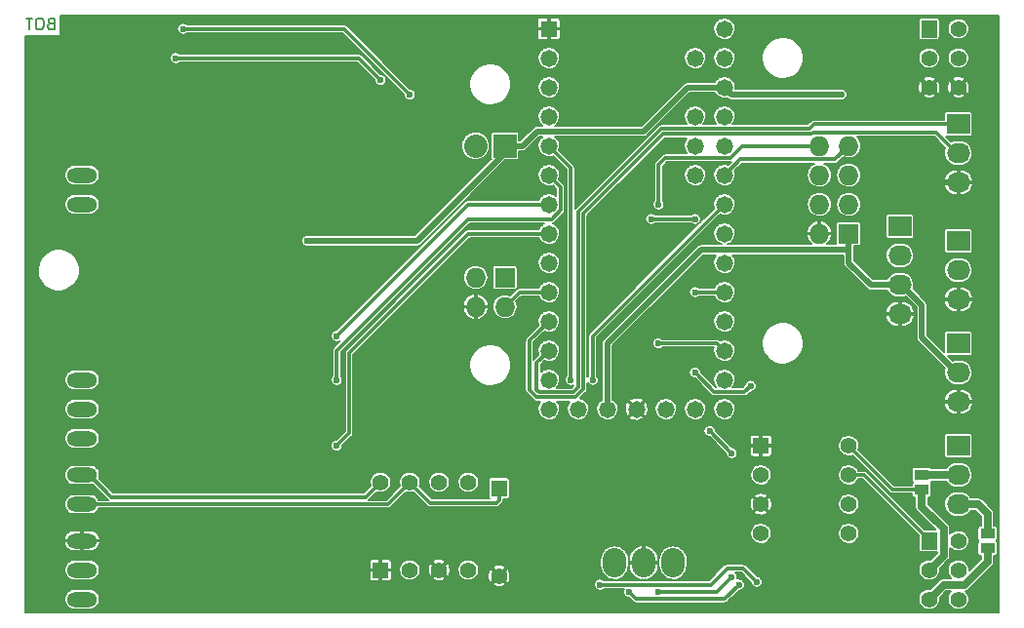
<source format=gbr>
G04 #@! TF.FileFunction,Copper,L2,Bot,Signal*
%FSLAX46Y46*%
G04 Gerber Fmt 4.6, Leading zero omitted, Abs format (unit mm)*
G04 Created by KiCad (PCBNEW (after 2015-may-01 BZR unknown)-product) date 06.05.2015 15:35:28*
%MOMM*%
G01*
G04 APERTURE LIST*
%ADD10C,0.100000*%
%ADD11C,0.150000*%
%ADD12C,1.473200*%
%ADD13R,1.473200X1.473200*%
%ADD14R,2.032000X1.727200*%
%ADD15O,2.032000X1.727200*%
%ADD16O,2.613660X1.305560*%
%ADD17O,2.032000X2.540000*%
%ADD18R,1.270000X0.965200*%
%ADD19R,1.397000X1.397000*%
%ADD20C,1.397000*%
%ADD21R,1.727200X1.727200*%
%ADD22O,1.727200X1.727200*%
%ADD23R,2.032000X2.032000*%
%ADD24O,2.032000X2.032000*%
%ADD25R,1.422400X1.422400*%
%ADD26C,1.422400*%
%ADD27R,1.400000X1.500000*%
%ADD28C,1.400000*%
%ADD29C,0.600000*%
%ADD30C,1.000000*%
%ADD31C,0.500000*%
%ADD32C,0.300000*%
%ADD33C,0.700000*%
G04 APERTURE END LIST*
D10*
D11*
X91384333Y-74477571D02*
X91241476Y-74525190D01*
X91193857Y-74572810D01*
X91146238Y-74668048D01*
X91146238Y-74810905D01*
X91193857Y-74906143D01*
X91241476Y-74953762D01*
X91336714Y-75001381D01*
X91717667Y-75001381D01*
X91717667Y-74001381D01*
X91384333Y-74001381D01*
X91289095Y-74049000D01*
X91241476Y-74096619D01*
X91193857Y-74191857D01*
X91193857Y-74287095D01*
X91241476Y-74382333D01*
X91289095Y-74429952D01*
X91384333Y-74477571D01*
X91717667Y-74477571D01*
X90527191Y-74001381D02*
X90336714Y-74001381D01*
X90241476Y-74049000D01*
X90146238Y-74144238D01*
X90098619Y-74334714D01*
X90098619Y-74668048D01*
X90146238Y-74858524D01*
X90241476Y-74953762D01*
X90336714Y-75001381D01*
X90527191Y-75001381D01*
X90622429Y-74953762D01*
X90717667Y-74858524D01*
X90765286Y-74668048D01*
X90765286Y-74334714D01*
X90717667Y-74144238D01*
X90622429Y-74049000D01*
X90527191Y-74001381D01*
X89812905Y-74001381D02*
X89241476Y-74001381D01*
X89527191Y-75001381D02*
X89527191Y-74001381D01*
D12*
X134620000Y-77470000D03*
X134620000Y-80010000D03*
X134620000Y-82550000D03*
X134620000Y-85090000D03*
X149860000Y-80010000D03*
X139700000Y-107950000D03*
X134620000Y-87630000D03*
X134620000Y-90170000D03*
X134620000Y-92710000D03*
X134620000Y-95250000D03*
X134620000Y-97790000D03*
X134620000Y-100330000D03*
X134620000Y-102870000D03*
X134620000Y-105410000D03*
X134620000Y-107950000D03*
X149860000Y-107950000D03*
X149860000Y-105410000D03*
X149860000Y-102870000D03*
X149860000Y-100330000D03*
X149860000Y-97790000D03*
X149860000Y-95250000D03*
X149860000Y-92710000D03*
X149860000Y-90170000D03*
X149860000Y-87630000D03*
X149860000Y-85090000D03*
X149860000Y-82550000D03*
X147320000Y-85090000D03*
X147320000Y-87630000D03*
X147320000Y-107950000D03*
X149860000Y-77470000D03*
X147320000Y-82550000D03*
D13*
X134620000Y-74930000D03*
D12*
X142240000Y-107950000D03*
X144780000Y-107950000D03*
X137160000Y-107950000D03*
X149860000Y-74930000D03*
X147320000Y-77470000D03*
D14*
X170180000Y-111125000D03*
D15*
X170180000Y-113665000D03*
X170180000Y-116205000D03*
D14*
X170180000Y-93345000D03*
D15*
X170180000Y-95885000D03*
X170180000Y-98425000D03*
D14*
X170180000Y-102235000D03*
D15*
X170180000Y-104775000D03*
X170180000Y-107315000D03*
D14*
X170180000Y-83185000D03*
D15*
X170180000Y-85725000D03*
X170180000Y-88265000D03*
D16*
X94107000Y-116205000D03*
X94107000Y-113665000D03*
D17*
X142875000Y-121285000D03*
X140335000Y-121285000D03*
X145415000Y-121285000D03*
D18*
X167005000Y-113665000D03*
X167005000Y-114935000D03*
D19*
X120015000Y-121920000D03*
D20*
X122555000Y-121920000D03*
X125095000Y-121920000D03*
X127635000Y-121920000D03*
X127635000Y-114300000D03*
X125095000Y-114300000D03*
X122555000Y-114300000D03*
X120015000Y-114300000D03*
D18*
X172720000Y-118745000D03*
X172720000Y-120015000D03*
D21*
X160655000Y-92710000D03*
D22*
X158115000Y-92710000D03*
X160655000Y-90170000D03*
X158115000Y-90170000D03*
X160655000Y-87630000D03*
X158115000Y-87630000D03*
X160655000Y-85090000D03*
X158115000Y-85090000D03*
D19*
X153035000Y-111125000D03*
D20*
X153035000Y-113665000D03*
X153035000Y-116205000D03*
X153035000Y-118745000D03*
X160655000Y-118745000D03*
X160655000Y-116205000D03*
X160655000Y-113665000D03*
X160655000Y-111125000D03*
D21*
X130810000Y-96520000D03*
D22*
X130810000Y-99060000D03*
X128270000Y-96520000D03*
X128270000Y-99060000D03*
D14*
X165100000Y-92075000D03*
D15*
X165100000Y-94615000D03*
X165100000Y-97155000D03*
X165100000Y-99695000D03*
D23*
X130810000Y-85090000D03*
D24*
X128270000Y-85090000D03*
D25*
X130302000Y-114808000D03*
D26*
X130302000Y-122428000D03*
D16*
X94107000Y-124460000D03*
X94107000Y-121920000D03*
X94107000Y-119380000D03*
X94107000Y-110490000D03*
X94107000Y-107950000D03*
X94107000Y-105410000D03*
X94107000Y-90170000D03*
X94107000Y-87630000D03*
D27*
X167640000Y-74930000D03*
D28*
X170180000Y-74930000D03*
X167640000Y-77470000D03*
X170180000Y-77470000D03*
X167640000Y-80010000D03*
X170180000Y-80010000D03*
D27*
X167640000Y-119380000D03*
D28*
X170180000Y-119380000D03*
X167640000Y-121920000D03*
X170180000Y-121920000D03*
X167640000Y-124460000D03*
X170180000Y-124460000D03*
D29*
X106680000Y-86995000D03*
X104140000Y-86995000D03*
X101600000Y-86995000D03*
X99060000Y-86995000D03*
X96520000Y-86995000D03*
X107315000Y-91440000D03*
X106680000Y-95885000D03*
X104140000Y-95885000D03*
X101600000Y-95885000D03*
X99060000Y-95885000D03*
X96520000Y-95885000D03*
X107315000Y-100330000D03*
X107315000Y-109220000D03*
X106680000Y-104775000D03*
X104140000Y-104775000D03*
X101600000Y-104775000D03*
X99060000Y-104775000D03*
X96520000Y-104775000D03*
X107315000Y-118110000D03*
X117475000Y-92075000D03*
X117475000Y-88900000D03*
X117475000Y-85725000D03*
X117475000Y-81915000D03*
X117475000Y-78740000D03*
X107315000Y-82550000D03*
X106680000Y-113665000D03*
X104140000Y-113665000D03*
X101600000Y-113665000D03*
X99060000Y-113665000D03*
X142240000Y-105410000D03*
X142240000Y-102235000D03*
X142240000Y-94615000D03*
D30*
X165735000Y-88265000D03*
D29*
X121920000Y-103505000D03*
X121920000Y-106680000D03*
X119380000Y-109220000D03*
X156845000Y-118110000D03*
X156845000Y-115570000D03*
X156845000Y-113030000D03*
X143256000Y-118364000D03*
X143764000Y-116586000D03*
X143764000Y-114808000D03*
X160020000Y-80645000D03*
X113665000Y-93345000D03*
X152654000Y-122936000D03*
X139065000Y-123190000D03*
X147320000Y-91440000D03*
X143510000Y-91440000D03*
X147320000Y-97790000D03*
X144145000Y-102235000D03*
X144145000Y-90170000D03*
X136525000Y-105410000D03*
X147320000Y-104775000D03*
X152146000Y-105918000D03*
X148590000Y-109855000D03*
X150495000Y-111760000D03*
X116205000Y-111125000D03*
X116205000Y-105410000D03*
X116205000Y-101600000D03*
X138430000Y-105410000D03*
X120015000Y-79375000D03*
X102235000Y-77470000D03*
X122555000Y-80645000D03*
X102870000Y-74930000D03*
X150495000Y-122555000D03*
X144145000Y-123825000D03*
X141605000Y-123825000D03*
X151130000Y-123190000D03*
D31*
X106680000Y-86995000D02*
X104140000Y-86995000D01*
X101600000Y-86995000D02*
X99060000Y-86995000D01*
X106680000Y-95885000D02*
X104140000Y-95885000D01*
X101600000Y-95885000D02*
X99060000Y-95885000D01*
X106680000Y-104775000D02*
X104140000Y-104775000D01*
X99060000Y-104775000D02*
X96520000Y-104775000D01*
X117475000Y-92075000D02*
X117475000Y-88900000D01*
X117475000Y-85725000D02*
X117475000Y-81915000D01*
X106680000Y-113665000D02*
X104140000Y-113665000D01*
X101600000Y-113665000D02*
X99060000Y-113665000D01*
X142240000Y-105410000D02*
X142240000Y-102235000D01*
X170180000Y-88265000D02*
X165735000Y-88265000D01*
X121920000Y-103505000D02*
X121920000Y-106680000D01*
X156845000Y-118110000D02*
X156845000Y-115570000D01*
X143256000Y-117094000D02*
X143764000Y-116586000D01*
X143256000Y-118364000D02*
X143256000Y-117094000D01*
X167005000Y-101752400D02*
X167005000Y-98907600D01*
X167005000Y-98907600D02*
X165252400Y-97155000D01*
X165252400Y-97155000D02*
X165100000Y-97155000D01*
X170180000Y-104775000D02*
X170027600Y-104775000D01*
X170027600Y-104775000D02*
X167005000Y-101752400D01*
X160655000Y-92710000D02*
X160655000Y-94241554D01*
X160655000Y-94241554D02*
X160655000Y-95250000D01*
X139700000Y-102235000D02*
X147821601Y-94113399D01*
X147821601Y-94113399D02*
X160526845Y-94113399D01*
X160526845Y-94113399D02*
X160655000Y-94241554D01*
X139700000Y-107950000D02*
X139700000Y-102235000D01*
X160655000Y-95250000D02*
X162560000Y-97155000D01*
X162560000Y-97155000D02*
X165100000Y-97155000D01*
X142875000Y-83820000D02*
X146685000Y-80010000D01*
X146685000Y-80010000D02*
X149860000Y-80010000D01*
X133596000Y-83820000D02*
X142875000Y-83820000D01*
X130810000Y-85090000D02*
X132326000Y-85090000D01*
X132326000Y-85090000D02*
X133596000Y-83820000D01*
X123190000Y-93345000D02*
X130810000Y-85725000D01*
X130810000Y-85725000D02*
X130810000Y-85090000D01*
X113665000Y-93345000D02*
X123190000Y-93345000D01*
X150495000Y-80645000D02*
X149860000Y-80010000D01*
X160020000Y-80645000D02*
X150495000Y-80645000D01*
D32*
X148675998Y-123190000D02*
X150110999Y-121754999D01*
X151472999Y-121754999D02*
X152654000Y-122936000D01*
X150110999Y-121754999D02*
X151472999Y-121754999D01*
X148675998Y-123190000D02*
X139065000Y-123190000D01*
X147320000Y-91440000D02*
X143510000Y-91440000D01*
X147320000Y-97790000D02*
X149860000Y-97790000D01*
X151236399Y-86253601D02*
X149860000Y-87630000D01*
X159491399Y-86253601D02*
X151236399Y-86253601D01*
X160655000Y-85090000D02*
X159491399Y-86253601D01*
X144145000Y-90170000D02*
X144145000Y-86741000D01*
X144145000Y-86741000D02*
X144759399Y-86126601D01*
X144759399Y-86126601D02*
X150357569Y-86126601D01*
X150357569Y-86126601D02*
X151394170Y-85090000D01*
X151394170Y-85090000D02*
X158115000Y-85090000D01*
X144145000Y-102235000D02*
X149225000Y-102235000D01*
X149225000Y-102235000D02*
X149860000Y-102870000D01*
X130810000Y-99060000D02*
X132080000Y-97790000D01*
X132080000Y-97790000D02*
X134620000Y-97790000D01*
X134620000Y-100330000D02*
X132948399Y-102001601D01*
X132948399Y-102001601D02*
X132948399Y-106279809D01*
X132948399Y-106279809D02*
X133581989Y-106913399D01*
X133581989Y-106913399D02*
X136928011Y-106913399D01*
X157429471Y-84053399D02*
X157556471Y-83926399D01*
X136928011Y-106913399D02*
X137610010Y-106231400D01*
X137610010Y-106231400D02*
X137610010Y-90991400D01*
X168228999Y-83926399D02*
X170027600Y-85725000D01*
X137610010Y-90991400D02*
X144548011Y-84053399D01*
X157556471Y-83926399D02*
X168228999Y-83926399D01*
X144548011Y-84053399D02*
X157429471Y-84053399D01*
X170027600Y-85725000D02*
X170180000Y-85725000D01*
X133583399Y-106278399D02*
X133583399Y-103906601D01*
X133768389Y-106463389D02*
X133583399Y-106278399D01*
X133583399Y-103906601D02*
X134620000Y-102870000D01*
X136741611Y-106463389D02*
X133768389Y-106463389D01*
X137160000Y-90805000D02*
X137160000Y-106045000D01*
X144378399Y-83586601D02*
X137160000Y-90805000D01*
X157259859Y-83586601D02*
X144378399Y-83586601D01*
X157661460Y-83185000D02*
X157259859Y-83586601D01*
X170180000Y-83185000D02*
X157661460Y-83185000D01*
X137160000Y-106045000D02*
X136741611Y-106463389D01*
X122555000Y-114300000D02*
X124333000Y-116078000D01*
X124333000Y-116078000D02*
X130048000Y-116078000D01*
X130048000Y-116078000D02*
X130302000Y-115824000D01*
X130302000Y-115824000D02*
X130302000Y-114808000D01*
X94107000Y-116205000D02*
X120650000Y-116205000D01*
X120650000Y-116205000D02*
X122555000Y-114300000D01*
X136525000Y-105410000D02*
X136525000Y-86995000D01*
X136525000Y-86995000D02*
X134620000Y-85090000D01*
X147320000Y-104775000D02*
X148991601Y-106446601D01*
X148991601Y-106446601D02*
X151617399Y-106446601D01*
X151617399Y-106446601D02*
X152146000Y-105918000D01*
X150495000Y-111760000D02*
X148590000Y-109855000D01*
X127635000Y-92710000D02*
X117292049Y-103052951D01*
X117292049Y-103052951D02*
X117292049Y-110037951D01*
X117292049Y-110037951D02*
X116205000Y-111125000D01*
X134620000Y-92710000D02*
X127635000Y-92710000D01*
X116205000Y-102870000D02*
X116205000Y-105410000D01*
X127635000Y-91440000D02*
X116205000Y-102870000D01*
X134884170Y-91440000D02*
X127635000Y-91440000D01*
X134620000Y-87630000D02*
X135656601Y-88666601D01*
X135656601Y-88666601D02*
X135656601Y-90667569D01*
X135656601Y-90667569D02*
X134884170Y-91440000D01*
X127635000Y-90170000D02*
X116205000Y-101600000D01*
X134620000Y-90170000D02*
X127635000Y-90170000D01*
X138430000Y-105410000D02*
X138430000Y-101600000D01*
X138430000Y-101600000D02*
X149860000Y-90170000D01*
D33*
X171896000Y-116205000D02*
X170180000Y-116205000D01*
X172720000Y-117029000D02*
X171896000Y-116205000D01*
X172720000Y-118745000D02*
X172720000Y-117029000D01*
D32*
X118110000Y-77470000D02*
X120015000Y-79375000D01*
X102235000Y-77470000D02*
X118110000Y-77470000D01*
X116840000Y-74930000D02*
X122555000Y-80645000D01*
X102870000Y-74930000D02*
X116840000Y-74930000D01*
X144145000Y-123825000D02*
X149225000Y-123825000D01*
X149225000Y-123825000D02*
X150495000Y-122555000D01*
X94761050Y-113665000D02*
X96666050Y-115570000D01*
X94107000Y-113665000D02*
X94761050Y-113665000D01*
X118745000Y-115570000D02*
X120015000Y-114300000D01*
X96666050Y-115570000D02*
X118745000Y-115570000D01*
X170180000Y-113665000D02*
X170332400Y-113665000D01*
X142205001Y-124425001D02*
X149894999Y-124425001D01*
X149894999Y-124425001D02*
X151130000Y-123190000D01*
X141605000Y-123825000D02*
X142205001Y-124425001D01*
D33*
X167005000Y-113665000D02*
X170180000Y-113665000D01*
X167005000Y-116422598D02*
X167005000Y-114935000D01*
X168910000Y-118327598D02*
X167005000Y-116422598D01*
X168910000Y-120650000D02*
X168910000Y-118327598D01*
X167640000Y-121920000D02*
X168910000Y-120650000D01*
D32*
X164465000Y-114935000D02*
X167005000Y-114935000D01*
X160655000Y-111125000D02*
X164465000Y-114935000D01*
D33*
X168910000Y-123190000D02*
X170727600Y-123190000D01*
X168910000Y-123190000D02*
X167640000Y-124460000D01*
X172720000Y-121197600D02*
X170727600Y-123190000D01*
X172720000Y-120015000D02*
X172720000Y-121197600D01*
D32*
X160655000Y-113665000D02*
X161975000Y-113665000D01*
X161975000Y-113665000D02*
X167640000Y-119330000D01*
X167640000Y-119330000D02*
X167640000Y-119380000D01*
D11*
G36*
X173715000Y-125582000D02*
X173581089Y-125582000D01*
X173581089Y-120497600D01*
X173581089Y-119532400D01*
X173578121Y-119495889D01*
X173559175Y-119435299D01*
X173524131Y-119382364D01*
X173520130Y-119378965D01*
X173546141Y-119348353D01*
X173572176Y-119290454D01*
X173581089Y-119227600D01*
X173581089Y-118262400D01*
X173578121Y-118225889D01*
X173559175Y-118165299D01*
X173524131Y-118112364D01*
X173475753Y-118071259D01*
X173417854Y-118045224D01*
X173355000Y-118036311D01*
X173295000Y-118036311D01*
X173295000Y-117029000D01*
X173289816Y-116976132D01*
X173285188Y-116923228D01*
X173284343Y-116920322D01*
X173284049Y-116917315D01*
X173268709Y-116866509D01*
X173253880Y-116815464D01*
X173252487Y-116812776D01*
X173251614Y-116809885D01*
X173226701Y-116763030D01*
X173202236Y-116715832D01*
X173200348Y-116713467D01*
X173198930Y-116710800D01*
X173165359Y-116669638D01*
X173132223Y-116628130D01*
X173128077Y-116623926D01*
X173128003Y-116623835D01*
X173127918Y-116623764D01*
X173126586Y-116622414D01*
X172302586Y-115798414D01*
X172261551Y-115764707D01*
X172220856Y-115730560D01*
X172218207Y-115729103D01*
X172215870Y-115727184D01*
X172169060Y-115702085D01*
X172122517Y-115676497D01*
X172119634Y-115675582D01*
X172116970Y-115674154D01*
X172066180Y-115658626D01*
X172015549Y-115642565D01*
X172012544Y-115642227D01*
X172009653Y-115641344D01*
X171956790Y-115635974D01*
X171904028Y-115630056D01*
X171898123Y-115630014D01*
X171898007Y-115630003D01*
X171897898Y-115630013D01*
X171896000Y-115630000D01*
X171442807Y-115630000D01*
X171442807Y-107566806D01*
X171442807Y-107063194D01*
X171442807Y-98676806D01*
X171442807Y-98173194D01*
X171442807Y-88516806D01*
X171442807Y-88013194D01*
X171426978Y-87952261D01*
X171426978Y-85732600D01*
X171407723Y-85521017D01*
X171347737Y-85317203D01*
X171249307Y-85128923D01*
X171116180Y-84963346D01*
X170953428Y-84826781D01*
X170767250Y-84724429D01*
X170564738Y-84660189D01*
X170353604Y-84636506D01*
X170338405Y-84636400D01*
X170021595Y-84636400D01*
X169810151Y-84657132D01*
X169606762Y-84718539D01*
X169570663Y-84737733D01*
X169096712Y-84263782D01*
X169101146Y-84265776D01*
X169164000Y-84274689D01*
X171196000Y-84274689D01*
X171232511Y-84271721D01*
X171293101Y-84252775D01*
X171346036Y-84217731D01*
X171387141Y-84169353D01*
X171413176Y-84111454D01*
X171422089Y-84048600D01*
X171422089Y-82321400D01*
X171419121Y-82284889D01*
X171400175Y-82224299D01*
X171365131Y-82171364D01*
X171316753Y-82130259D01*
X171258854Y-82104224D01*
X171196000Y-82095311D01*
X171159035Y-82095311D01*
X171159035Y-79973407D01*
X171133084Y-79783111D01*
X171105040Y-79701737D01*
X171105040Y-77379299D01*
X171105040Y-74839299D01*
X171069805Y-74661352D01*
X171000679Y-74493637D01*
X170900292Y-74342544D01*
X170772470Y-74213826D01*
X170622081Y-74112388D01*
X170454854Y-74042092D01*
X170277157Y-74005616D01*
X170095759Y-74004349D01*
X169917570Y-74038341D01*
X169749377Y-74106295D01*
X169597587Y-74205624D01*
X169467980Y-74332544D01*
X169365494Y-74482222D01*
X169294032Y-74648954D01*
X169256317Y-74826392D01*
X169253784Y-75007777D01*
X169286530Y-75186198D01*
X169353309Y-75354862D01*
X169451576Y-75507342D01*
X169577588Y-75637832D01*
X169726546Y-75741360D01*
X169892776Y-75813984D01*
X170069946Y-75852938D01*
X170251308Y-75856737D01*
X170429955Y-75825236D01*
X170599080Y-75759637D01*
X170752243Y-75662437D01*
X170883609Y-75537339D01*
X170988175Y-75389107D01*
X171061957Y-75223388D01*
X171102147Y-75046494D01*
X171105040Y-74839299D01*
X171105040Y-77379299D01*
X171069805Y-77201352D01*
X171000679Y-77033637D01*
X170900292Y-76882544D01*
X170772470Y-76753826D01*
X170622081Y-76652388D01*
X170454854Y-76582092D01*
X170277157Y-76545616D01*
X170095759Y-76544349D01*
X169917570Y-76578341D01*
X169749377Y-76646295D01*
X169597587Y-76745624D01*
X169467980Y-76872544D01*
X169365494Y-77022222D01*
X169294032Y-77188954D01*
X169256317Y-77366392D01*
X169253784Y-77547777D01*
X169286530Y-77726198D01*
X169353309Y-77894862D01*
X169451576Y-78047342D01*
X169577588Y-78177832D01*
X169726546Y-78281360D01*
X169892776Y-78353984D01*
X170069946Y-78392938D01*
X170251308Y-78396737D01*
X170429955Y-78365236D01*
X170599080Y-78299637D01*
X170752243Y-78202437D01*
X170883609Y-78077339D01*
X170988175Y-77929107D01*
X171061957Y-77763388D01*
X171102147Y-77586494D01*
X171105040Y-77379299D01*
X171105040Y-79701737D01*
X171070506Y-79601533D01*
X171014367Y-79496503D01*
X170874998Y-79421068D01*
X170768932Y-79527134D01*
X170768932Y-79315002D01*
X170693497Y-79175633D01*
X170520854Y-79091487D01*
X170335111Y-79042638D01*
X170143407Y-79030965D01*
X169953111Y-79056916D01*
X169771533Y-79119494D01*
X169666503Y-79175633D01*
X169591068Y-79315002D01*
X170180000Y-79903934D01*
X170768932Y-79315002D01*
X170768932Y-79527134D01*
X170286066Y-80010000D01*
X170874998Y-80598932D01*
X171014367Y-80523497D01*
X171098513Y-80350854D01*
X171147362Y-80165111D01*
X171159035Y-79973407D01*
X171159035Y-82095311D01*
X170768932Y-82095311D01*
X170768932Y-80704998D01*
X170180000Y-80116066D01*
X170073934Y-80222132D01*
X170073934Y-80010000D01*
X169485002Y-79421068D01*
X169345633Y-79496503D01*
X169261487Y-79669146D01*
X169212638Y-79854889D01*
X169200965Y-80046593D01*
X169226916Y-80236889D01*
X169289494Y-80418467D01*
X169345633Y-80523497D01*
X169485002Y-80598932D01*
X170073934Y-80010000D01*
X170073934Y-80222132D01*
X169591068Y-80704998D01*
X169666503Y-80844367D01*
X169839146Y-80928513D01*
X170024889Y-80977362D01*
X170216593Y-80989035D01*
X170406889Y-80963084D01*
X170588467Y-80900506D01*
X170693497Y-80844367D01*
X170768932Y-80704998D01*
X170768932Y-82095311D01*
X169164000Y-82095311D01*
X169127489Y-82098279D01*
X169066899Y-82117225D01*
X169013964Y-82152269D01*
X168972859Y-82200647D01*
X168946824Y-82258546D01*
X168937911Y-82321400D01*
X168937911Y-82810000D01*
X168619035Y-82810000D01*
X168619035Y-79973407D01*
X168593084Y-79783111D01*
X168566089Y-79704781D01*
X168566089Y-75680000D01*
X168566089Y-74180000D01*
X168563121Y-74143489D01*
X168544175Y-74082899D01*
X168509131Y-74029964D01*
X168460753Y-73988859D01*
X168402854Y-73962824D01*
X168340000Y-73953911D01*
X166940000Y-73953911D01*
X166903489Y-73956879D01*
X166842899Y-73975825D01*
X166789964Y-74010869D01*
X166748859Y-74059247D01*
X166722824Y-74117146D01*
X166713911Y-74180000D01*
X166713911Y-75680000D01*
X166716879Y-75716511D01*
X166735825Y-75777101D01*
X166770869Y-75830036D01*
X166819247Y-75871141D01*
X166877146Y-75897176D01*
X166940000Y-75906089D01*
X168340000Y-75906089D01*
X168376511Y-75903121D01*
X168437101Y-75884175D01*
X168490036Y-75849131D01*
X168531141Y-75800753D01*
X168557176Y-75742854D01*
X168566089Y-75680000D01*
X168566089Y-79704781D01*
X168565040Y-79701737D01*
X168565040Y-77379299D01*
X168529805Y-77201352D01*
X168460679Y-77033637D01*
X168360292Y-76882544D01*
X168232470Y-76753826D01*
X168082081Y-76652388D01*
X167914854Y-76582092D01*
X167737157Y-76545616D01*
X167555759Y-76544349D01*
X167377570Y-76578341D01*
X167209377Y-76646295D01*
X167057587Y-76745624D01*
X166927980Y-76872544D01*
X166825494Y-77022222D01*
X166754032Y-77188954D01*
X166716317Y-77366392D01*
X166713784Y-77547777D01*
X166746530Y-77726198D01*
X166813309Y-77894862D01*
X166911576Y-78047342D01*
X167037588Y-78177832D01*
X167186546Y-78281360D01*
X167352776Y-78353984D01*
X167529946Y-78392938D01*
X167711308Y-78396737D01*
X167889955Y-78365236D01*
X168059080Y-78299637D01*
X168212243Y-78202437D01*
X168343609Y-78077339D01*
X168448175Y-77929107D01*
X168521957Y-77763388D01*
X168562147Y-77586494D01*
X168565040Y-77379299D01*
X168565040Y-79701737D01*
X168530506Y-79601533D01*
X168474367Y-79496503D01*
X168334998Y-79421068D01*
X168228932Y-79527134D01*
X168228932Y-79315002D01*
X168153497Y-79175633D01*
X167980854Y-79091487D01*
X167795111Y-79042638D01*
X167603407Y-79030965D01*
X167413111Y-79056916D01*
X167231533Y-79119494D01*
X167126503Y-79175633D01*
X167051068Y-79315002D01*
X167640000Y-79903934D01*
X168228932Y-79315002D01*
X168228932Y-79527134D01*
X167746066Y-80010000D01*
X168334998Y-80598932D01*
X168474367Y-80523497D01*
X168558513Y-80350854D01*
X168607362Y-80165111D01*
X168619035Y-79973407D01*
X168619035Y-82810000D01*
X168228932Y-82810000D01*
X168228932Y-80704998D01*
X167640000Y-80116066D01*
X167533934Y-80222132D01*
X167533934Y-80010000D01*
X166945002Y-79421068D01*
X166805633Y-79496503D01*
X166721487Y-79669146D01*
X166672638Y-79854889D01*
X166660965Y-80046593D01*
X166686916Y-80236889D01*
X166749494Y-80418467D01*
X166805633Y-80523497D01*
X166945002Y-80598932D01*
X167533934Y-80010000D01*
X167533934Y-80222132D01*
X167051068Y-80704998D01*
X167126503Y-80844367D01*
X167299146Y-80928513D01*
X167484889Y-80977362D01*
X167676593Y-80989035D01*
X167866889Y-80963084D01*
X168048467Y-80900506D01*
X168153497Y-80844367D01*
X168228932Y-80704998D01*
X168228932Y-82810000D01*
X157661460Y-82810000D01*
X157627081Y-82813370D01*
X157592478Y-82816398D01*
X157590576Y-82816950D01*
X157588622Y-82817142D01*
X157555556Y-82827125D01*
X157522197Y-82836817D01*
X157520443Y-82837726D01*
X157518559Y-82838295D01*
X157488024Y-82854530D01*
X157457221Y-82870498D01*
X157455677Y-82871729D01*
X157453938Y-82872655D01*
X157427095Y-82894546D01*
X157400024Y-82916158D01*
X157397280Y-82918863D01*
X157397222Y-82918911D01*
X157397177Y-82918964D01*
X157396295Y-82919835D01*
X157104529Y-83211601D01*
X150559703Y-83211601D01*
X150591449Y-83181370D01*
X150700152Y-83027273D01*
X150776854Y-82854997D01*
X150818634Y-82671104D01*
X150821641Y-82455710D01*
X150785013Y-82270722D01*
X150713151Y-82096372D01*
X150608792Y-81939300D01*
X150475913Y-81805489D01*
X150319573Y-81700037D01*
X150145729Y-81626959D01*
X149961001Y-81589040D01*
X149772426Y-81587724D01*
X149587187Y-81623060D01*
X149412339Y-81693703D01*
X149254542Y-81796962D01*
X149119807Y-81928905D01*
X149013266Y-82084504D01*
X148938977Y-82257834D01*
X148899769Y-82442293D01*
X148897136Y-82630854D01*
X148931178Y-82816335D01*
X149000599Y-82991672D01*
X149102754Y-83150186D01*
X149162061Y-83211601D01*
X148019703Y-83211601D01*
X148051449Y-83181370D01*
X148160152Y-83027273D01*
X148236854Y-82854997D01*
X148278634Y-82671104D01*
X148281641Y-82455710D01*
X148245013Y-82270722D01*
X148173151Y-82096372D01*
X148068792Y-81939300D01*
X147935913Y-81805489D01*
X147779573Y-81700037D01*
X147605729Y-81626959D01*
X147421001Y-81589040D01*
X147232426Y-81587724D01*
X147047187Y-81623060D01*
X146872339Y-81693703D01*
X146714542Y-81796962D01*
X146579807Y-81928905D01*
X146473266Y-82084504D01*
X146398977Y-82257834D01*
X146359769Y-82442293D01*
X146357136Y-82630854D01*
X146391178Y-82816335D01*
X146460599Y-82991672D01*
X146562754Y-83150186D01*
X146622061Y-83211601D01*
X144378399Y-83211601D01*
X144343970Y-83214976D01*
X144309417Y-83218000D01*
X144307521Y-83218550D01*
X144305561Y-83218743D01*
X144272407Y-83228752D01*
X144239136Y-83238419D01*
X144237386Y-83239325D01*
X144235498Y-83239896D01*
X144204888Y-83256171D01*
X144174160Y-83272100D01*
X144172620Y-83273328D01*
X144170877Y-83274256D01*
X144143976Y-83296194D01*
X144116963Y-83317760D01*
X144114220Y-83320463D01*
X144114161Y-83320512D01*
X144114115Y-83320567D01*
X144113234Y-83321436D01*
X136900000Y-90534670D01*
X136900000Y-86995000D01*
X136896624Y-86960571D01*
X136893601Y-86926018D01*
X136893050Y-86924122D01*
X136892858Y-86922162D01*
X136882848Y-86889008D01*
X136873182Y-86855737D01*
X136872275Y-86853987D01*
X136871705Y-86852099D01*
X136855429Y-86821489D01*
X136839501Y-86790761D01*
X136838272Y-86789221D01*
X136837345Y-86787478D01*
X136815406Y-86760577D01*
X136793841Y-86733564D01*
X136791137Y-86730821D01*
X136791089Y-86730762D01*
X136791033Y-86730716D01*
X136790165Y-86729835D01*
X135511738Y-85451408D01*
X135536854Y-85394997D01*
X135578634Y-85211104D01*
X135581641Y-84995710D01*
X135545013Y-84810722D01*
X135473151Y-84636372D01*
X135368792Y-84479300D01*
X135235913Y-84345489D01*
X135161059Y-84295000D01*
X142875000Y-84295000D01*
X142918690Y-84290716D01*
X142962377Y-84286894D01*
X142964772Y-84286197D01*
X142967261Y-84285954D01*
X143009296Y-84273262D01*
X143051400Y-84261030D01*
X143053616Y-84259881D01*
X143056008Y-84259159D01*
X143094773Y-84238547D01*
X143133704Y-84218368D01*
X143135653Y-84216811D01*
X143137861Y-84215638D01*
X143171843Y-84187922D01*
X143206154Y-84160533D01*
X143209635Y-84157099D01*
X143209701Y-84157046D01*
X143209751Y-84156985D01*
X143210876Y-84155876D01*
X146881751Y-80485000D01*
X149022077Y-80485000D01*
X149102754Y-80610186D01*
X149233752Y-80745839D01*
X149388604Y-80853464D01*
X149561411Y-80928961D01*
X149745592Y-80969456D01*
X149934130Y-80973405D01*
X150119048Y-80940799D01*
X150159125Y-80980876D01*
X150193039Y-81008734D01*
X150226641Y-81036929D01*
X150228826Y-81038130D01*
X150230759Y-81039718D01*
X150269477Y-81060478D01*
X150307878Y-81081589D01*
X150310256Y-81082343D01*
X150312460Y-81083525D01*
X150354449Y-81096362D01*
X150396242Y-81109620D01*
X150398722Y-81109898D01*
X150401113Y-81110629D01*
X150444758Y-81115062D01*
X150488368Y-81119954D01*
X150493252Y-81119987D01*
X150493342Y-81119997D01*
X150493425Y-81119989D01*
X150495000Y-81120000D01*
X159795821Y-81120000D01*
X159856981Y-81146720D01*
X159957537Y-81168829D01*
X160060472Y-81170985D01*
X160161866Y-81153107D01*
X160257856Y-81115875D01*
X160344786Y-81060707D01*
X160419345Y-80989706D01*
X160478693Y-80905574D01*
X160520570Y-80811517D01*
X160543380Y-80711118D01*
X160545022Y-80593521D01*
X160525024Y-80492524D01*
X160485790Y-80397335D01*
X160428814Y-80311579D01*
X160356267Y-80238523D01*
X160270911Y-80180950D01*
X160175998Y-80141052D01*
X160075143Y-80120350D01*
X159972188Y-80119631D01*
X159871054Y-80138924D01*
X159794136Y-80170000D01*
X156765078Y-80170000D01*
X156765078Y-77291050D01*
X156695561Y-76939965D01*
X156559176Y-76609069D01*
X156361116Y-76310966D01*
X156108927Y-76057010D01*
X155812214Y-75856874D01*
X155482278Y-75718182D01*
X155131687Y-75646216D01*
X154773795Y-75643717D01*
X154422234Y-75710781D01*
X154090394Y-75844853D01*
X153790915Y-76040827D01*
X153535205Y-76291237D01*
X153333003Y-76586546D01*
X153192010Y-76915505D01*
X153117599Y-77265585D01*
X153112601Y-77623451D01*
X153177209Y-77975472D01*
X153308962Y-78308240D01*
X153502839Y-78609079D01*
X153751458Y-78866532D01*
X154045348Y-79070791D01*
X154373315Y-79214076D01*
X154722867Y-79290930D01*
X155080690Y-79298425D01*
X155433153Y-79236276D01*
X155766833Y-79106851D01*
X156069018Y-78915078D01*
X156328200Y-78668262D01*
X156534506Y-78375805D01*
X156680077Y-78048847D01*
X156759370Y-77699840D01*
X156765078Y-77291050D01*
X156765078Y-80170000D01*
X150809796Y-80170000D01*
X150818634Y-80131104D01*
X150821641Y-79915710D01*
X150821641Y-77375710D01*
X150821641Y-74835710D01*
X150785013Y-74650722D01*
X150713151Y-74476372D01*
X150608792Y-74319300D01*
X150475913Y-74185489D01*
X150319573Y-74080037D01*
X150145729Y-74006959D01*
X149961001Y-73969040D01*
X149772426Y-73967724D01*
X149587187Y-74003060D01*
X149412339Y-74073703D01*
X149254542Y-74176962D01*
X149119807Y-74308905D01*
X149013266Y-74464504D01*
X148938977Y-74637834D01*
X148899769Y-74822293D01*
X148897136Y-75010854D01*
X148931178Y-75196335D01*
X149000599Y-75371672D01*
X149102754Y-75530186D01*
X149233752Y-75665839D01*
X149388604Y-75773464D01*
X149561411Y-75848961D01*
X149745592Y-75889456D01*
X149934130Y-75893405D01*
X150119845Y-75860659D01*
X150295662Y-75792464D01*
X150454885Y-75691418D01*
X150591449Y-75561370D01*
X150700152Y-75407273D01*
X150776854Y-75234997D01*
X150818634Y-75051104D01*
X150821641Y-74835710D01*
X150821641Y-77375710D01*
X150785013Y-77190722D01*
X150713151Y-77016372D01*
X150608792Y-76859300D01*
X150475913Y-76725489D01*
X150319573Y-76620037D01*
X150145729Y-76546959D01*
X149961001Y-76509040D01*
X149772426Y-76507724D01*
X149587187Y-76543060D01*
X149412339Y-76613703D01*
X149254542Y-76716962D01*
X149119807Y-76848905D01*
X149013266Y-77004504D01*
X148938977Y-77177834D01*
X148899769Y-77362293D01*
X148897136Y-77550854D01*
X148931178Y-77736335D01*
X149000599Y-77911672D01*
X149102754Y-78070186D01*
X149233752Y-78205839D01*
X149388604Y-78313464D01*
X149561411Y-78388961D01*
X149745592Y-78429456D01*
X149934130Y-78433405D01*
X150119845Y-78400659D01*
X150295662Y-78332464D01*
X150454885Y-78231418D01*
X150591449Y-78101370D01*
X150700152Y-77947273D01*
X150776854Y-77774997D01*
X150818634Y-77591104D01*
X150821641Y-77375710D01*
X150821641Y-79915710D01*
X150785013Y-79730722D01*
X150713151Y-79556372D01*
X150608792Y-79399300D01*
X150475913Y-79265489D01*
X150319573Y-79160037D01*
X150145729Y-79086959D01*
X149961001Y-79049040D01*
X149772426Y-79047724D01*
X149587187Y-79083060D01*
X149412339Y-79153703D01*
X149254542Y-79256962D01*
X149119807Y-79388905D01*
X149019773Y-79535000D01*
X148281641Y-79535000D01*
X148281641Y-77375710D01*
X148245013Y-77190722D01*
X148173151Y-77016372D01*
X148068792Y-76859300D01*
X147935913Y-76725489D01*
X147779573Y-76620037D01*
X147605729Y-76546959D01*
X147421001Y-76509040D01*
X147232426Y-76507724D01*
X147047187Y-76543060D01*
X146872339Y-76613703D01*
X146714542Y-76716962D01*
X146579807Y-76848905D01*
X146473266Y-77004504D01*
X146398977Y-77177834D01*
X146359769Y-77362293D01*
X146357136Y-77550854D01*
X146391178Y-77736335D01*
X146460599Y-77911672D01*
X146562754Y-78070186D01*
X146693752Y-78205839D01*
X146848604Y-78313464D01*
X147021411Y-78388961D01*
X147205592Y-78429456D01*
X147394130Y-78433405D01*
X147579845Y-78400659D01*
X147755662Y-78332464D01*
X147914885Y-78231418D01*
X148051449Y-78101370D01*
X148160152Y-77947273D01*
X148236854Y-77774997D01*
X148278634Y-77591104D01*
X148281641Y-77375710D01*
X148281641Y-79535000D01*
X146685000Y-79535000D01*
X146641305Y-79539284D01*
X146597623Y-79543106D01*
X146595227Y-79543802D01*
X146592739Y-79544046D01*
X146550749Y-79556723D01*
X146508600Y-79568969D01*
X146506378Y-79570120D01*
X146503992Y-79570841D01*
X146465280Y-79591423D01*
X146426297Y-79611631D01*
X146424345Y-79613188D01*
X146422139Y-79614362D01*
X146388137Y-79642093D01*
X146353847Y-79669467D01*
X146350370Y-79672895D01*
X146350299Y-79672954D01*
X146350244Y-79673020D01*
X146349125Y-79674124D01*
X142678248Y-83345000D01*
X135631600Y-83345000D01*
X135631600Y-75693685D01*
X135631600Y-75639515D01*
X135631600Y-75073750D01*
X135631600Y-74786250D01*
X135631600Y-74220485D01*
X135631600Y-74166315D01*
X135621032Y-74113185D01*
X135600302Y-74063139D01*
X135570206Y-74018098D01*
X135531902Y-73979793D01*
X135486861Y-73949698D01*
X135436814Y-73928968D01*
X135383685Y-73918400D01*
X134763750Y-73918400D01*
X134695000Y-73987150D01*
X134695000Y-74855000D01*
X135562850Y-74855000D01*
X135631600Y-74786250D01*
X135631600Y-75073750D01*
X135562850Y-75005000D01*
X134695000Y-75005000D01*
X134695000Y-75872850D01*
X134763750Y-75941600D01*
X135383685Y-75941600D01*
X135436814Y-75931032D01*
X135486861Y-75910302D01*
X135531902Y-75880207D01*
X135570206Y-75841902D01*
X135600302Y-75796861D01*
X135621032Y-75746815D01*
X135631600Y-75693685D01*
X135631600Y-83345000D01*
X135161968Y-83345000D01*
X135214885Y-83311418D01*
X135351449Y-83181370D01*
X135460152Y-83027273D01*
X135536854Y-82854997D01*
X135578634Y-82671104D01*
X135581641Y-82455710D01*
X135581641Y-79915710D01*
X135581641Y-77375710D01*
X135545013Y-77190722D01*
X135473151Y-77016372D01*
X135368792Y-76859300D01*
X135235913Y-76725489D01*
X135079573Y-76620037D01*
X134905729Y-76546959D01*
X134721001Y-76509040D01*
X134545000Y-76507811D01*
X134545000Y-75872850D01*
X134545000Y-75005000D01*
X134545000Y-74855000D01*
X134545000Y-73987150D01*
X134476250Y-73918400D01*
X133856315Y-73918400D01*
X133803186Y-73928968D01*
X133753139Y-73949698D01*
X133708098Y-73979793D01*
X133669794Y-74018098D01*
X133639698Y-74063139D01*
X133618968Y-74113185D01*
X133608400Y-74166315D01*
X133608400Y-74220485D01*
X133608400Y-74786250D01*
X133677150Y-74855000D01*
X134545000Y-74855000D01*
X134545000Y-75005000D01*
X133677150Y-75005000D01*
X133608400Y-75073750D01*
X133608400Y-75639515D01*
X133608400Y-75693685D01*
X133618968Y-75746815D01*
X133639698Y-75796861D01*
X133669794Y-75841902D01*
X133708098Y-75880207D01*
X133753139Y-75910302D01*
X133803186Y-75931032D01*
X133856315Y-75941600D01*
X134476250Y-75941600D01*
X134545000Y-75872850D01*
X134545000Y-76507811D01*
X134532426Y-76507724D01*
X134347187Y-76543060D01*
X134172339Y-76613703D01*
X134014542Y-76716962D01*
X133879807Y-76848905D01*
X133773266Y-77004504D01*
X133698977Y-77177834D01*
X133659769Y-77362293D01*
X133657136Y-77550854D01*
X133691178Y-77736335D01*
X133760599Y-77911672D01*
X133862754Y-78070186D01*
X133993752Y-78205839D01*
X134148604Y-78313464D01*
X134321411Y-78388961D01*
X134505592Y-78429456D01*
X134694130Y-78433405D01*
X134879845Y-78400659D01*
X135055662Y-78332464D01*
X135214885Y-78231418D01*
X135351449Y-78101370D01*
X135460152Y-77947273D01*
X135536854Y-77774997D01*
X135578634Y-77591104D01*
X135581641Y-77375710D01*
X135581641Y-79915710D01*
X135545013Y-79730722D01*
X135473151Y-79556372D01*
X135368792Y-79399300D01*
X135235913Y-79265489D01*
X135079573Y-79160037D01*
X134905729Y-79086959D01*
X134721001Y-79049040D01*
X134532426Y-79047724D01*
X134347187Y-79083060D01*
X134172339Y-79153703D01*
X134014542Y-79256962D01*
X133879807Y-79388905D01*
X133773266Y-79544504D01*
X133698977Y-79717834D01*
X133659769Y-79902293D01*
X133657136Y-80090854D01*
X133691178Y-80276335D01*
X133760599Y-80451672D01*
X133862754Y-80610186D01*
X133993752Y-80745839D01*
X134148604Y-80853464D01*
X134321411Y-80928961D01*
X134505592Y-80969456D01*
X134694130Y-80973405D01*
X134879845Y-80940659D01*
X135055662Y-80872464D01*
X135214885Y-80771418D01*
X135351449Y-80641370D01*
X135460152Y-80487273D01*
X135536854Y-80314997D01*
X135578634Y-80131104D01*
X135581641Y-79915710D01*
X135581641Y-82455710D01*
X135545013Y-82270722D01*
X135473151Y-82096372D01*
X135368792Y-81939300D01*
X135235913Y-81805489D01*
X135079573Y-81700037D01*
X134905729Y-81626959D01*
X134721001Y-81589040D01*
X134532426Y-81587724D01*
X134347187Y-81623060D01*
X134172339Y-81693703D01*
X134014542Y-81796962D01*
X133879807Y-81928905D01*
X133773266Y-82084504D01*
X133698977Y-82257834D01*
X133659769Y-82442293D01*
X133657136Y-82630854D01*
X133691178Y-82816335D01*
X133760599Y-82991672D01*
X133862754Y-83150186D01*
X133993752Y-83285839D01*
X134078873Y-83345000D01*
X133596000Y-83345000D01*
X133552309Y-83349283D01*
X133508623Y-83353106D01*
X133506227Y-83353802D01*
X133503739Y-83354046D01*
X133461703Y-83366737D01*
X133419600Y-83378970D01*
X133417383Y-83380118D01*
X133414992Y-83380841D01*
X133376226Y-83401452D01*
X133337296Y-83421632D01*
X133335346Y-83423188D01*
X133333139Y-83424362D01*
X133299156Y-83452077D01*
X133264846Y-83479467D01*
X133261364Y-83482900D01*
X133261299Y-83482954D01*
X133261248Y-83483014D01*
X133260124Y-83484124D01*
X132129248Y-84615000D01*
X132052089Y-84615000D01*
X132052089Y-84074000D01*
X132049121Y-84037489D01*
X132030175Y-83976899D01*
X131995131Y-83923964D01*
X131946753Y-83882859D01*
X131888854Y-83856824D01*
X131826000Y-83847911D01*
X131365078Y-83847911D01*
X131365078Y-79577050D01*
X131295561Y-79225965D01*
X131159176Y-78895069D01*
X130961116Y-78596966D01*
X130708927Y-78343010D01*
X130412214Y-78142874D01*
X130082278Y-78004182D01*
X129731687Y-77932216D01*
X129373795Y-77929717D01*
X129022234Y-77996781D01*
X128690394Y-78130853D01*
X128390915Y-78326827D01*
X128135205Y-78577237D01*
X127933003Y-78872546D01*
X127792010Y-79201505D01*
X127717599Y-79551585D01*
X127712601Y-79909451D01*
X127777209Y-80261472D01*
X127908962Y-80594240D01*
X128102839Y-80895079D01*
X128351458Y-81152532D01*
X128645348Y-81356791D01*
X128973315Y-81500076D01*
X129322867Y-81576930D01*
X129680690Y-81584425D01*
X130033153Y-81522276D01*
X130366833Y-81392851D01*
X130669018Y-81201078D01*
X130928200Y-80954262D01*
X131134506Y-80661805D01*
X131280077Y-80334847D01*
X131359370Y-79985840D01*
X131365078Y-79577050D01*
X131365078Y-83847911D01*
X129794000Y-83847911D01*
X129757489Y-83850879D01*
X129696899Y-83869825D01*
X129643964Y-83904869D01*
X129602859Y-83953247D01*
X129576824Y-84011146D01*
X129567911Y-84074000D01*
X129567911Y-86106000D01*
X129570879Y-86142511D01*
X129589825Y-86203101D01*
X129617836Y-86245412D01*
X129511000Y-86352248D01*
X129511000Y-85096005D01*
X129511000Y-85083995D01*
X129487365Y-84842950D01*
X129417362Y-84611087D01*
X129303655Y-84397236D01*
X129150577Y-84209544D01*
X128963958Y-84055159D01*
X128750907Y-83939963D01*
X128519538Y-83868342D01*
X128278664Y-83843025D01*
X128037460Y-83864977D01*
X127805113Y-83933360D01*
X127590474Y-84045570D01*
X127401718Y-84197334D01*
X127246034Y-84382871D01*
X127129353Y-84595113D01*
X127056119Y-84825977D01*
X127029121Y-85066668D01*
X127029000Y-85083995D01*
X127029000Y-85096005D01*
X127052635Y-85337050D01*
X127122638Y-85568913D01*
X127236345Y-85782764D01*
X127389423Y-85970456D01*
X127576042Y-86124841D01*
X127789093Y-86240037D01*
X128020462Y-86311658D01*
X128261336Y-86336975D01*
X128502540Y-86315023D01*
X128734887Y-86246640D01*
X128949526Y-86134430D01*
X129138282Y-85982666D01*
X129293966Y-85797129D01*
X129410647Y-85584887D01*
X129483881Y-85354023D01*
X129510879Y-85113332D01*
X129511000Y-85096005D01*
X129511000Y-86352248D01*
X123080022Y-92783226D01*
X123080022Y-80593521D01*
X123060024Y-80492524D01*
X123020790Y-80397335D01*
X122963814Y-80311579D01*
X122891267Y-80238523D01*
X122805911Y-80180950D01*
X122710998Y-80141052D01*
X122610143Y-80120350D01*
X122560332Y-80120002D01*
X117105165Y-74664835D01*
X117078425Y-74642870D01*
X117051863Y-74620582D01*
X117050132Y-74619630D01*
X117048611Y-74618381D01*
X117018103Y-74602022D01*
X116987728Y-74585324D01*
X116985849Y-74584728D01*
X116984111Y-74583796D01*
X116951001Y-74573673D01*
X116917967Y-74563195D01*
X116916004Y-74562974D01*
X116914121Y-74562399D01*
X116879647Y-74558896D01*
X116845236Y-74555037D01*
X116841385Y-74555009D01*
X116841309Y-74555002D01*
X116841237Y-74555008D01*
X116840000Y-74555000D01*
X103237524Y-74555000D01*
X103206267Y-74523523D01*
X103120911Y-74465950D01*
X103025998Y-74426052D01*
X102925143Y-74405350D01*
X102822188Y-74404631D01*
X102721054Y-74423924D01*
X102625593Y-74462492D01*
X102539441Y-74518868D01*
X102465881Y-74590904D01*
X102407713Y-74675856D01*
X102367154Y-74770488D01*
X102345748Y-74871196D01*
X102344310Y-74974143D01*
X102362896Y-75075410D01*
X102400797Y-75171137D01*
X102456570Y-75257680D01*
X102528091Y-75331742D01*
X102612635Y-75390501D01*
X102706981Y-75431720D01*
X102807537Y-75453829D01*
X102910472Y-75455985D01*
X103011866Y-75438107D01*
X103107856Y-75400875D01*
X103194786Y-75345707D01*
X103237532Y-75305000D01*
X116684670Y-75305000D01*
X120341822Y-78962152D01*
X120265911Y-78910950D01*
X120170998Y-78871052D01*
X120070143Y-78850350D01*
X120020332Y-78850002D01*
X118375165Y-77204835D01*
X118348425Y-77182870D01*
X118321863Y-77160582D01*
X118320132Y-77159630D01*
X118318611Y-77158381D01*
X118288103Y-77142022D01*
X118257728Y-77125324D01*
X118255849Y-77124728D01*
X118254111Y-77123796D01*
X118221001Y-77113673D01*
X118187967Y-77103195D01*
X118186004Y-77102974D01*
X118184121Y-77102399D01*
X118149647Y-77098896D01*
X118115236Y-77095037D01*
X118111385Y-77095009D01*
X118111309Y-77095002D01*
X118111237Y-77095008D01*
X118110000Y-77095000D01*
X102602524Y-77095000D01*
X102571267Y-77063523D01*
X102485911Y-77005950D01*
X102390998Y-76966052D01*
X102290143Y-76945350D01*
X102187188Y-76944631D01*
X102086054Y-76963924D01*
X101990593Y-77002492D01*
X101904441Y-77058868D01*
X101830881Y-77130904D01*
X101772713Y-77215856D01*
X101732154Y-77310488D01*
X101710748Y-77411196D01*
X101709310Y-77514143D01*
X101727896Y-77615410D01*
X101765797Y-77711137D01*
X101821570Y-77797680D01*
X101893091Y-77871742D01*
X101977635Y-77930501D01*
X102071981Y-77971720D01*
X102172537Y-77993829D01*
X102275472Y-77995985D01*
X102376866Y-77978107D01*
X102472856Y-77940875D01*
X102559786Y-77885707D01*
X102602532Y-77845000D01*
X117954669Y-77845000D01*
X119489854Y-79380184D01*
X119489310Y-79419143D01*
X119507896Y-79520410D01*
X119545797Y-79616137D01*
X119601570Y-79702680D01*
X119673091Y-79776742D01*
X119757635Y-79835501D01*
X119851981Y-79876720D01*
X119952537Y-79898829D01*
X120055472Y-79900985D01*
X120156866Y-79883107D01*
X120252856Y-79845875D01*
X120339786Y-79790707D01*
X120414345Y-79719706D01*
X120473693Y-79635574D01*
X120515570Y-79541517D01*
X120538380Y-79441118D01*
X120540022Y-79323521D01*
X120520024Y-79222524D01*
X120480790Y-79127335D01*
X120428891Y-79049221D01*
X122029854Y-80650184D01*
X122029310Y-80689143D01*
X122047896Y-80790410D01*
X122085797Y-80886137D01*
X122141570Y-80972680D01*
X122213091Y-81046742D01*
X122297635Y-81105501D01*
X122391981Y-81146720D01*
X122492537Y-81168829D01*
X122595472Y-81170985D01*
X122696866Y-81153107D01*
X122792856Y-81115875D01*
X122879786Y-81060707D01*
X122954345Y-80989706D01*
X123013693Y-80905574D01*
X123055570Y-80811517D01*
X123078380Y-80711118D01*
X123080022Y-80593521D01*
X123080022Y-92783226D01*
X122993248Y-92870000D01*
X113889862Y-92870000D01*
X113820998Y-92841052D01*
X113720143Y-92820350D01*
X113617188Y-92819631D01*
X113516054Y-92838924D01*
X113420593Y-92877492D01*
X113334441Y-92933868D01*
X113260881Y-93005904D01*
X113202713Y-93090856D01*
X113162154Y-93185488D01*
X113140748Y-93286196D01*
X113139310Y-93389143D01*
X113157896Y-93490410D01*
X113195797Y-93586137D01*
X113251570Y-93672680D01*
X113323091Y-93746742D01*
X113407635Y-93805501D01*
X113501981Y-93846720D01*
X113602537Y-93868829D01*
X113705472Y-93870985D01*
X113806866Y-93853107D01*
X113892221Y-93820000D01*
X123190000Y-93820000D01*
X123233690Y-93815716D01*
X123277377Y-93811894D01*
X123279772Y-93811197D01*
X123282261Y-93810954D01*
X123324296Y-93798262D01*
X123366400Y-93786030D01*
X123368616Y-93784881D01*
X123371008Y-93784159D01*
X123409773Y-93763547D01*
X123448704Y-93743368D01*
X123450653Y-93741811D01*
X123452861Y-93740638D01*
X123486843Y-93712922D01*
X123521154Y-93685533D01*
X123524635Y-93682099D01*
X123524701Y-93682046D01*
X123524751Y-93681985D01*
X123525876Y-93680876D01*
X130874662Y-86332089D01*
X131826000Y-86332089D01*
X131862511Y-86329121D01*
X131923101Y-86310175D01*
X131976036Y-86275131D01*
X132017141Y-86226753D01*
X132043176Y-86168854D01*
X132052089Y-86106000D01*
X132052089Y-85565000D01*
X132326000Y-85565000D01*
X132369690Y-85560716D01*
X132413377Y-85556894D01*
X132415772Y-85556197D01*
X132418261Y-85555954D01*
X132460296Y-85543262D01*
X132502400Y-85531030D01*
X132504616Y-85529881D01*
X132507008Y-85529159D01*
X132545773Y-85508547D01*
X132584704Y-85488368D01*
X132586653Y-85486811D01*
X132588861Y-85485638D01*
X132622843Y-85457922D01*
X132657154Y-85430533D01*
X132660635Y-85427099D01*
X132660701Y-85427046D01*
X132660751Y-85426985D01*
X132661876Y-85425876D01*
X133792752Y-84295000D01*
X134078666Y-84295000D01*
X134014542Y-84336962D01*
X133879807Y-84468905D01*
X133773266Y-84624504D01*
X133698977Y-84797834D01*
X133659769Y-84982293D01*
X133657136Y-85170854D01*
X133691178Y-85356335D01*
X133760599Y-85531672D01*
X133862754Y-85690186D01*
X133993752Y-85825839D01*
X134148604Y-85933464D01*
X134321411Y-86008961D01*
X134505592Y-86049456D01*
X134694130Y-86053405D01*
X134879845Y-86020659D01*
X134981067Y-85981397D01*
X136150000Y-87150330D01*
X136150000Y-105042388D01*
X136120881Y-105070904D01*
X136062713Y-105155856D01*
X136031601Y-105228446D01*
X136031601Y-90667569D01*
X136031601Y-88666601D01*
X136028221Y-88632131D01*
X136025202Y-88597619D01*
X136024651Y-88595723D01*
X136024459Y-88593763D01*
X136014449Y-88560609D01*
X136004783Y-88527338D01*
X136003876Y-88525588D01*
X136003306Y-88523700D01*
X135987030Y-88493090D01*
X135971102Y-88462362D01*
X135969873Y-88460822D01*
X135968946Y-88459079D01*
X135947026Y-88432203D01*
X135925442Y-88405164D01*
X135922737Y-88402421D01*
X135922690Y-88402363D01*
X135922636Y-88402318D01*
X135921766Y-88401436D01*
X135511738Y-87991408D01*
X135536854Y-87934997D01*
X135578634Y-87751104D01*
X135581641Y-87535710D01*
X135545013Y-87350722D01*
X135473151Y-87176372D01*
X135368792Y-87019300D01*
X135235913Y-86885489D01*
X135079573Y-86780037D01*
X134905729Y-86706959D01*
X134721001Y-86669040D01*
X134532426Y-86667724D01*
X134347187Y-86703060D01*
X134172339Y-86773703D01*
X134014542Y-86876962D01*
X133879807Y-87008905D01*
X133773266Y-87164504D01*
X133698977Y-87337834D01*
X133659769Y-87522293D01*
X133657136Y-87710854D01*
X133691178Y-87896335D01*
X133760599Y-88071672D01*
X133862754Y-88230186D01*
X133993752Y-88365839D01*
X134148604Y-88473464D01*
X134321411Y-88548961D01*
X134505592Y-88589456D01*
X134694130Y-88593405D01*
X134879845Y-88560659D01*
X134981067Y-88521397D01*
X135281601Y-88821931D01*
X135281601Y-89471497D01*
X135235913Y-89425489D01*
X135079573Y-89320037D01*
X134905729Y-89246959D01*
X134721001Y-89209040D01*
X134532426Y-89207724D01*
X134347187Y-89243060D01*
X134172339Y-89313703D01*
X134014542Y-89416962D01*
X133879807Y-89548905D01*
X133773266Y-89704504D01*
X133734479Y-89795000D01*
X127635000Y-89795000D01*
X127600526Y-89798380D01*
X127566018Y-89801399D01*
X127564122Y-89801949D01*
X127562162Y-89802142D01*
X127529008Y-89812151D01*
X127495737Y-89821818D01*
X127493987Y-89822724D01*
X127492099Y-89823295D01*
X127461489Y-89839570D01*
X127430761Y-89855499D01*
X127429221Y-89856727D01*
X127427478Y-89857655D01*
X127400577Y-89879593D01*
X127373564Y-89901159D01*
X127370821Y-89903862D01*
X127370762Y-89903911D01*
X127370716Y-89903966D01*
X127369835Y-89904835D01*
X116199741Y-101074928D01*
X116157188Y-101074631D01*
X116056054Y-101093924D01*
X115960593Y-101132492D01*
X115874441Y-101188868D01*
X115800881Y-101260904D01*
X115742713Y-101345856D01*
X115702154Y-101440488D01*
X115680748Y-101541196D01*
X115679310Y-101644143D01*
X115697896Y-101745410D01*
X115735797Y-101841137D01*
X115791570Y-101927680D01*
X115863091Y-102001742D01*
X115947635Y-102060501D01*
X116041981Y-102101720D01*
X116142537Y-102123829D01*
X116245472Y-102125985D01*
X116346866Y-102108107D01*
X116442856Y-102070875D01*
X116527533Y-102017136D01*
X115939835Y-102604835D01*
X115917870Y-102631574D01*
X115895582Y-102658137D01*
X115894630Y-102659867D01*
X115893381Y-102661389D01*
X115877022Y-102691896D01*
X115860324Y-102722272D01*
X115859728Y-102724150D01*
X115858796Y-102725889D01*
X115848673Y-102758998D01*
X115838195Y-102792033D01*
X115837974Y-102793995D01*
X115837399Y-102795879D01*
X115833896Y-102830352D01*
X115830037Y-102864764D01*
X115830009Y-102868614D01*
X115830002Y-102868691D01*
X115830008Y-102868762D01*
X115830000Y-102870000D01*
X115830000Y-105042388D01*
X115800881Y-105070904D01*
X115742713Y-105155856D01*
X115702154Y-105250488D01*
X115680748Y-105351196D01*
X115679310Y-105454143D01*
X115697896Y-105555410D01*
X115735797Y-105651137D01*
X115791570Y-105737680D01*
X115863091Y-105811742D01*
X115947635Y-105870501D01*
X116041981Y-105911720D01*
X116142537Y-105933829D01*
X116245472Y-105935985D01*
X116346866Y-105918107D01*
X116442856Y-105880875D01*
X116529786Y-105825707D01*
X116604345Y-105754706D01*
X116663693Y-105670574D01*
X116705570Y-105576517D01*
X116728380Y-105476118D01*
X116730022Y-105358521D01*
X116710024Y-105257524D01*
X116670790Y-105162335D01*
X116613814Y-105076579D01*
X116580000Y-105042527D01*
X116580000Y-103025330D01*
X127790330Y-91815000D01*
X134268132Y-91815000D01*
X134172339Y-91853703D01*
X134014542Y-91956962D01*
X133879807Y-92088905D01*
X133773266Y-92244504D01*
X133734479Y-92335000D01*
X127635000Y-92335000D01*
X127600621Y-92338370D01*
X127566018Y-92341398D01*
X127564116Y-92341950D01*
X127562162Y-92342142D01*
X127529096Y-92352125D01*
X127495737Y-92361817D01*
X127493983Y-92362726D01*
X127492099Y-92363295D01*
X127461564Y-92379530D01*
X127430761Y-92395498D01*
X127429217Y-92396729D01*
X127427478Y-92397655D01*
X127400635Y-92419546D01*
X127373564Y-92441158D01*
X127370820Y-92443863D01*
X127370762Y-92443911D01*
X127370717Y-92443964D01*
X127369835Y-92444835D01*
X117026884Y-102787786D01*
X117004919Y-102814525D01*
X116982631Y-102841088D01*
X116981679Y-102842818D01*
X116980430Y-102844340D01*
X116964071Y-102874847D01*
X116947373Y-102905223D01*
X116946777Y-102907101D01*
X116945845Y-102908840D01*
X116935722Y-102941949D01*
X116925244Y-102974984D01*
X116925023Y-102976946D01*
X116924448Y-102978830D01*
X116920945Y-103013303D01*
X116917086Y-103047715D01*
X116917058Y-103051565D01*
X116917051Y-103051642D01*
X116917057Y-103051713D01*
X116917049Y-103052951D01*
X116917049Y-109882621D01*
X116199741Y-110599928D01*
X116157188Y-110599631D01*
X116056054Y-110618924D01*
X115960593Y-110657492D01*
X115874441Y-110713868D01*
X115800881Y-110785904D01*
X115742713Y-110870856D01*
X115702154Y-110965488D01*
X115680748Y-111066196D01*
X115679310Y-111169143D01*
X115697896Y-111270410D01*
X115735797Y-111366137D01*
X115791570Y-111452680D01*
X115863091Y-111526742D01*
X115947635Y-111585501D01*
X116041981Y-111626720D01*
X116142537Y-111648829D01*
X116245472Y-111650985D01*
X116346866Y-111633107D01*
X116442856Y-111595875D01*
X116529786Y-111540707D01*
X116604345Y-111469706D01*
X116663693Y-111385574D01*
X116705570Y-111291517D01*
X116728380Y-111191118D01*
X116729217Y-111131112D01*
X117557214Y-110303116D01*
X117579178Y-110276376D01*
X117601467Y-110249814D01*
X117602418Y-110248083D01*
X117603668Y-110246562D01*
X117620017Y-110216070D01*
X117636725Y-110185679D01*
X117637321Y-110183798D01*
X117638252Y-110182063D01*
X117648365Y-110148984D01*
X117658854Y-110115918D01*
X117659074Y-110113955D01*
X117659650Y-110112072D01*
X117663152Y-110077598D01*
X117667012Y-110043187D01*
X117667039Y-110039336D01*
X117667047Y-110039260D01*
X117667040Y-110039188D01*
X117667049Y-110037951D01*
X117667049Y-103208281D01*
X127790330Y-93085000D01*
X133734201Y-93085000D01*
X133760599Y-93151672D01*
X133862754Y-93310186D01*
X133993752Y-93445839D01*
X134148604Y-93553464D01*
X134321411Y-93628961D01*
X134505592Y-93669456D01*
X134694130Y-93673405D01*
X134879845Y-93640659D01*
X135055662Y-93572464D01*
X135214885Y-93471418D01*
X135351449Y-93341370D01*
X135460152Y-93187273D01*
X135536854Y-93014997D01*
X135578634Y-92831104D01*
X135581641Y-92615710D01*
X135545013Y-92430722D01*
X135473151Y-92256372D01*
X135368792Y-92099300D01*
X135235913Y-91965489D01*
X135079573Y-91860037D01*
X134955740Y-91807982D01*
X134957008Y-91807858D01*
X134990161Y-91797848D01*
X135023433Y-91788182D01*
X135025182Y-91787275D01*
X135027071Y-91786705D01*
X135057680Y-91770429D01*
X135088409Y-91754501D01*
X135089948Y-91753272D01*
X135091692Y-91752345D01*
X135118592Y-91730406D01*
X135145606Y-91708841D01*
X135148348Y-91706137D01*
X135148408Y-91706089D01*
X135148453Y-91706033D01*
X135149335Y-91705165D01*
X135921766Y-90932734D01*
X135943730Y-90905994D01*
X135966019Y-90879432D01*
X135966970Y-90877701D01*
X135968220Y-90876180D01*
X135984558Y-90845707D01*
X136001277Y-90815297D01*
X136001874Y-90813413D01*
X136002804Y-90811680D01*
X136012912Y-90778616D01*
X136023406Y-90745536D01*
X136023626Y-90743573D01*
X136024202Y-90741690D01*
X136027704Y-90707216D01*
X136031564Y-90672805D01*
X136031591Y-90668954D01*
X136031599Y-90668878D01*
X136031592Y-90668806D01*
X136031601Y-90667569D01*
X136031601Y-105228446D01*
X136022154Y-105250488D01*
X136000748Y-105351196D01*
X135999310Y-105454143D01*
X136017896Y-105555410D01*
X136055797Y-105651137D01*
X136111570Y-105737680D01*
X136183091Y-105811742D01*
X136267635Y-105870501D01*
X136361981Y-105911720D01*
X136462537Y-105933829D01*
X136565472Y-105935985D01*
X136666866Y-105918107D01*
X136762856Y-105880875D01*
X136785000Y-105866821D01*
X136785000Y-105889670D01*
X136586280Y-106088389D01*
X135302074Y-106088389D01*
X135351449Y-106041370D01*
X135460152Y-105887273D01*
X135536854Y-105714997D01*
X135578634Y-105531104D01*
X135581641Y-105315710D01*
X135545013Y-105130722D01*
X135473151Y-104956372D01*
X135368792Y-104799300D01*
X135235913Y-104665489D01*
X135079573Y-104560037D01*
X134905729Y-104486959D01*
X134721001Y-104449040D01*
X134532426Y-104447724D01*
X134347187Y-104483060D01*
X134172339Y-104553703D01*
X134014542Y-104656962D01*
X133958399Y-104711941D01*
X133958399Y-104061931D01*
X134258746Y-103761583D01*
X134321411Y-103788961D01*
X134505592Y-103829456D01*
X134694130Y-103833405D01*
X134879845Y-103800659D01*
X135055662Y-103732464D01*
X135214885Y-103631418D01*
X135351449Y-103501370D01*
X135460152Y-103347273D01*
X135536854Y-103174997D01*
X135578634Y-102991104D01*
X135581641Y-102775710D01*
X135545013Y-102590722D01*
X135473151Y-102416372D01*
X135368792Y-102259300D01*
X135235913Y-102125489D01*
X135079573Y-102020037D01*
X134905729Y-101946959D01*
X134721001Y-101909040D01*
X134532426Y-101907724D01*
X134347187Y-101943060D01*
X134172339Y-102013703D01*
X134014542Y-102116962D01*
X133879807Y-102248905D01*
X133773266Y-102404504D01*
X133698977Y-102577834D01*
X133659769Y-102762293D01*
X133657136Y-102950854D01*
X133691178Y-103136335D01*
X133728661Y-103231008D01*
X133323399Y-103636271D01*
X133323399Y-102156931D01*
X134258746Y-101221583D01*
X134321411Y-101248961D01*
X134505592Y-101289456D01*
X134694130Y-101293405D01*
X134879845Y-101260659D01*
X135055662Y-101192464D01*
X135214885Y-101091418D01*
X135351449Y-100961370D01*
X135460152Y-100807273D01*
X135536854Y-100634997D01*
X135578634Y-100451104D01*
X135581641Y-100235710D01*
X135581641Y-97695710D01*
X135581641Y-95155710D01*
X135545013Y-94970722D01*
X135473151Y-94796372D01*
X135368792Y-94639300D01*
X135235913Y-94505489D01*
X135079573Y-94400037D01*
X134905729Y-94326959D01*
X134721001Y-94289040D01*
X134532426Y-94287724D01*
X134347187Y-94323060D01*
X134172339Y-94393703D01*
X134014542Y-94496962D01*
X133879807Y-94628905D01*
X133773266Y-94784504D01*
X133698977Y-94957834D01*
X133659769Y-95142293D01*
X133657136Y-95330854D01*
X133691178Y-95516335D01*
X133760599Y-95691672D01*
X133862754Y-95850186D01*
X133993752Y-95985839D01*
X134148604Y-96093464D01*
X134321411Y-96168961D01*
X134505592Y-96209456D01*
X134694130Y-96213405D01*
X134879845Y-96180659D01*
X135055662Y-96112464D01*
X135214885Y-96011418D01*
X135351449Y-95881370D01*
X135460152Y-95727273D01*
X135536854Y-95554997D01*
X135578634Y-95371104D01*
X135581641Y-95155710D01*
X135581641Y-97695710D01*
X135545013Y-97510722D01*
X135473151Y-97336372D01*
X135368792Y-97179300D01*
X135235913Y-97045489D01*
X135079573Y-96940037D01*
X134905729Y-96866959D01*
X134721001Y-96829040D01*
X134532426Y-96827724D01*
X134347187Y-96863060D01*
X134172339Y-96933703D01*
X134014542Y-97036962D01*
X133879807Y-97168905D01*
X133773266Y-97324504D01*
X133734479Y-97415000D01*
X132080000Y-97415000D01*
X132045530Y-97418379D01*
X132011018Y-97421399D01*
X132009122Y-97421949D01*
X132007162Y-97422142D01*
X131974008Y-97432151D01*
X131940737Y-97441818D01*
X131938987Y-97442724D01*
X131937099Y-97443295D01*
X131906489Y-97459570D01*
X131878309Y-97474177D01*
X131890776Y-97446454D01*
X131899689Y-97383600D01*
X131899689Y-95656400D01*
X131896721Y-95619889D01*
X131877775Y-95559299D01*
X131842731Y-95506364D01*
X131794353Y-95465259D01*
X131736454Y-95439224D01*
X131673600Y-95430311D01*
X129946400Y-95430311D01*
X129909889Y-95433279D01*
X129849299Y-95452225D01*
X129796364Y-95487269D01*
X129755259Y-95535647D01*
X129729224Y-95593546D01*
X129720311Y-95656400D01*
X129720311Y-97383600D01*
X129723279Y-97420111D01*
X129742225Y-97480701D01*
X129777269Y-97533636D01*
X129825647Y-97574741D01*
X129883546Y-97600776D01*
X129946400Y-97609689D01*
X131673600Y-97609689D01*
X131710111Y-97606721D01*
X131743339Y-97596330D01*
X131268603Y-98071066D01*
X131231849Y-98051193D01*
X131028893Y-97988367D01*
X130817600Y-97966160D01*
X130606017Y-97985415D01*
X130402203Y-98045401D01*
X130213923Y-98143831D01*
X130048346Y-98276958D01*
X129911781Y-98439710D01*
X129809429Y-98625888D01*
X129745189Y-98828400D01*
X129721506Y-99039534D01*
X129721400Y-99054733D01*
X129721400Y-99065267D01*
X129742132Y-99276711D01*
X129803539Y-99480100D01*
X129903282Y-99667689D01*
X130037561Y-99832332D01*
X130201263Y-99967757D01*
X130388151Y-100068807D01*
X130591107Y-100131633D01*
X130802400Y-100153840D01*
X131013983Y-100134585D01*
X131217797Y-100074599D01*
X131406077Y-99976169D01*
X131571654Y-99843042D01*
X131708219Y-99680290D01*
X131810571Y-99494112D01*
X131874811Y-99291600D01*
X131898494Y-99080466D01*
X131898600Y-99065267D01*
X131898600Y-99054733D01*
X131877868Y-98843289D01*
X131816461Y-98639900D01*
X131797010Y-98603319D01*
X132235330Y-98165000D01*
X133734201Y-98165000D01*
X133760599Y-98231672D01*
X133862754Y-98390186D01*
X133993752Y-98525839D01*
X134148604Y-98633464D01*
X134321411Y-98708961D01*
X134505592Y-98749456D01*
X134694130Y-98753405D01*
X134879845Y-98720659D01*
X135055662Y-98652464D01*
X135214885Y-98551418D01*
X135351449Y-98421370D01*
X135460152Y-98267273D01*
X135536854Y-98094997D01*
X135578634Y-97911104D01*
X135581641Y-97695710D01*
X135581641Y-100235710D01*
X135545013Y-100050722D01*
X135473151Y-99876372D01*
X135368792Y-99719300D01*
X135235913Y-99585489D01*
X135079573Y-99480037D01*
X134905729Y-99406959D01*
X134721001Y-99369040D01*
X134532426Y-99367724D01*
X134347187Y-99403060D01*
X134172339Y-99473703D01*
X134014542Y-99576962D01*
X133879807Y-99708905D01*
X133773266Y-99864504D01*
X133698977Y-100037834D01*
X133659769Y-100222293D01*
X133657136Y-100410854D01*
X133691178Y-100596335D01*
X133728661Y-100691008D01*
X132683234Y-101736436D01*
X132661269Y-101763175D01*
X132638981Y-101789738D01*
X132638029Y-101791468D01*
X132636780Y-101792990D01*
X132620421Y-101823497D01*
X132603723Y-101853873D01*
X132603127Y-101855751D01*
X132602195Y-101857490D01*
X132592072Y-101890599D01*
X132581594Y-101923634D01*
X132581373Y-101925596D01*
X132580798Y-101927480D01*
X132577295Y-101961953D01*
X132573436Y-101996365D01*
X132573408Y-102000215D01*
X132573401Y-102000292D01*
X132573407Y-102000363D01*
X132573399Y-102001601D01*
X132573399Y-106279809D01*
X132576779Y-106314282D01*
X132579798Y-106348791D01*
X132580348Y-106350686D01*
X132580541Y-106352647D01*
X132590550Y-106385800D01*
X132600217Y-106419072D01*
X132601123Y-106420821D01*
X132601694Y-106422710D01*
X132617969Y-106453319D01*
X132633898Y-106484048D01*
X132635126Y-106485587D01*
X132636054Y-106487331D01*
X132657992Y-106514231D01*
X132679558Y-106541245D01*
X132682261Y-106543987D01*
X132682310Y-106544047D01*
X132682365Y-106544092D01*
X132683234Y-106544974D01*
X133316824Y-107178564D01*
X133343541Y-107200510D01*
X133370126Y-107222817D01*
X133371859Y-107223770D01*
X133373379Y-107225018D01*
X133403864Y-107241364D01*
X133434261Y-107258075D01*
X133436139Y-107258671D01*
X133437878Y-107259603D01*
X133471028Y-107269738D01*
X133504022Y-107280204D01*
X133505979Y-107280423D01*
X133507868Y-107281001D01*
X133542391Y-107284507D01*
X133576753Y-107288362D01*
X133580603Y-107288389D01*
X133580680Y-107288397D01*
X133580751Y-107288390D01*
X133581989Y-107288399D01*
X133921170Y-107288399D01*
X133879807Y-107328905D01*
X133773266Y-107484504D01*
X133698977Y-107657834D01*
X133659769Y-107842293D01*
X133657136Y-108030854D01*
X133691178Y-108216335D01*
X133760599Y-108391672D01*
X133862754Y-108550186D01*
X133993752Y-108685839D01*
X134148604Y-108793464D01*
X134321411Y-108868961D01*
X134505592Y-108909456D01*
X134694130Y-108913405D01*
X134879845Y-108880659D01*
X135055662Y-108812464D01*
X135214885Y-108711418D01*
X135351449Y-108581370D01*
X135460152Y-108427273D01*
X135536854Y-108254997D01*
X135578634Y-108071104D01*
X135581641Y-107855710D01*
X135545013Y-107670722D01*
X135473151Y-107496372D01*
X135368792Y-107339300D01*
X135318245Y-107288399D01*
X136461170Y-107288399D01*
X136419807Y-107328905D01*
X136313266Y-107484504D01*
X136238977Y-107657834D01*
X136199769Y-107842293D01*
X136197136Y-108030854D01*
X136231178Y-108216335D01*
X136300599Y-108391672D01*
X136402754Y-108550186D01*
X136533752Y-108685839D01*
X136688604Y-108793464D01*
X136861411Y-108868961D01*
X137045592Y-108909456D01*
X137234130Y-108913405D01*
X137419845Y-108880659D01*
X137595662Y-108812464D01*
X137754885Y-108711418D01*
X137891449Y-108581370D01*
X138000152Y-108427273D01*
X138076854Y-108254997D01*
X138118634Y-108071104D01*
X138121641Y-107855710D01*
X138085013Y-107670722D01*
X138013151Y-107496372D01*
X137908792Y-107339300D01*
X137775913Y-107205489D01*
X137619573Y-107100037D01*
X137445729Y-107026959D01*
X137361973Y-107009766D01*
X137875175Y-106496565D01*
X137897139Y-106469825D01*
X137919428Y-106443263D01*
X137920379Y-106441532D01*
X137921629Y-106440011D01*
X137937987Y-106409503D01*
X137954686Y-106379128D01*
X137955281Y-106377249D01*
X137956214Y-106375511D01*
X137966336Y-106342401D01*
X137976815Y-106309367D01*
X137977035Y-106307404D01*
X137977611Y-106305521D01*
X137981113Y-106271047D01*
X137984973Y-106236636D01*
X137985000Y-106232785D01*
X137985008Y-106232709D01*
X137985001Y-106232637D01*
X137985010Y-106231400D01*
X137985010Y-105688708D01*
X138016570Y-105737680D01*
X138088091Y-105811742D01*
X138172635Y-105870501D01*
X138266981Y-105911720D01*
X138367537Y-105933829D01*
X138470472Y-105935985D01*
X138571866Y-105918107D01*
X138667856Y-105880875D01*
X138754786Y-105825707D01*
X138829345Y-105754706D01*
X138888693Y-105670574D01*
X138930570Y-105576517D01*
X138953380Y-105476118D01*
X138955022Y-105358521D01*
X138935024Y-105257524D01*
X138895790Y-105162335D01*
X138838814Y-105076579D01*
X138805000Y-105042527D01*
X138805000Y-101755330D01*
X149498746Y-91061583D01*
X149561411Y-91088961D01*
X149745592Y-91129456D01*
X149934130Y-91133405D01*
X150119845Y-91100659D01*
X150295662Y-91032464D01*
X150454885Y-90931418D01*
X150591449Y-90801370D01*
X150700152Y-90647273D01*
X150776854Y-90474997D01*
X150818634Y-90291104D01*
X150821641Y-90075710D01*
X150785013Y-89890722D01*
X150713151Y-89716372D01*
X150608792Y-89559300D01*
X150475913Y-89425489D01*
X150319573Y-89320037D01*
X150145729Y-89246959D01*
X149961001Y-89209040D01*
X149772426Y-89207724D01*
X149587187Y-89243060D01*
X149412339Y-89313703D01*
X149254542Y-89416962D01*
X149119807Y-89548905D01*
X149013266Y-89704504D01*
X148938977Y-89877834D01*
X148899769Y-90062293D01*
X148897136Y-90250854D01*
X148931178Y-90436335D01*
X148968661Y-90531008D01*
X148281641Y-91218028D01*
X148281641Y-87535710D01*
X148245013Y-87350722D01*
X148173151Y-87176372D01*
X148068792Y-87019300D01*
X147935913Y-86885489D01*
X147779573Y-86780037D01*
X147605729Y-86706959D01*
X147421001Y-86669040D01*
X147232426Y-86667724D01*
X147047187Y-86703060D01*
X146872339Y-86773703D01*
X146714542Y-86876962D01*
X146579807Y-87008905D01*
X146473266Y-87164504D01*
X146398977Y-87337834D01*
X146359769Y-87522293D01*
X146357136Y-87710854D01*
X146391178Y-87896335D01*
X146460599Y-88071672D01*
X146562754Y-88230186D01*
X146693752Y-88365839D01*
X146848604Y-88473464D01*
X147021411Y-88548961D01*
X147205592Y-88589456D01*
X147394130Y-88593405D01*
X147579845Y-88560659D01*
X147755662Y-88492464D01*
X147914885Y-88391418D01*
X148051449Y-88261370D01*
X148160152Y-88107273D01*
X148236854Y-87934997D01*
X148278634Y-87751104D01*
X148281641Y-87535710D01*
X148281641Y-91218028D01*
X147729835Y-91769834D01*
X147778693Y-91700574D01*
X147820570Y-91606517D01*
X147843380Y-91506118D01*
X147845022Y-91388521D01*
X147825024Y-91287524D01*
X147785790Y-91192335D01*
X147728814Y-91106579D01*
X147656267Y-91033523D01*
X147570911Y-90975950D01*
X147475998Y-90936052D01*
X147375143Y-90915350D01*
X147272188Y-90914631D01*
X147171054Y-90933924D01*
X147075593Y-90972492D01*
X146989441Y-91028868D01*
X146952544Y-91065000D01*
X143877524Y-91065000D01*
X143846267Y-91033523D01*
X143760911Y-90975950D01*
X143665998Y-90936052D01*
X143565143Y-90915350D01*
X143462188Y-90914631D01*
X143361054Y-90933924D01*
X143265593Y-90972492D01*
X143179441Y-91028868D01*
X143105881Y-91100904D01*
X143047713Y-91185856D01*
X143007154Y-91280488D01*
X142985748Y-91381196D01*
X142984310Y-91484143D01*
X143002896Y-91585410D01*
X143040797Y-91681137D01*
X143096570Y-91767680D01*
X143168091Y-91841742D01*
X143252635Y-91900501D01*
X143346981Y-91941720D01*
X143447537Y-91963829D01*
X143550472Y-91965985D01*
X143651866Y-91948107D01*
X143747856Y-91910875D01*
X143834786Y-91855707D01*
X143877532Y-91815000D01*
X146952266Y-91815000D01*
X146978091Y-91841742D01*
X147062635Y-91900501D01*
X147156981Y-91941720D01*
X147257537Y-91963829D01*
X147360472Y-91965985D01*
X147461866Y-91948107D01*
X147557856Y-91910875D01*
X147642533Y-91857136D01*
X138164835Y-101334835D01*
X138142870Y-101361574D01*
X138120582Y-101388137D01*
X138119630Y-101389867D01*
X138118381Y-101391389D01*
X138102022Y-101421896D01*
X138085324Y-101452272D01*
X138084728Y-101454150D01*
X138083796Y-101455889D01*
X138073673Y-101488998D01*
X138063195Y-101522033D01*
X138062974Y-101523995D01*
X138062399Y-101525879D01*
X138058896Y-101560352D01*
X138055037Y-101594764D01*
X138055009Y-101598614D01*
X138055002Y-101598691D01*
X138055008Y-101598762D01*
X138055000Y-101600000D01*
X138055000Y-105042388D01*
X138025881Y-105070904D01*
X137985010Y-105130594D01*
X137985010Y-91146730D01*
X144703341Y-84428399D01*
X146621170Y-84428399D01*
X146579807Y-84468905D01*
X146473266Y-84624504D01*
X146398977Y-84797834D01*
X146359769Y-84982293D01*
X146357136Y-85170854D01*
X146391178Y-85356335D01*
X146460599Y-85531672D01*
X146562754Y-85690186D01*
X146622061Y-85751601D01*
X144759399Y-85751601D01*
X144724929Y-85754980D01*
X144690417Y-85758000D01*
X144688521Y-85758550D01*
X144686561Y-85758743D01*
X144653420Y-85768748D01*
X144620135Y-85778419D01*
X144618384Y-85779326D01*
X144616498Y-85779896D01*
X144585927Y-85796151D01*
X144555159Y-85812100D01*
X144553617Y-85813330D01*
X144551877Y-85814256D01*
X144525023Y-85836157D01*
X144497962Y-85857760D01*
X144495219Y-85860464D01*
X144495161Y-85860512D01*
X144495116Y-85860565D01*
X144494234Y-85861436D01*
X143879835Y-86475835D01*
X143857870Y-86502574D01*
X143835582Y-86529137D01*
X143834630Y-86530867D01*
X143833381Y-86532389D01*
X143817022Y-86562896D01*
X143800324Y-86593272D01*
X143799728Y-86595150D01*
X143798796Y-86596889D01*
X143788673Y-86629998D01*
X143778195Y-86663033D01*
X143777974Y-86664995D01*
X143777399Y-86666879D01*
X143773896Y-86701352D01*
X143770037Y-86735764D01*
X143770009Y-86739614D01*
X143770002Y-86739691D01*
X143770008Y-86739762D01*
X143770000Y-86741000D01*
X143770000Y-89802388D01*
X143740881Y-89830904D01*
X143682713Y-89915856D01*
X143642154Y-90010488D01*
X143620748Y-90111196D01*
X143619310Y-90214143D01*
X143637896Y-90315410D01*
X143675797Y-90411137D01*
X143731570Y-90497680D01*
X143803091Y-90571742D01*
X143887635Y-90630501D01*
X143981981Y-90671720D01*
X144082537Y-90693829D01*
X144185472Y-90695985D01*
X144286866Y-90678107D01*
X144382856Y-90640875D01*
X144469786Y-90585707D01*
X144544345Y-90514706D01*
X144603693Y-90430574D01*
X144645570Y-90336517D01*
X144668380Y-90236118D01*
X144670022Y-90118521D01*
X144650024Y-90017524D01*
X144610790Y-89922335D01*
X144553814Y-89836579D01*
X144520000Y-89802527D01*
X144520000Y-86896330D01*
X144914729Y-86501601D01*
X150357569Y-86501601D01*
X150392042Y-86498220D01*
X150426551Y-86495202D01*
X150428446Y-86494651D01*
X150430407Y-86494459D01*
X150463560Y-86484449D01*
X150479995Y-86479674D01*
X150221049Y-86738620D01*
X150145729Y-86706959D01*
X149961001Y-86669040D01*
X149772426Y-86667724D01*
X149587187Y-86703060D01*
X149412339Y-86773703D01*
X149254542Y-86876962D01*
X149119807Y-87008905D01*
X149013266Y-87164504D01*
X148938977Y-87337834D01*
X148899769Y-87522293D01*
X148897136Y-87710854D01*
X148931178Y-87896335D01*
X149000599Y-88071672D01*
X149102754Y-88230186D01*
X149233752Y-88365839D01*
X149388604Y-88473464D01*
X149561411Y-88548961D01*
X149745592Y-88589456D01*
X149934130Y-88593405D01*
X150119845Y-88560659D01*
X150295662Y-88492464D01*
X150454885Y-88391418D01*
X150591449Y-88261370D01*
X150700152Y-88107273D01*
X150776854Y-87934997D01*
X150818634Y-87751104D01*
X150821641Y-87535710D01*
X150785013Y-87350722D01*
X150751329Y-87269000D01*
X151391729Y-86628601D01*
X157681953Y-86628601D01*
X157518923Y-86713831D01*
X157353346Y-86846958D01*
X157216781Y-87009710D01*
X157114429Y-87195888D01*
X157050189Y-87398400D01*
X157026506Y-87609534D01*
X157026400Y-87624733D01*
X157026400Y-87635267D01*
X157047132Y-87846711D01*
X157108539Y-88050100D01*
X157208282Y-88237689D01*
X157342561Y-88402332D01*
X157506263Y-88537757D01*
X157693151Y-88638807D01*
X157896107Y-88701633D01*
X158107400Y-88723840D01*
X158318983Y-88704585D01*
X158522797Y-88644599D01*
X158711077Y-88546169D01*
X158876654Y-88413042D01*
X159013219Y-88250290D01*
X159115571Y-88064112D01*
X159179811Y-87861600D01*
X159203494Y-87650466D01*
X159203600Y-87635267D01*
X159203600Y-87624733D01*
X159182868Y-87413289D01*
X159121461Y-87209900D01*
X159021718Y-87022311D01*
X158887439Y-86857668D01*
X158723737Y-86722243D01*
X158550549Y-86628601D01*
X159491399Y-86628601D01*
X159525872Y-86625220D01*
X159560381Y-86622202D01*
X159562276Y-86621651D01*
X159564237Y-86621459D01*
X159597390Y-86611449D01*
X159630662Y-86601783D01*
X159632411Y-86600876D01*
X159634300Y-86600306D01*
X159664909Y-86584030D01*
X159695638Y-86568102D01*
X159697177Y-86566873D01*
X159698921Y-86565946D01*
X159725821Y-86544007D01*
X159752835Y-86522442D01*
X159755577Y-86519738D01*
X159755637Y-86519690D01*
X159755682Y-86519634D01*
X159756564Y-86518766D01*
X160196396Y-86078933D01*
X160233151Y-86098807D01*
X160436107Y-86161633D01*
X160647400Y-86183840D01*
X160858983Y-86164585D01*
X161062797Y-86104599D01*
X161251077Y-86006169D01*
X161416654Y-85873042D01*
X161553219Y-85710290D01*
X161655571Y-85524112D01*
X161719811Y-85321600D01*
X161743494Y-85110466D01*
X161743600Y-85095267D01*
X161743600Y-85084733D01*
X161722868Y-84873289D01*
X161661461Y-84669900D01*
X161561718Y-84482311D01*
X161427439Y-84317668D01*
X161407773Y-84301399D01*
X168073669Y-84301399D01*
X169038187Y-85265917D01*
X169018055Y-85303151D01*
X168955229Y-85506107D01*
X168933022Y-85717400D01*
X168952277Y-85928983D01*
X169012263Y-86132797D01*
X169110693Y-86321077D01*
X169243820Y-86486654D01*
X169406572Y-86623219D01*
X169592750Y-86725571D01*
X169795262Y-86789811D01*
X170006396Y-86813494D01*
X170021595Y-86813600D01*
X170338405Y-86813600D01*
X170549849Y-86792868D01*
X170753238Y-86731461D01*
X170940827Y-86631718D01*
X171105470Y-86497439D01*
X171240895Y-86333737D01*
X171341945Y-86146849D01*
X171404771Y-85943893D01*
X171426978Y-85732600D01*
X171426978Y-87952261D01*
X171413030Y-87898569D01*
X171320779Y-87694789D01*
X171190545Y-87512922D01*
X171027333Y-87359957D01*
X170837415Y-87241772D01*
X170628089Y-87162910D01*
X170407400Y-87126400D01*
X170255000Y-87126400D01*
X170255000Y-88190000D01*
X171399618Y-88190000D01*
X171442807Y-88013194D01*
X171442807Y-88516806D01*
X171399618Y-88340000D01*
X170255000Y-88340000D01*
X170255000Y-89403600D01*
X170407400Y-89403600D01*
X170628089Y-89367090D01*
X170837415Y-89288228D01*
X171027333Y-89170043D01*
X171190545Y-89017078D01*
X171320779Y-88835211D01*
X171413030Y-88631431D01*
X171442807Y-88516806D01*
X171442807Y-98173194D01*
X171426978Y-98112261D01*
X171426978Y-95892600D01*
X171422089Y-95838877D01*
X171422089Y-94208600D01*
X171422089Y-92481400D01*
X171419121Y-92444889D01*
X171400175Y-92384299D01*
X171365131Y-92331364D01*
X171316753Y-92290259D01*
X171258854Y-92264224D01*
X171196000Y-92255311D01*
X170105000Y-92255311D01*
X170105000Y-89403600D01*
X170105000Y-88340000D01*
X170105000Y-88190000D01*
X170105000Y-87126400D01*
X169952600Y-87126400D01*
X169731911Y-87162910D01*
X169522585Y-87241772D01*
X169332667Y-87359957D01*
X169169455Y-87512922D01*
X169039221Y-87694789D01*
X168946970Y-87898569D01*
X168917193Y-88013194D01*
X168960382Y-88190000D01*
X170105000Y-88190000D01*
X170105000Y-88340000D01*
X168960382Y-88340000D01*
X168917193Y-88516806D01*
X168946970Y-88631431D01*
X169039221Y-88835211D01*
X169169455Y-89017078D01*
X169332667Y-89170043D01*
X169522585Y-89288228D01*
X169731911Y-89367090D01*
X169952600Y-89403600D01*
X170105000Y-89403600D01*
X170105000Y-92255311D01*
X169164000Y-92255311D01*
X169127489Y-92258279D01*
X169066899Y-92277225D01*
X169013964Y-92312269D01*
X168972859Y-92360647D01*
X168946824Y-92418546D01*
X168937911Y-92481400D01*
X168937911Y-94208600D01*
X168940879Y-94245111D01*
X168959825Y-94305701D01*
X168994869Y-94358636D01*
X169043247Y-94399741D01*
X169101146Y-94425776D01*
X169164000Y-94434689D01*
X171196000Y-94434689D01*
X171232511Y-94431721D01*
X171293101Y-94412775D01*
X171346036Y-94377731D01*
X171387141Y-94329353D01*
X171413176Y-94271454D01*
X171422089Y-94208600D01*
X171422089Y-95838877D01*
X171407723Y-95681017D01*
X171347737Y-95477203D01*
X171249307Y-95288923D01*
X171116180Y-95123346D01*
X170953428Y-94986781D01*
X170767250Y-94884429D01*
X170564738Y-94820189D01*
X170353604Y-94796506D01*
X170338405Y-94796400D01*
X170021595Y-94796400D01*
X169810151Y-94817132D01*
X169606762Y-94878539D01*
X169419173Y-94978282D01*
X169254530Y-95112561D01*
X169119105Y-95276263D01*
X169018055Y-95463151D01*
X168955229Y-95666107D01*
X168933022Y-95877400D01*
X168952277Y-96088983D01*
X169012263Y-96292797D01*
X169110693Y-96481077D01*
X169243820Y-96646654D01*
X169406572Y-96783219D01*
X169592750Y-96885571D01*
X169795262Y-96949811D01*
X170006396Y-96973494D01*
X170021595Y-96973600D01*
X170338405Y-96973600D01*
X170549849Y-96952868D01*
X170753238Y-96891461D01*
X170940827Y-96791718D01*
X171105470Y-96657439D01*
X171240895Y-96493737D01*
X171341945Y-96306849D01*
X171404771Y-96103893D01*
X171426978Y-95892600D01*
X171426978Y-98112261D01*
X171413030Y-98058569D01*
X171320779Y-97854789D01*
X171190545Y-97672922D01*
X171027333Y-97519957D01*
X170837415Y-97401772D01*
X170628089Y-97322910D01*
X170407400Y-97286400D01*
X170255000Y-97286400D01*
X170255000Y-98350000D01*
X171399618Y-98350000D01*
X171442807Y-98173194D01*
X171442807Y-98676806D01*
X171399618Y-98500000D01*
X170255000Y-98500000D01*
X170255000Y-99563600D01*
X170407400Y-99563600D01*
X170628089Y-99527090D01*
X170837415Y-99448228D01*
X171027333Y-99330043D01*
X171190545Y-99177078D01*
X171320779Y-98995211D01*
X171413030Y-98791431D01*
X171442807Y-98676806D01*
X171442807Y-107063194D01*
X171426978Y-107002261D01*
X171426978Y-104782600D01*
X171407723Y-104571017D01*
X171347737Y-104367203D01*
X171249307Y-104178923D01*
X171116180Y-104013346D01*
X170953428Y-103876781D01*
X170767250Y-103774429D01*
X170564738Y-103710189D01*
X170353604Y-103686506D01*
X170338405Y-103686400D01*
X170021595Y-103686400D01*
X169810151Y-103707132D01*
X169672917Y-103748565D01*
X169249041Y-103324689D01*
X171196000Y-103324689D01*
X171232511Y-103321721D01*
X171293101Y-103302775D01*
X171346036Y-103267731D01*
X171387141Y-103219353D01*
X171413176Y-103161454D01*
X171422089Y-103098600D01*
X171422089Y-101371400D01*
X171419121Y-101334889D01*
X171400175Y-101274299D01*
X171365131Y-101221364D01*
X171316753Y-101180259D01*
X171258854Y-101154224D01*
X171196000Y-101145311D01*
X170105000Y-101145311D01*
X170105000Y-99563600D01*
X170105000Y-98500000D01*
X170105000Y-98350000D01*
X170105000Y-97286400D01*
X169952600Y-97286400D01*
X169731911Y-97322910D01*
X169522585Y-97401772D01*
X169332667Y-97519957D01*
X169169455Y-97672922D01*
X169039221Y-97854789D01*
X168946970Y-98058569D01*
X168917193Y-98173194D01*
X168960382Y-98350000D01*
X170105000Y-98350000D01*
X170105000Y-98500000D01*
X168960382Y-98500000D01*
X168917193Y-98676806D01*
X168946970Y-98791431D01*
X169039221Y-98995211D01*
X169169455Y-99177078D01*
X169332667Y-99330043D01*
X169522585Y-99448228D01*
X169731911Y-99527090D01*
X169952600Y-99563600D01*
X170105000Y-99563600D01*
X170105000Y-101145311D01*
X169164000Y-101145311D01*
X169127489Y-101148279D01*
X169066899Y-101167225D01*
X169013964Y-101202269D01*
X168972859Y-101250647D01*
X168946824Y-101308546D01*
X168937911Y-101371400D01*
X168937911Y-103013559D01*
X167480000Y-101555648D01*
X167480000Y-98907600D01*
X167475715Y-98863905D01*
X167471894Y-98820223D01*
X167471197Y-98817827D01*
X167470954Y-98815339D01*
X167458262Y-98773303D01*
X167446030Y-98731200D01*
X167444880Y-98728983D01*
X167444159Y-98726592D01*
X167423557Y-98687845D01*
X167403369Y-98648897D01*
X167401811Y-98646945D01*
X167400638Y-98644739D01*
X167372906Y-98610737D01*
X167345533Y-98576447D01*
X167342100Y-98572966D01*
X167342046Y-98572899D01*
X167341984Y-98572847D01*
X167340876Y-98571724D01*
X166281814Y-97512662D01*
X166324771Y-97373893D01*
X166346978Y-97162600D01*
X166346978Y-94622600D01*
X166342089Y-94568877D01*
X166342089Y-92938600D01*
X166342089Y-91211400D01*
X166339121Y-91174889D01*
X166320175Y-91114299D01*
X166285131Y-91061364D01*
X166236753Y-91020259D01*
X166178854Y-90994224D01*
X166116000Y-90985311D01*
X164084000Y-90985311D01*
X164047489Y-90988279D01*
X163986899Y-91007225D01*
X163933964Y-91042269D01*
X163892859Y-91090647D01*
X163866824Y-91148546D01*
X163857911Y-91211400D01*
X163857911Y-92938600D01*
X163860879Y-92975111D01*
X163879825Y-93035701D01*
X163914869Y-93088636D01*
X163963247Y-93129741D01*
X164021146Y-93155776D01*
X164084000Y-93164689D01*
X166116000Y-93164689D01*
X166152511Y-93161721D01*
X166213101Y-93142775D01*
X166266036Y-93107731D01*
X166307141Y-93059353D01*
X166333176Y-93001454D01*
X166342089Y-92938600D01*
X166342089Y-94568877D01*
X166327723Y-94411017D01*
X166267737Y-94207203D01*
X166169307Y-94018923D01*
X166036180Y-93853346D01*
X165873428Y-93716781D01*
X165687250Y-93614429D01*
X165484738Y-93550189D01*
X165273604Y-93526506D01*
X165258405Y-93526400D01*
X164941595Y-93526400D01*
X164730151Y-93547132D01*
X164526762Y-93608539D01*
X164339173Y-93708282D01*
X164174530Y-93842561D01*
X164039105Y-94006263D01*
X163938055Y-94193151D01*
X163875229Y-94396107D01*
X163853022Y-94607400D01*
X163872277Y-94818983D01*
X163932263Y-95022797D01*
X164030693Y-95211077D01*
X164163820Y-95376654D01*
X164326572Y-95513219D01*
X164512750Y-95615571D01*
X164715262Y-95679811D01*
X164926396Y-95703494D01*
X164941595Y-95703600D01*
X165258405Y-95703600D01*
X165469849Y-95682868D01*
X165673238Y-95621461D01*
X165860827Y-95521718D01*
X166025470Y-95387439D01*
X166160895Y-95223737D01*
X166261945Y-95036849D01*
X166324771Y-94833893D01*
X166346978Y-94622600D01*
X166346978Y-97162600D01*
X166327723Y-96951017D01*
X166267737Y-96747203D01*
X166169307Y-96558923D01*
X166036180Y-96393346D01*
X165873428Y-96256781D01*
X165687250Y-96154429D01*
X165484738Y-96090189D01*
X165273604Y-96066506D01*
X165258405Y-96066400D01*
X164941595Y-96066400D01*
X164730151Y-96087132D01*
X164526762Y-96148539D01*
X164339173Y-96248282D01*
X164174530Y-96382561D01*
X164039105Y-96546263D01*
X163966793Y-96680000D01*
X162756752Y-96680000D01*
X161130000Y-95053248D01*
X161130000Y-94241554D01*
X161130000Y-93799689D01*
X161518600Y-93799689D01*
X161555111Y-93796721D01*
X161615701Y-93777775D01*
X161668636Y-93742731D01*
X161709741Y-93694353D01*
X161735776Y-93636454D01*
X161744689Y-93573600D01*
X161744689Y-91846400D01*
X161743600Y-91833003D01*
X161743600Y-90175267D01*
X161743600Y-90164733D01*
X161743600Y-87635267D01*
X161743600Y-87624733D01*
X161722868Y-87413289D01*
X161661461Y-87209900D01*
X161561718Y-87022311D01*
X161427439Y-86857668D01*
X161263737Y-86722243D01*
X161076849Y-86621193D01*
X160873893Y-86558367D01*
X160662600Y-86536160D01*
X160451017Y-86555415D01*
X160247203Y-86615401D01*
X160058923Y-86713831D01*
X159893346Y-86846958D01*
X159756781Y-87009710D01*
X159654429Y-87195888D01*
X159590189Y-87398400D01*
X159566506Y-87609534D01*
X159566400Y-87624733D01*
X159566400Y-87635267D01*
X159587132Y-87846711D01*
X159648539Y-88050100D01*
X159748282Y-88237689D01*
X159882561Y-88402332D01*
X160046263Y-88537757D01*
X160233151Y-88638807D01*
X160436107Y-88701633D01*
X160647400Y-88723840D01*
X160858983Y-88704585D01*
X161062797Y-88644599D01*
X161251077Y-88546169D01*
X161416654Y-88413042D01*
X161553219Y-88250290D01*
X161655571Y-88064112D01*
X161719811Y-87861600D01*
X161743494Y-87650466D01*
X161743600Y-87635267D01*
X161743600Y-90164733D01*
X161722868Y-89953289D01*
X161661461Y-89749900D01*
X161561718Y-89562311D01*
X161427439Y-89397668D01*
X161263737Y-89262243D01*
X161076849Y-89161193D01*
X160873893Y-89098367D01*
X160662600Y-89076160D01*
X160451017Y-89095415D01*
X160247203Y-89155401D01*
X160058923Y-89253831D01*
X159893346Y-89386958D01*
X159756781Y-89549710D01*
X159654429Y-89735888D01*
X159590189Y-89938400D01*
X159566506Y-90149534D01*
X159566400Y-90164733D01*
X159566400Y-90175267D01*
X159587132Y-90386711D01*
X159648539Y-90590100D01*
X159748282Y-90777689D01*
X159882561Y-90942332D01*
X160046263Y-91077757D01*
X160233151Y-91178807D01*
X160436107Y-91241633D01*
X160647400Y-91263840D01*
X160858983Y-91244585D01*
X161062797Y-91184599D01*
X161251077Y-91086169D01*
X161416654Y-90953042D01*
X161553219Y-90790290D01*
X161655571Y-90604112D01*
X161719811Y-90401600D01*
X161743494Y-90190466D01*
X161743600Y-90175267D01*
X161743600Y-91833003D01*
X161741721Y-91809889D01*
X161722775Y-91749299D01*
X161687731Y-91696364D01*
X161639353Y-91655259D01*
X161581454Y-91629224D01*
X161518600Y-91620311D01*
X159791400Y-91620311D01*
X159754889Y-91623279D01*
X159694299Y-91642225D01*
X159641364Y-91677269D01*
X159600259Y-91725647D01*
X159574224Y-91783546D01*
X159565311Y-91846400D01*
X159565311Y-93573600D01*
X159568279Y-93610111D01*
X159577124Y-93638399D01*
X158766955Y-93638399D01*
X158898377Y-93536281D01*
X159044524Y-93367575D01*
X159154950Y-93173599D01*
X159225411Y-92961807D01*
X159225411Y-92458193D01*
X159203600Y-92392633D01*
X159203600Y-90175267D01*
X159203600Y-90164733D01*
X159182868Y-89953289D01*
X159121461Y-89749900D01*
X159021718Y-89562311D01*
X158887439Y-89397668D01*
X158723737Y-89262243D01*
X158536849Y-89161193D01*
X158333893Y-89098367D01*
X158122600Y-89076160D01*
X157911017Y-89095415D01*
X157707203Y-89155401D01*
X157518923Y-89253831D01*
X157353346Y-89386958D01*
X157216781Y-89549710D01*
X157114429Y-89735888D01*
X157050189Y-89938400D01*
X157026506Y-90149534D01*
X157026400Y-90164733D01*
X157026400Y-90175267D01*
X157047132Y-90386711D01*
X157108539Y-90590100D01*
X157208282Y-90777689D01*
X157342561Y-90942332D01*
X157506263Y-91077757D01*
X157693151Y-91178807D01*
X157896107Y-91241633D01*
X158107400Y-91263840D01*
X158318983Y-91244585D01*
X158522797Y-91184599D01*
X158711077Y-91086169D01*
X158876654Y-90953042D01*
X159013219Y-90790290D01*
X159115571Y-90604112D01*
X159179811Y-90401600D01*
X159203494Y-90190466D01*
X159203600Y-90175267D01*
X159203600Y-92392633D01*
X159154950Y-92246401D01*
X159044524Y-92052425D01*
X158898377Y-91883719D01*
X158722125Y-91746766D01*
X158522542Y-91646830D01*
X158366806Y-91599593D01*
X158190000Y-91642782D01*
X158190000Y-92635000D01*
X159182381Y-92635000D01*
X159225411Y-92458193D01*
X159225411Y-92961807D01*
X159182381Y-92785000D01*
X158190000Y-92785000D01*
X158190000Y-92805000D01*
X158040000Y-92805000D01*
X158040000Y-92785000D01*
X158040000Y-92635000D01*
X158040000Y-91642782D01*
X157863194Y-91599593D01*
X157707458Y-91646830D01*
X157507875Y-91746766D01*
X157331623Y-91883719D01*
X157185476Y-92052425D01*
X157075050Y-92246401D01*
X157004589Y-92458193D01*
X157047619Y-92635000D01*
X158040000Y-92635000D01*
X158040000Y-92785000D01*
X157047619Y-92785000D01*
X157004589Y-92961807D01*
X157075050Y-93173599D01*
X157185476Y-93367575D01*
X157331623Y-93536281D01*
X157463044Y-93638399D01*
X150125671Y-93638399D01*
X150295662Y-93572464D01*
X150454885Y-93471418D01*
X150591449Y-93341370D01*
X150700152Y-93187273D01*
X150776854Y-93014997D01*
X150818634Y-92831104D01*
X150821641Y-92615710D01*
X150785013Y-92430722D01*
X150713151Y-92256372D01*
X150608792Y-92099300D01*
X150475913Y-91965489D01*
X150319573Y-91860037D01*
X150145729Y-91786959D01*
X149961001Y-91749040D01*
X149772426Y-91747724D01*
X149587187Y-91783060D01*
X149412339Y-91853703D01*
X149254542Y-91956962D01*
X149119807Y-92088905D01*
X149013266Y-92244504D01*
X148938977Y-92417834D01*
X148899769Y-92602293D01*
X148897136Y-92790854D01*
X148931178Y-92976335D01*
X149000599Y-93151672D01*
X149102754Y-93310186D01*
X149233752Y-93445839D01*
X149388604Y-93553464D01*
X149561411Y-93628961D01*
X149604337Y-93638399D01*
X147821601Y-93638399D01*
X147777910Y-93642682D01*
X147734224Y-93646505D01*
X147731828Y-93647201D01*
X147729340Y-93647445D01*
X147687304Y-93660136D01*
X147645201Y-93672369D01*
X147642984Y-93673517D01*
X147640593Y-93674240D01*
X147601827Y-93694851D01*
X147562897Y-93715031D01*
X147560947Y-93716587D01*
X147558740Y-93717761D01*
X147524757Y-93745476D01*
X147490447Y-93772866D01*
X147486965Y-93776299D01*
X147486900Y-93776353D01*
X147486849Y-93776413D01*
X147485725Y-93777523D01*
X139364124Y-101899124D01*
X139336244Y-101933064D01*
X139308071Y-101966641D01*
X139306869Y-101968825D01*
X139305282Y-101970759D01*
X139284540Y-102009442D01*
X139263411Y-102047878D01*
X139262655Y-102050260D01*
X139261476Y-102052460D01*
X139248647Y-102094416D01*
X139235380Y-102136242D01*
X139235101Y-102138721D01*
X139234371Y-102141112D01*
X139229937Y-102184763D01*
X139225046Y-102228368D01*
X139225012Y-102233252D01*
X139225003Y-102233342D01*
X139225010Y-102233425D01*
X139225000Y-102235000D01*
X139225000Y-107111593D01*
X139094542Y-107196962D01*
X138959807Y-107328905D01*
X138853266Y-107484504D01*
X138778977Y-107657834D01*
X138739769Y-107842293D01*
X138737136Y-108030854D01*
X138771178Y-108216335D01*
X138840599Y-108391672D01*
X138942754Y-108550186D01*
X139073752Y-108685839D01*
X139228604Y-108793464D01*
X139401411Y-108868961D01*
X139585592Y-108909456D01*
X139774130Y-108913405D01*
X139959845Y-108880659D01*
X140135662Y-108812464D01*
X140294885Y-108711418D01*
X140431449Y-108581370D01*
X140540152Y-108427273D01*
X140616854Y-108254997D01*
X140658634Y-108071104D01*
X140661641Y-107855710D01*
X140625013Y-107670722D01*
X140553151Y-107496372D01*
X140448792Y-107339300D01*
X140315913Y-107205489D01*
X140175000Y-107110442D01*
X140175000Y-102431752D01*
X148018353Y-94588399D01*
X149161170Y-94588399D01*
X149119807Y-94628905D01*
X149013266Y-94784504D01*
X148938977Y-94957834D01*
X148899769Y-95142293D01*
X148897136Y-95330854D01*
X148931178Y-95516335D01*
X149000599Y-95691672D01*
X149102754Y-95850186D01*
X149233752Y-95985839D01*
X149388604Y-96093464D01*
X149561411Y-96168961D01*
X149745592Y-96209456D01*
X149934130Y-96213405D01*
X150119845Y-96180659D01*
X150295662Y-96112464D01*
X150454885Y-96011418D01*
X150591449Y-95881370D01*
X150700152Y-95727273D01*
X150776854Y-95554997D01*
X150818634Y-95371104D01*
X150821641Y-95155710D01*
X150785013Y-94970722D01*
X150713151Y-94796372D01*
X150608792Y-94639300D01*
X150558245Y-94588399D01*
X160180000Y-94588399D01*
X160180000Y-95250000D01*
X160184283Y-95293690D01*
X160188106Y-95337377D01*
X160188802Y-95339772D01*
X160189046Y-95342261D01*
X160201737Y-95384296D01*
X160213970Y-95426400D01*
X160215118Y-95428616D01*
X160215841Y-95431008D01*
X160236452Y-95469773D01*
X160256632Y-95508704D01*
X160258188Y-95510653D01*
X160259362Y-95512861D01*
X160287077Y-95546843D01*
X160314467Y-95581154D01*
X160317900Y-95584635D01*
X160317954Y-95584701D01*
X160318014Y-95584751D01*
X160319124Y-95585876D01*
X162224124Y-97490876D01*
X162258064Y-97518755D01*
X162291641Y-97546929D01*
X162293825Y-97548130D01*
X162295759Y-97549718D01*
X162334442Y-97570459D01*
X162372878Y-97591589D01*
X162375260Y-97592344D01*
X162377460Y-97593524D01*
X162419403Y-97606348D01*
X162461242Y-97619620D01*
X162463723Y-97619898D01*
X162466113Y-97620629D01*
X162509758Y-97625062D01*
X162553368Y-97629954D01*
X162558252Y-97629987D01*
X162558342Y-97629997D01*
X162558425Y-97629989D01*
X162560000Y-97630000D01*
X163967395Y-97630000D01*
X164030693Y-97751077D01*
X164163820Y-97916654D01*
X164326572Y-98053219D01*
X164512750Y-98155571D01*
X164715262Y-98219811D01*
X164926396Y-98243494D01*
X164941595Y-98243600D01*
X165258405Y-98243600D01*
X165469849Y-98222868D01*
X165607082Y-98181434D01*
X166530000Y-99104352D01*
X166530000Y-101752400D01*
X166534283Y-101796090D01*
X166538106Y-101839777D01*
X166538802Y-101842172D01*
X166539046Y-101844661D01*
X166551737Y-101886696D01*
X166563970Y-101928800D01*
X166565118Y-101931016D01*
X166565841Y-101933408D01*
X166586452Y-101972173D01*
X166606632Y-102011104D01*
X166608188Y-102013053D01*
X166609362Y-102015261D01*
X166637077Y-102049243D01*
X166664467Y-102083554D01*
X166667900Y-102087035D01*
X166667954Y-102087101D01*
X166668014Y-102087151D01*
X166669124Y-102088276D01*
X168998185Y-104417337D01*
X168955229Y-104556107D01*
X168933022Y-104767400D01*
X168952277Y-104978983D01*
X169012263Y-105182797D01*
X169110693Y-105371077D01*
X169243820Y-105536654D01*
X169406572Y-105673219D01*
X169592750Y-105775571D01*
X169795262Y-105839811D01*
X170006396Y-105863494D01*
X170021595Y-105863600D01*
X170338405Y-105863600D01*
X170549849Y-105842868D01*
X170753238Y-105781461D01*
X170940827Y-105681718D01*
X171105470Y-105547439D01*
X171240895Y-105383737D01*
X171341945Y-105196849D01*
X171404771Y-104993893D01*
X171426978Y-104782600D01*
X171426978Y-107002261D01*
X171413030Y-106948569D01*
X171320779Y-106744789D01*
X171190545Y-106562922D01*
X171027333Y-106409957D01*
X170837415Y-106291772D01*
X170628089Y-106212910D01*
X170407400Y-106176400D01*
X170255000Y-106176400D01*
X170255000Y-107240000D01*
X171399618Y-107240000D01*
X171442807Y-107063194D01*
X171442807Y-107566806D01*
X171399618Y-107390000D01*
X170255000Y-107390000D01*
X170255000Y-108453600D01*
X170407400Y-108453600D01*
X170628089Y-108417090D01*
X170837415Y-108338228D01*
X171027333Y-108220043D01*
X171190545Y-108067078D01*
X171320779Y-107885211D01*
X171413030Y-107681431D01*
X171442807Y-107566806D01*
X171442807Y-115630000D01*
X171426978Y-115630000D01*
X171426978Y-113672600D01*
X171422089Y-113618877D01*
X171422089Y-111988600D01*
X171422089Y-110261400D01*
X171419121Y-110224889D01*
X171400175Y-110164299D01*
X171365131Y-110111364D01*
X171316753Y-110070259D01*
X171258854Y-110044224D01*
X171196000Y-110035311D01*
X170105000Y-110035311D01*
X170105000Y-108453600D01*
X170105000Y-107390000D01*
X170105000Y-107240000D01*
X170105000Y-106176400D01*
X169952600Y-106176400D01*
X169731911Y-106212910D01*
X169522585Y-106291772D01*
X169332667Y-106409957D01*
X169169455Y-106562922D01*
X169039221Y-106744789D01*
X168946970Y-106948569D01*
X168917193Y-107063194D01*
X168960382Y-107240000D01*
X170105000Y-107240000D01*
X170105000Y-107390000D01*
X168960382Y-107390000D01*
X168917193Y-107566806D01*
X168946970Y-107681431D01*
X169039221Y-107885211D01*
X169169455Y-108067078D01*
X169332667Y-108220043D01*
X169522585Y-108338228D01*
X169731911Y-108417090D01*
X169952600Y-108453600D01*
X170105000Y-108453600D01*
X170105000Y-110035311D01*
X169164000Y-110035311D01*
X169127489Y-110038279D01*
X169066899Y-110057225D01*
X169013964Y-110092269D01*
X168972859Y-110140647D01*
X168946824Y-110198546D01*
X168937911Y-110261400D01*
X168937911Y-111988600D01*
X168940879Y-112025111D01*
X168959825Y-112085701D01*
X168994869Y-112138636D01*
X169043247Y-112179741D01*
X169101146Y-112205776D01*
X169164000Y-112214689D01*
X171196000Y-112214689D01*
X171232511Y-112211721D01*
X171293101Y-112192775D01*
X171346036Y-112157731D01*
X171387141Y-112109353D01*
X171413176Y-112051454D01*
X171422089Y-111988600D01*
X171422089Y-113618877D01*
X171407723Y-113461017D01*
X171347737Y-113257203D01*
X171249307Y-113068923D01*
X171116180Y-112903346D01*
X170953428Y-112766781D01*
X170767250Y-112664429D01*
X170564738Y-112600189D01*
X170353604Y-112576506D01*
X170338405Y-112576400D01*
X170021595Y-112576400D01*
X169810151Y-112597132D01*
X169606762Y-112658539D01*
X169419173Y-112758282D01*
X169254530Y-112892561D01*
X169119105Y-113056263D01*
X169100863Y-113090000D01*
X167845644Y-113090000D01*
X167844175Y-113085299D01*
X167809131Y-113032364D01*
X167760753Y-112991259D01*
X167702854Y-112965224D01*
X167640000Y-112956311D01*
X166370000Y-112956311D01*
X166362807Y-112956895D01*
X166362807Y-99946806D01*
X166362807Y-99443194D01*
X166333030Y-99328569D01*
X166240779Y-99124789D01*
X166110545Y-98942922D01*
X165947333Y-98789957D01*
X165757415Y-98671772D01*
X165548089Y-98592910D01*
X165327400Y-98556400D01*
X165175000Y-98556400D01*
X165175000Y-99620000D01*
X166319618Y-99620000D01*
X166362807Y-99443194D01*
X166362807Y-99946806D01*
X166319618Y-99770000D01*
X165175000Y-99770000D01*
X165175000Y-100833600D01*
X165327400Y-100833600D01*
X165548089Y-100797090D01*
X165757415Y-100718228D01*
X165947333Y-100600043D01*
X166110545Y-100447078D01*
X166240779Y-100265211D01*
X166333030Y-100061431D01*
X166362807Y-99946806D01*
X166362807Y-112956895D01*
X166333489Y-112959279D01*
X166272899Y-112978225D01*
X166219964Y-113013269D01*
X166178859Y-113061647D01*
X166152824Y-113119546D01*
X166143911Y-113182400D01*
X166143911Y-114147600D01*
X166146879Y-114184111D01*
X166165825Y-114244701D01*
X166200869Y-114297636D01*
X166204869Y-114301034D01*
X166178859Y-114331647D01*
X166152824Y-114389546D01*
X166143911Y-114452400D01*
X166143911Y-114560000D01*
X165025000Y-114560000D01*
X165025000Y-100833600D01*
X165025000Y-99770000D01*
X165025000Y-99620000D01*
X165025000Y-98556400D01*
X164872600Y-98556400D01*
X164651911Y-98592910D01*
X164442585Y-98671772D01*
X164252667Y-98789957D01*
X164089455Y-98942922D01*
X163959221Y-99124789D01*
X163866970Y-99328569D01*
X163837193Y-99443194D01*
X163880382Y-99620000D01*
X165025000Y-99620000D01*
X165025000Y-99770000D01*
X163880382Y-99770000D01*
X163837193Y-99946806D01*
X163866970Y-100061431D01*
X163959221Y-100265211D01*
X164089455Y-100447078D01*
X164252667Y-100600043D01*
X164442585Y-100718228D01*
X164651911Y-100797090D01*
X164872600Y-100833600D01*
X165025000Y-100833600D01*
X165025000Y-114560000D01*
X164620330Y-114560000D01*
X161517879Y-111457549D01*
X161535527Y-111417912D01*
X161575651Y-111241305D01*
X161578539Y-111034446D01*
X161543362Y-110856788D01*
X161474347Y-110689345D01*
X161374124Y-110538497D01*
X161246509Y-110409988D01*
X161096364Y-110308714D01*
X160929408Y-110238532D01*
X160751999Y-110202116D01*
X160570896Y-110200851D01*
X160392996Y-110234787D01*
X160225076Y-110302631D01*
X160073532Y-110401799D01*
X159944135Y-110528514D01*
X159841815Y-110677948D01*
X159770470Y-110844410D01*
X159732815Y-111021560D01*
X159730287Y-111202650D01*
X159762980Y-111380783D01*
X159829650Y-111549172D01*
X159927758Y-111701405D01*
X160053565Y-111831683D01*
X160202282Y-111935044D01*
X160368242Y-112007550D01*
X160545125Y-112046440D01*
X160726193Y-112050233D01*
X160904549Y-112018784D01*
X160986620Y-111986950D01*
X164199835Y-115200165D01*
X164226552Y-115222111D01*
X164253137Y-115244418D01*
X164254870Y-115245371D01*
X164256390Y-115246619D01*
X164286875Y-115262965D01*
X164317272Y-115279676D01*
X164319150Y-115280272D01*
X164320889Y-115281204D01*
X164354039Y-115291339D01*
X164387033Y-115301805D01*
X164388990Y-115302024D01*
X164390879Y-115302602D01*
X164425402Y-115306108D01*
X164459764Y-115309963D01*
X164463614Y-115309990D01*
X164463691Y-115309998D01*
X164463762Y-115309991D01*
X164465000Y-115310000D01*
X166143911Y-115310000D01*
X166143911Y-115417600D01*
X166146879Y-115454111D01*
X166165825Y-115514701D01*
X166200869Y-115567636D01*
X166249247Y-115608741D01*
X166307146Y-115634776D01*
X166370000Y-115643689D01*
X166430000Y-115643689D01*
X166430000Y-116422598D01*
X166435183Y-116475465D01*
X166439812Y-116528370D01*
X166440656Y-116531275D01*
X166440951Y-116534283D01*
X166456290Y-116585088D01*
X166471120Y-116636134D01*
X166472512Y-116638821D01*
X166473386Y-116641713D01*
X166498298Y-116688567D01*
X166522764Y-116735766D01*
X166524651Y-116738130D01*
X166526070Y-116740798D01*
X166559640Y-116781959D01*
X166592777Y-116823468D01*
X166596922Y-116827671D01*
X166596997Y-116827763D01*
X166597081Y-116827833D01*
X166598414Y-116829184D01*
X168173140Y-118403911D01*
X167244241Y-118403911D01*
X162240165Y-113399835D01*
X162213425Y-113377870D01*
X162186863Y-113355582D01*
X162185132Y-113354630D01*
X162183611Y-113353381D01*
X162153103Y-113337022D01*
X162122728Y-113320324D01*
X162120849Y-113319728D01*
X162119111Y-113318796D01*
X162086001Y-113308673D01*
X162052967Y-113298195D01*
X162051004Y-113297974D01*
X162049121Y-113297399D01*
X162014647Y-113293896D01*
X161980236Y-113290037D01*
X161976385Y-113290009D01*
X161976309Y-113290002D01*
X161976237Y-113290008D01*
X161975000Y-113290000D01*
X161499347Y-113290000D01*
X161474347Y-113229345D01*
X161374124Y-113078497D01*
X161246509Y-112949988D01*
X161096364Y-112848714D01*
X160929408Y-112778532D01*
X160751999Y-112742116D01*
X160570896Y-112740851D01*
X160392996Y-112774787D01*
X160225076Y-112842631D01*
X160073532Y-112941799D01*
X159944135Y-113068514D01*
X159841815Y-113217948D01*
X159770470Y-113384410D01*
X159732815Y-113561560D01*
X159730287Y-113742650D01*
X159762980Y-113920783D01*
X159829650Y-114089172D01*
X159927758Y-114241405D01*
X160053565Y-114371683D01*
X160202282Y-114475044D01*
X160368242Y-114547550D01*
X160545125Y-114586440D01*
X160726193Y-114590233D01*
X160904549Y-114558784D01*
X161073400Y-114493291D01*
X161226314Y-114396249D01*
X161357467Y-114271353D01*
X161461863Y-114123362D01*
X161498978Y-114040000D01*
X161819670Y-114040000D01*
X166713911Y-118934241D01*
X166713911Y-120130000D01*
X166716879Y-120166511D01*
X166735825Y-120227101D01*
X166770869Y-120280036D01*
X166819247Y-120321141D01*
X166877146Y-120347176D01*
X166940000Y-120356089D01*
X168335000Y-120356089D01*
X168335000Y-120411827D01*
X167748817Y-120998009D01*
X167737157Y-120995616D01*
X167555759Y-120994349D01*
X167377570Y-121028341D01*
X167209377Y-121096295D01*
X167057587Y-121195624D01*
X166927980Y-121322544D01*
X166825494Y-121472222D01*
X166754032Y-121638954D01*
X166716317Y-121816392D01*
X166713784Y-121997777D01*
X166746530Y-122176198D01*
X166813309Y-122344862D01*
X166911576Y-122497342D01*
X167037588Y-122627832D01*
X167186546Y-122731360D01*
X167352776Y-122803984D01*
X167529946Y-122842938D01*
X167711308Y-122846737D01*
X167889955Y-122815236D01*
X168059080Y-122749637D01*
X168212243Y-122652437D01*
X168343609Y-122527339D01*
X168448175Y-122379107D01*
X168521957Y-122213388D01*
X168562147Y-122036494D01*
X168565040Y-121829299D01*
X168561541Y-121811630D01*
X169316586Y-121056587D01*
X169350312Y-121015527D01*
X169384440Y-120974856D01*
X169385896Y-120972207D01*
X169387816Y-120969870D01*
X169412895Y-120923095D01*
X169438503Y-120876517D01*
X169439418Y-120873629D01*
X169440845Y-120870970D01*
X169456359Y-120820226D01*
X169472435Y-120769549D01*
X169472772Y-120766544D01*
X169473656Y-120763653D01*
X169479020Y-120710835D01*
X169484944Y-120658028D01*
X169484985Y-120652112D01*
X169484996Y-120652007D01*
X169484986Y-120651908D01*
X169485000Y-120650000D01*
X169485000Y-119991953D01*
X169577588Y-120087832D01*
X169726546Y-120191360D01*
X169892776Y-120263984D01*
X170069946Y-120302938D01*
X170251308Y-120306737D01*
X170429955Y-120275236D01*
X170599080Y-120209637D01*
X170752243Y-120112437D01*
X170883609Y-119987339D01*
X170988175Y-119839107D01*
X171061957Y-119673388D01*
X171102147Y-119496494D01*
X171105040Y-119289299D01*
X171069805Y-119111352D01*
X171000679Y-118943637D01*
X170900292Y-118792544D01*
X170772470Y-118663826D01*
X170622081Y-118562388D01*
X170454854Y-118492092D01*
X170277157Y-118455616D01*
X170095759Y-118454349D01*
X169917570Y-118488341D01*
X169749377Y-118556295D01*
X169597587Y-118655624D01*
X169485000Y-118765876D01*
X169485000Y-118327598D01*
X169479816Y-118274730D01*
X169475188Y-118221826D01*
X169474343Y-118218920D01*
X169474049Y-118215913D01*
X169458709Y-118165107D01*
X169443880Y-118114062D01*
X169442487Y-118111374D01*
X169441614Y-118108483D01*
X169416701Y-118061628D01*
X169392236Y-118014430D01*
X169390348Y-118012065D01*
X169388930Y-118009398D01*
X169355384Y-117968267D01*
X169322224Y-117926728D01*
X169318072Y-117922518D01*
X169318003Y-117922433D01*
X169317923Y-117922367D01*
X169316587Y-117921012D01*
X167580000Y-116184425D01*
X167580000Y-115643689D01*
X167640000Y-115643689D01*
X167676511Y-115640721D01*
X167737101Y-115621775D01*
X167790036Y-115586731D01*
X167831141Y-115538353D01*
X167857176Y-115480454D01*
X167866089Y-115417600D01*
X167866089Y-114452400D01*
X167863121Y-114415889D01*
X167844175Y-114355299D01*
X167809131Y-114302364D01*
X167805130Y-114298965D01*
X167831141Y-114268353D01*
X167843890Y-114240000D01*
X169099674Y-114240000D01*
X169110693Y-114261077D01*
X169243820Y-114426654D01*
X169406572Y-114563219D01*
X169592750Y-114665571D01*
X169795262Y-114729811D01*
X170006396Y-114753494D01*
X170021595Y-114753600D01*
X170338405Y-114753600D01*
X170549849Y-114732868D01*
X170753238Y-114671461D01*
X170940827Y-114571718D01*
X171105470Y-114437439D01*
X171240895Y-114273737D01*
X171341945Y-114086849D01*
X171404771Y-113883893D01*
X171426978Y-113672600D01*
X171426978Y-115630000D01*
X171260325Y-115630000D01*
X171249307Y-115608923D01*
X171116180Y-115443346D01*
X170953428Y-115306781D01*
X170767250Y-115204429D01*
X170564738Y-115140189D01*
X170353604Y-115116506D01*
X170338405Y-115116400D01*
X170021595Y-115116400D01*
X169810151Y-115137132D01*
X169606762Y-115198539D01*
X169419173Y-115298282D01*
X169254530Y-115432561D01*
X169119105Y-115596263D01*
X169018055Y-115783151D01*
X168955229Y-115986107D01*
X168933022Y-116197400D01*
X168952277Y-116408983D01*
X169012263Y-116612797D01*
X169110693Y-116801077D01*
X169243820Y-116966654D01*
X169406572Y-117103219D01*
X169592750Y-117205571D01*
X169795262Y-117269811D01*
X170006396Y-117293494D01*
X170021595Y-117293600D01*
X170338405Y-117293600D01*
X170549849Y-117272868D01*
X170753238Y-117211461D01*
X170940827Y-117111718D01*
X171105470Y-116977439D01*
X171240895Y-116813737D01*
X171259136Y-116780000D01*
X171657828Y-116780000D01*
X172145000Y-117267172D01*
X172145000Y-118036311D01*
X172085000Y-118036311D01*
X172048489Y-118039279D01*
X171987899Y-118058225D01*
X171934964Y-118093269D01*
X171893859Y-118141647D01*
X171867824Y-118199546D01*
X171858911Y-118262400D01*
X171858911Y-119227600D01*
X171861879Y-119264111D01*
X171880825Y-119324701D01*
X171915869Y-119377636D01*
X171919869Y-119381034D01*
X171893859Y-119411647D01*
X171867824Y-119469546D01*
X171858911Y-119532400D01*
X171858911Y-120497600D01*
X171861879Y-120534111D01*
X171880825Y-120594701D01*
X171915869Y-120647636D01*
X171964247Y-120688741D01*
X172022146Y-120714776D01*
X172085000Y-120723689D01*
X172145000Y-120723689D01*
X172145000Y-120959428D01*
X171102631Y-122001796D01*
X171105040Y-121829299D01*
X171069805Y-121651352D01*
X171000679Y-121483637D01*
X170900292Y-121332544D01*
X170772470Y-121203826D01*
X170622081Y-121102388D01*
X170454854Y-121032092D01*
X170277157Y-120995616D01*
X170095759Y-120994349D01*
X169917570Y-121028341D01*
X169749377Y-121096295D01*
X169597587Y-121195624D01*
X169467980Y-121322544D01*
X169365494Y-121472222D01*
X169294032Y-121638954D01*
X169256317Y-121816392D01*
X169253784Y-121997777D01*
X169286530Y-122176198D01*
X169353309Y-122344862D01*
X169451576Y-122497342D01*
X169565196Y-122615000D01*
X168910000Y-122615000D01*
X168857082Y-122620188D01*
X168804228Y-122624813D01*
X168801327Y-122625655D01*
X168798315Y-122625951D01*
X168747481Y-122641298D01*
X168696463Y-122656120D01*
X168693774Y-122657513D01*
X168690885Y-122658386D01*
X168644009Y-122683309D01*
X168596832Y-122707765D01*
X168594470Y-122709649D01*
X168591800Y-122711070D01*
X168550611Y-122744662D01*
X168509130Y-122777777D01*
X168504922Y-122781925D01*
X168504835Y-122781997D01*
X168504768Y-122782077D01*
X168503413Y-122783414D01*
X167748817Y-123538009D01*
X167737157Y-123535616D01*
X167555759Y-123534349D01*
X167377570Y-123568341D01*
X167209377Y-123636295D01*
X167057587Y-123735624D01*
X166927980Y-123862544D01*
X166825494Y-124012222D01*
X166754032Y-124178954D01*
X166716317Y-124356392D01*
X166713784Y-124537777D01*
X166746530Y-124716198D01*
X166813309Y-124884862D01*
X166911576Y-125037342D01*
X167037588Y-125167832D01*
X167186546Y-125271360D01*
X167352776Y-125343984D01*
X167529946Y-125382938D01*
X167711308Y-125386737D01*
X167889955Y-125355236D01*
X168059080Y-125289637D01*
X168212243Y-125192437D01*
X168343609Y-125067339D01*
X168448175Y-124919107D01*
X168521957Y-124753388D01*
X168562147Y-124576494D01*
X168565040Y-124369299D01*
X168561541Y-124351630D01*
X169148172Y-123765000D01*
X169567589Y-123765000D01*
X169467980Y-123862544D01*
X169365494Y-124012222D01*
X169294032Y-124178954D01*
X169256317Y-124356392D01*
X169253784Y-124537777D01*
X169286530Y-124716198D01*
X169353309Y-124884862D01*
X169451576Y-125037342D01*
X169577588Y-125167832D01*
X169726546Y-125271360D01*
X169892776Y-125343984D01*
X170069946Y-125382938D01*
X170251308Y-125386737D01*
X170429955Y-125355236D01*
X170599080Y-125289637D01*
X170752243Y-125192437D01*
X170883609Y-125067339D01*
X170988175Y-124919107D01*
X171061957Y-124753388D01*
X171102147Y-124576494D01*
X171105040Y-124369299D01*
X171069805Y-124191352D01*
X171000679Y-124023637D01*
X170900292Y-123872544D01*
X170787718Y-123759181D01*
X170833372Y-123755188D01*
X170836277Y-123754343D01*
X170839285Y-123754049D01*
X170890090Y-123738709D01*
X170941136Y-123723880D01*
X170943823Y-123722487D01*
X170946715Y-123721614D01*
X170993569Y-123696701D01*
X171040768Y-123672236D01*
X171043132Y-123670348D01*
X171045800Y-123668930D01*
X171086961Y-123635359D01*
X171128470Y-123602223D01*
X171132673Y-123598077D01*
X171132765Y-123598003D01*
X171132835Y-123597918D01*
X171134186Y-123596586D01*
X173126586Y-121604186D01*
X173160292Y-121563151D01*
X173194440Y-121522456D01*
X173195896Y-121519807D01*
X173197816Y-121517470D01*
X173222895Y-121470695D01*
X173248503Y-121424117D01*
X173249418Y-121421229D01*
X173250845Y-121418570D01*
X173266359Y-121367826D01*
X173282435Y-121317149D01*
X173282772Y-121314144D01*
X173283656Y-121311253D01*
X173289025Y-121258390D01*
X173294944Y-121205628D01*
X173294985Y-121199723D01*
X173294997Y-121199607D01*
X173294986Y-121199498D01*
X173295000Y-121197600D01*
X173295000Y-120723689D01*
X173355000Y-120723689D01*
X173391511Y-120720721D01*
X173452101Y-120701775D01*
X173505036Y-120666731D01*
X173546141Y-120618353D01*
X173572176Y-120560454D01*
X173581089Y-120497600D01*
X173581089Y-125582000D01*
X161578539Y-125582000D01*
X161578539Y-118654446D01*
X161578539Y-116114446D01*
X161543362Y-115936788D01*
X161474347Y-115769345D01*
X161374124Y-115618497D01*
X161246509Y-115489988D01*
X161096364Y-115388714D01*
X160929408Y-115318532D01*
X160751999Y-115282116D01*
X160570896Y-115280851D01*
X160392996Y-115314787D01*
X160225076Y-115382631D01*
X160073532Y-115481799D01*
X159944135Y-115608514D01*
X159841815Y-115757948D01*
X159770470Y-115924410D01*
X159732815Y-116101560D01*
X159730287Y-116282650D01*
X159762980Y-116460783D01*
X159829650Y-116629172D01*
X159927758Y-116781405D01*
X160053565Y-116911683D01*
X160202282Y-117015044D01*
X160368242Y-117087550D01*
X160545125Y-117126440D01*
X160726193Y-117130233D01*
X160904549Y-117098784D01*
X161073400Y-117033291D01*
X161226314Y-116936249D01*
X161357467Y-116811353D01*
X161461863Y-116663362D01*
X161535527Y-116497912D01*
X161575651Y-116321305D01*
X161578539Y-116114446D01*
X161578539Y-118654446D01*
X161543362Y-118476788D01*
X161474347Y-118309345D01*
X161374124Y-118158497D01*
X161246509Y-118029988D01*
X161096364Y-117928714D01*
X160929408Y-117858532D01*
X160751999Y-117822116D01*
X160570896Y-117820851D01*
X160392996Y-117854787D01*
X160225076Y-117922631D01*
X160073532Y-118021799D01*
X159944135Y-118148514D01*
X159841815Y-118297948D01*
X159770470Y-118464410D01*
X159732815Y-118641560D01*
X159730287Y-118822650D01*
X159762980Y-119000783D01*
X159829650Y-119169172D01*
X159927758Y-119321405D01*
X160053565Y-119451683D01*
X160202282Y-119555044D01*
X160368242Y-119627550D01*
X160545125Y-119666440D01*
X160726193Y-119670233D01*
X160904549Y-119638784D01*
X161073400Y-119573291D01*
X161226314Y-119476249D01*
X161357467Y-119351353D01*
X161461863Y-119203362D01*
X161535527Y-119037912D01*
X161575651Y-118861305D01*
X161578539Y-118654446D01*
X161578539Y-125582000D01*
X156765078Y-125582000D01*
X156765078Y-102056050D01*
X156695561Y-101704965D01*
X156559176Y-101374069D01*
X156361116Y-101075966D01*
X156108927Y-100822010D01*
X155812214Y-100621874D01*
X155482278Y-100483182D01*
X155131687Y-100411216D01*
X154773795Y-100408717D01*
X154422234Y-100475781D01*
X154090394Y-100609853D01*
X153790915Y-100805827D01*
X153535205Y-101056237D01*
X153333003Y-101351546D01*
X153192010Y-101680505D01*
X153117599Y-102030585D01*
X153112601Y-102388451D01*
X153177209Y-102740472D01*
X153308962Y-103073240D01*
X153502839Y-103374079D01*
X153751458Y-103631532D01*
X154045348Y-103835791D01*
X154373315Y-103979076D01*
X154722867Y-104055930D01*
X155080690Y-104063425D01*
X155433153Y-104001276D01*
X155766833Y-103871851D01*
X156069018Y-103680078D01*
X156328200Y-103433262D01*
X156534506Y-103140805D01*
X156680077Y-102813847D01*
X156759370Y-102464840D01*
X156765078Y-102056050D01*
X156765078Y-125582000D01*
X154012524Y-125582000D01*
X154012524Y-116168349D01*
X154008500Y-116138867D01*
X154008500Y-111850585D01*
X154008500Y-111268750D01*
X154008500Y-110981250D01*
X154008500Y-110399415D01*
X153997932Y-110346286D01*
X153977202Y-110296239D01*
X153947107Y-110251198D01*
X153908802Y-110212894D01*
X153863761Y-110182798D01*
X153813715Y-110162068D01*
X153760585Y-110151500D01*
X153706415Y-110151500D01*
X153178750Y-110151500D01*
X153110000Y-110220250D01*
X153110000Y-111050000D01*
X153939750Y-111050000D01*
X154008500Y-110981250D01*
X154008500Y-111268750D01*
X153939750Y-111200000D01*
X153110000Y-111200000D01*
X153110000Y-112029750D01*
X153178750Y-112098500D01*
X153706415Y-112098500D01*
X153760585Y-112098500D01*
X153813715Y-112087932D01*
X153863761Y-112067202D01*
X153908802Y-112037106D01*
X153947107Y-111998802D01*
X153977202Y-111953761D01*
X153997932Y-111903714D01*
X154008500Y-111850585D01*
X154008500Y-116138867D01*
X153986590Y-115978347D01*
X153958539Y-115896983D01*
X153958539Y-113574446D01*
X153923362Y-113396788D01*
X153854347Y-113229345D01*
X153754124Y-113078497D01*
X153626509Y-112949988D01*
X153476364Y-112848714D01*
X153309408Y-112778532D01*
X153131999Y-112742116D01*
X152960000Y-112740914D01*
X152960000Y-112029750D01*
X152960000Y-111200000D01*
X152960000Y-111050000D01*
X152960000Y-110220250D01*
X152891250Y-110151500D01*
X152671022Y-110151500D01*
X152671022Y-105866521D01*
X152651024Y-105765524D01*
X152611790Y-105670335D01*
X152554814Y-105584579D01*
X152482267Y-105511523D01*
X152396911Y-105453950D01*
X152301998Y-105414052D01*
X152201143Y-105393350D01*
X152098188Y-105392631D01*
X151997054Y-105411924D01*
X151901593Y-105450492D01*
X151815441Y-105506868D01*
X151741881Y-105578904D01*
X151683713Y-105663856D01*
X151643154Y-105758488D01*
X151621748Y-105859196D01*
X151621001Y-105912668D01*
X151462068Y-106071601D01*
X150559703Y-106071601D01*
X150591449Y-106041370D01*
X150700152Y-105887273D01*
X150776854Y-105714997D01*
X150818634Y-105531104D01*
X150821641Y-105315710D01*
X150821641Y-102775710D01*
X150821641Y-100235710D01*
X150821641Y-97695710D01*
X150785013Y-97510722D01*
X150713151Y-97336372D01*
X150608792Y-97179300D01*
X150475913Y-97045489D01*
X150319573Y-96940037D01*
X150145729Y-96866959D01*
X149961001Y-96829040D01*
X149772426Y-96827724D01*
X149587187Y-96863060D01*
X149412339Y-96933703D01*
X149254542Y-97036962D01*
X149119807Y-97168905D01*
X149013266Y-97324504D01*
X148974479Y-97415000D01*
X147687524Y-97415000D01*
X147656267Y-97383523D01*
X147570911Y-97325950D01*
X147475998Y-97286052D01*
X147375143Y-97265350D01*
X147272188Y-97264631D01*
X147171054Y-97283924D01*
X147075593Y-97322492D01*
X146989441Y-97378868D01*
X146915881Y-97450904D01*
X146857713Y-97535856D01*
X146817154Y-97630488D01*
X146795748Y-97731196D01*
X146794310Y-97834143D01*
X146812896Y-97935410D01*
X146850797Y-98031137D01*
X146906570Y-98117680D01*
X146978091Y-98191742D01*
X147062635Y-98250501D01*
X147156981Y-98291720D01*
X147257537Y-98313829D01*
X147360472Y-98315985D01*
X147461866Y-98298107D01*
X147557856Y-98260875D01*
X147644786Y-98205707D01*
X147687532Y-98165000D01*
X148974201Y-98165000D01*
X149000599Y-98231672D01*
X149102754Y-98390186D01*
X149233752Y-98525839D01*
X149388604Y-98633464D01*
X149561411Y-98708961D01*
X149745592Y-98749456D01*
X149934130Y-98753405D01*
X150119845Y-98720659D01*
X150295662Y-98652464D01*
X150454885Y-98551418D01*
X150591449Y-98421370D01*
X150700152Y-98267273D01*
X150776854Y-98094997D01*
X150818634Y-97911104D01*
X150821641Y-97695710D01*
X150821641Y-100235710D01*
X150785013Y-100050722D01*
X150713151Y-99876372D01*
X150608792Y-99719300D01*
X150475913Y-99585489D01*
X150319573Y-99480037D01*
X150145729Y-99406959D01*
X149961001Y-99369040D01*
X149772426Y-99367724D01*
X149587187Y-99403060D01*
X149412339Y-99473703D01*
X149254542Y-99576962D01*
X149119807Y-99708905D01*
X149013266Y-99864504D01*
X148938977Y-100037834D01*
X148899769Y-100222293D01*
X148897136Y-100410854D01*
X148931178Y-100596335D01*
X149000599Y-100771672D01*
X149102754Y-100930186D01*
X149233752Y-101065839D01*
X149388604Y-101173464D01*
X149561411Y-101248961D01*
X149745592Y-101289456D01*
X149934130Y-101293405D01*
X150119845Y-101260659D01*
X150295662Y-101192464D01*
X150454885Y-101091418D01*
X150591449Y-100961370D01*
X150700152Y-100807273D01*
X150776854Y-100634997D01*
X150818634Y-100451104D01*
X150821641Y-100235710D01*
X150821641Y-102775710D01*
X150785013Y-102590722D01*
X150713151Y-102416372D01*
X150608792Y-102259300D01*
X150475913Y-102125489D01*
X150319573Y-102020037D01*
X150145729Y-101946959D01*
X149961001Y-101909040D01*
X149772426Y-101907724D01*
X149587187Y-101943060D01*
X149499014Y-101978684D01*
X149490165Y-101969835D01*
X149463425Y-101947870D01*
X149436863Y-101925582D01*
X149435132Y-101924630D01*
X149433611Y-101923381D01*
X149403103Y-101907022D01*
X149372728Y-101890324D01*
X149370849Y-101889728D01*
X149369111Y-101888796D01*
X149336001Y-101878673D01*
X149302967Y-101868195D01*
X149301004Y-101867974D01*
X149299121Y-101867399D01*
X149264647Y-101863896D01*
X149230236Y-101860037D01*
X149226385Y-101860009D01*
X149226309Y-101860002D01*
X149226237Y-101860008D01*
X149225000Y-101860000D01*
X144512524Y-101860000D01*
X144481267Y-101828523D01*
X144395911Y-101770950D01*
X144300998Y-101731052D01*
X144200143Y-101710350D01*
X144097188Y-101709631D01*
X143996054Y-101728924D01*
X143900593Y-101767492D01*
X143814441Y-101823868D01*
X143740881Y-101895904D01*
X143682713Y-101980856D01*
X143642154Y-102075488D01*
X143620748Y-102176196D01*
X143619310Y-102279143D01*
X143637896Y-102380410D01*
X143675797Y-102476137D01*
X143731570Y-102562680D01*
X143803091Y-102636742D01*
X143887635Y-102695501D01*
X143981981Y-102736720D01*
X144082537Y-102758829D01*
X144185472Y-102760985D01*
X144286866Y-102743107D01*
X144382856Y-102705875D01*
X144469786Y-102650707D01*
X144512532Y-102610000D01*
X148932139Y-102610000D01*
X148899769Y-102762293D01*
X148897136Y-102950854D01*
X148931178Y-103136335D01*
X149000599Y-103311672D01*
X149102754Y-103470186D01*
X149233752Y-103605839D01*
X149388604Y-103713464D01*
X149561411Y-103788961D01*
X149745592Y-103829456D01*
X149934130Y-103833405D01*
X150119845Y-103800659D01*
X150295662Y-103732464D01*
X150454885Y-103631418D01*
X150591449Y-103501370D01*
X150700152Y-103347273D01*
X150776854Y-103174997D01*
X150818634Y-102991104D01*
X150821641Y-102775710D01*
X150821641Y-105315710D01*
X150785013Y-105130722D01*
X150713151Y-104956372D01*
X150608792Y-104799300D01*
X150475913Y-104665489D01*
X150319573Y-104560037D01*
X150145729Y-104486959D01*
X149961001Y-104449040D01*
X149772426Y-104447724D01*
X149587187Y-104483060D01*
X149412339Y-104553703D01*
X149254542Y-104656962D01*
X149119807Y-104788905D01*
X149013266Y-104944504D01*
X148938977Y-105117834D01*
X148899769Y-105302293D01*
X148897136Y-105490854D01*
X148931178Y-105676335D01*
X149000599Y-105851672D01*
X149102754Y-106010186D01*
X149162061Y-106071601D01*
X149146931Y-106071601D01*
X147844386Y-104769056D01*
X147845022Y-104723521D01*
X147825024Y-104622524D01*
X147785790Y-104527335D01*
X147728814Y-104441579D01*
X147656267Y-104368523D01*
X147570911Y-104310950D01*
X147475998Y-104271052D01*
X147375143Y-104250350D01*
X147272188Y-104249631D01*
X147171054Y-104268924D01*
X147075593Y-104307492D01*
X146989441Y-104363868D01*
X146915881Y-104435904D01*
X146857713Y-104520856D01*
X146817154Y-104615488D01*
X146795748Y-104716196D01*
X146794310Y-104819143D01*
X146812896Y-104920410D01*
X146850797Y-105016137D01*
X146906570Y-105102680D01*
X146978091Y-105176742D01*
X147062635Y-105235501D01*
X147156981Y-105276720D01*
X147257537Y-105298829D01*
X147314696Y-105300026D01*
X148726436Y-106711766D01*
X148753175Y-106733730D01*
X148779738Y-106756019D01*
X148781468Y-106756970D01*
X148782990Y-106758220D01*
X148813497Y-106774578D01*
X148843873Y-106791277D01*
X148845751Y-106791872D01*
X148847490Y-106792805D01*
X148880640Y-106802940D01*
X148913634Y-106813406D01*
X148915591Y-106813625D01*
X148917480Y-106814203D01*
X148952003Y-106817709D01*
X148986365Y-106821564D01*
X148990215Y-106821591D01*
X148990292Y-106821599D01*
X148990363Y-106821592D01*
X148991601Y-106821601D01*
X151617399Y-106821601D01*
X151651872Y-106818220D01*
X151686381Y-106815202D01*
X151688276Y-106814651D01*
X151690237Y-106814459D01*
X151723390Y-106804449D01*
X151756662Y-106794783D01*
X151758411Y-106793876D01*
X151760300Y-106793306D01*
X151790909Y-106777030D01*
X151821638Y-106761102D01*
X151823177Y-106759873D01*
X151824921Y-106758946D01*
X151851821Y-106737007D01*
X151878835Y-106715442D01*
X151881577Y-106712738D01*
X151881637Y-106712690D01*
X151881682Y-106712634D01*
X151882564Y-106711766D01*
X152151086Y-106443243D01*
X152186472Y-106443985D01*
X152287866Y-106426107D01*
X152383856Y-106388875D01*
X152470786Y-106333707D01*
X152545345Y-106262706D01*
X152604693Y-106178574D01*
X152646570Y-106084517D01*
X152669380Y-105984118D01*
X152671022Y-105866521D01*
X152671022Y-110151500D01*
X152363585Y-110151500D01*
X152309415Y-110151500D01*
X152256285Y-110162068D01*
X152206239Y-110182798D01*
X152161198Y-110212894D01*
X152122893Y-110251198D01*
X152092798Y-110296239D01*
X152072068Y-110346286D01*
X152061500Y-110399415D01*
X152061500Y-110981250D01*
X152130250Y-111050000D01*
X152960000Y-111050000D01*
X152960000Y-111200000D01*
X152130250Y-111200000D01*
X152061500Y-111268750D01*
X152061500Y-111850585D01*
X152072068Y-111903714D01*
X152092798Y-111953761D01*
X152122893Y-111998802D01*
X152161198Y-112037106D01*
X152206239Y-112067202D01*
X152256285Y-112087932D01*
X152309415Y-112098500D01*
X152363585Y-112098500D01*
X152891250Y-112098500D01*
X152960000Y-112029750D01*
X152960000Y-112740914D01*
X152950896Y-112740851D01*
X152772996Y-112774787D01*
X152605076Y-112842631D01*
X152453532Y-112941799D01*
X152324135Y-113068514D01*
X152221815Y-113217948D01*
X152150470Y-113384410D01*
X152112815Y-113561560D01*
X152110287Y-113742650D01*
X152142980Y-113920783D01*
X152209650Y-114089172D01*
X152307758Y-114241405D01*
X152433565Y-114371683D01*
X152582282Y-114475044D01*
X152748242Y-114547550D01*
X152925125Y-114586440D01*
X153106193Y-114590233D01*
X153284549Y-114558784D01*
X153453400Y-114493291D01*
X153606314Y-114396249D01*
X153737467Y-114271353D01*
X153841863Y-114123362D01*
X153915527Y-113957912D01*
X153955651Y-113781305D01*
X153958539Y-113574446D01*
X153958539Y-115896983D01*
X153924088Y-115797056D01*
X153868143Y-115692391D01*
X153728928Y-115617138D01*
X153622862Y-115723204D01*
X153622862Y-115511072D01*
X153547609Y-115371857D01*
X153375221Y-115287861D01*
X153189759Y-115239109D01*
X152998349Y-115227476D01*
X152808347Y-115253410D01*
X152627056Y-115315912D01*
X152522391Y-115371857D01*
X152447138Y-115511072D01*
X153035000Y-116098934D01*
X153622862Y-115511072D01*
X153622862Y-115723204D01*
X153141066Y-116205000D01*
X153728928Y-116792862D01*
X153868143Y-116717609D01*
X153952139Y-116545221D01*
X154000891Y-116359759D01*
X154012524Y-116168349D01*
X154012524Y-125582000D01*
X153958539Y-125582000D01*
X153958539Y-118654446D01*
X153923362Y-118476788D01*
X153854347Y-118309345D01*
X153754124Y-118158497D01*
X153626509Y-118029988D01*
X153622862Y-118027528D01*
X153622862Y-116898928D01*
X153035000Y-116311066D01*
X152928934Y-116417132D01*
X152928934Y-116205000D01*
X152341072Y-115617138D01*
X152201857Y-115692391D01*
X152117861Y-115864779D01*
X152069109Y-116050241D01*
X152057476Y-116241651D01*
X152083410Y-116431653D01*
X152145912Y-116612944D01*
X152201857Y-116717609D01*
X152341072Y-116792862D01*
X152928934Y-116205000D01*
X152928934Y-116417132D01*
X152447138Y-116898928D01*
X152522391Y-117038143D01*
X152694779Y-117122139D01*
X152880241Y-117170891D01*
X153071651Y-117182524D01*
X153261653Y-117156590D01*
X153442944Y-117094088D01*
X153547609Y-117038143D01*
X153622862Y-116898928D01*
X153622862Y-118027528D01*
X153476364Y-117928714D01*
X153309408Y-117858532D01*
X153131999Y-117822116D01*
X152950896Y-117820851D01*
X152772996Y-117854787D01*
X152605076Y-117922631D01*
X152453532Y-118021799D01*
X152324135Y-118148514D01*
X152221815Y-118297948D01*
X152150470Y-118464410D01*
X152112815Y-118641560D01*
X152110287Y-118822650D01*
X152142980Y-119000783D01*
X152209650Y-119169172D01*
X152307758Y-119321405D01*
X152433565Y-119451683D01*
X152582282Y-119555044D01*
X152748242Y-119627550D01*
X152925125Y-119666440D01*
X153106193Y-119670233D01*
X153284549Y-119638784D01*
X153453400Y-119573291D01*
X153606314Y-119476249D01*
X153737467Y-119351353D01*
X153841863Y-119203362D01*
X153915527Y-119037912D01*
X153955651Y-118861305D01*
X153958539Y-118654446D01*
X153958539Y-125582000D01*
X153179022Y-125582000D01*
X153179022Y-122884521D01*
X153159024Y-122783524D01*
X153119790Y-122688335D01*
X153062814Y-122602579D01*
X152990267Y-122529523D01*
X152904911Y-122471950D01*
X152809998Y-122432052D01*
X152709143Y-122411350D01*
X152659332Y-122411002D01*
X151738164Y-121489834D01*
X151711424Y-121467869D01*
X151684862Y-121445581D01*
X151683131Y-121444629D01*
X151681610Y-121443380D01*
X151651102Y-121427021D01*
X151620727Y-121410323D01*
X151618848Y-121409727D01*
X151617110Y-121408795D01*
X151584000Y-121398672D01*
X151550966Y-121388194D01*
X151549003Y-121387973D01*
X151547120Y-121387398D01*
X151512646Y-121383895D01*
X151478235Y-121380036D01*
X151474384Y-121380008D01*
X151474308Y-121380001D01*
X151474236Y-121380007D01*
X151472999Y-121379999D01*
X151020022Y-121379999D01*
X151020022Y-111708521D01*
X151000024Y-111607524D01*
X150960790Y-111512335D01*
X150903814Y-111426579D01*
X150831267Y-111353523D01*
X150821641Y-111347030D01*
X150821641Y-107855710D01*
X150785013Y-107670722D01*
X150713151Y-107496372D01*
X150608792Y-107339300D01*
X150475913Y-107205489D01*
X150319573Y-107100037D01*
X150145729Y-107026959D01*
X149961001Y-106989040D01*
X149772426Y-106987724D01*
X149587187Y-107023060D01*
X149412339Y-107093703D01*
X149254542Y-107196962D01*
X149119807Y-107328905D01*
X149013266Y-107484504D01*
X148938977Y-107657834D01*
X148899769Y-107842293D01*
X148897136Y-108030854D01*
X148931178Y-108216335D01*
X149000599Y-108391672D01*
X149102754Y-108550186D01*
X149233752Y-108685839D01*
X149388604Y-108793464D01*
X149561411Y-108868961D01*
X149745592Y-108909456D01*
X149934130Y-108913405D01*
X150119845Y-108880659D01*
X150295662Y-108812464D01*
X150454885Y-108711418D01*
X150591449Y-108581370D01*
X150700152Y-108427273D01*
X150776854Y-108254997D01*
X150818634Y-108071104D01*
X150821641Y-107855710D01*
X150821641Y-111347030D01*
X150745911Y-111295950D01*
X150650998Y-111256052D01*
X150550143Y-111235350D01*
X150500332Y-111235002D01*
X149114386Y-109849056D01*
X149115022Y-109803521D01*
X149095024Y-109702524D01*
X149055790Y-109607335D01*
X148998814Y-109521579D01*
X148926267Y-109448523D01*
X148840911Y-109390950D01*
X148745998Y-109351052D01*
X148645143Y-109330350D01*
X148542188Y-109329631D01*
X148441054Y-109348924D01*
X148345593Y-109387492D01*
X148281641Y-109429340D01*
X148281641Y-107855710D01*
X148245013Y-107670722D01*
X148173151Y-107496372D01*
X148068792Y-107339300D01*
X147935913Y-107205489D01*
X147779573Y-107100037D01*
X147605729Y-107026959D01*
X147421001Y-106989040D01*
X147232426Y-106987724D01*
X147047187Y-107023060D01*
X146872339Y-107093703D01*
X146714542Y-107196962D01*
X146579807Y-107328905D01*
X146473266Y-107484504D01*
X146398977Y-107657834D01*
X146359769Y-107842293D01*
X146357136Y-108030854D01*
X146391178Y-108216335D01*
X146460599Y-108391672D01*
X146562754Y-108550186D01*
X146693752Y-108685839D01*
X146848604Y-108793464D01*
X147021411Y-108868961D01*
X147205592Y-108909456D01*
X147394130Y-108913405D01*
X147579845Y-108880659D01*
X147755662Y-108812464D01*
X147914885Y-108711418D01*
X148051449Y-108581370D01*
X148160152Y-108427273D01*
X148236854Y-108254997D01*
X148278634Y-108071104D01*
X148281641Y-107855710D01*
X148281641Y-109429340D01*
X148259441Y-109443868D01*
X148185881Y-109515904D01*
X148127713Y-109600856D01*
X148087154Y-109695488D01*
X148065748Y-109796196D01*
X148064310Y-109899143D01*
X148082896Y-110000410D01*
X148120797Y-110096137D01*
X148176570Y-110182680D01*
X148248091Y-110256742D01*
X148332635Y-110315501D01*
X148426981Y-110356720D01*
X148527537Y-110378829D01*
X148584696Y-110380026D01*
X149969854Y-111765184D01*
X149969310Y-111804143D01*
X149987896Y-111905410D01*
X150025797Y-112001137D01*
X150081570Y-112087680D01*
X150153091Y-112161742D01*
X150237635Y-112220501D01*
X150331981Y-112261720D01*
X150432537Y-112283829D01*
X150535472Y-112285985D01*
X150636866Y-112268107D01*
X150732856Y-112230875D01*
X150819786Y-112175707D01*
X150894345Y-112104706D01*
X150953693Y-112020574D01*
X150995570Y-111926517D01*
X151018380Y-111826118D01*
X151020022Y-111708521D01*
X151020022Y-121379999D01*
X150110999Y-121379999D01*
X150076570Y-121383374D01*
X150042017Y-121386398D01*
X150040121Y-121386948D01*
X150038161Y-121387141D01*
X150005007Y-121397150D01*
X149971736Y-121406817D01*
X149969986Y-121407723D01*
X149968098Y-121408294D01*
X149937488Y-121424569D01*
X149906760Y-121440498D01*
X149905220Y-121441726D01*
X149903477Y-121442654D01*
X149876576Y-121464592D01*
X149849563Y-121486158D01*
X149846820Y-121488861D01*
X149846761Y-121488910D01*
X149846715Y-121488965D01*
X149845834Y-121489834D01*
X148520667Y-122815000D01*
X146656000Y-122815000D01*
X146656000Y-121546234D01*
X146656000Y-121023766D01*
X146632365Y-120782721D01*
X146562362Y-120550858D01*
X146448655Y-120337007D01*
X146295577Y-120149315D01*
X146108958Y-119994930D01*
X145895907Y-119879734D01*
X145741641Y-119831980D01*
X145741641Y-107855710D01*
X145705013Y-107670722D01*
X145633151Y-107496372D01*
X145528792Y-107339300D01*
X145395913Y-107205489D01*
X145239573Y-107100037D01*
X145065729Y-107026959D01*
X144881001Y-106989040D01*
X144692426Y-106987724D01*
X144507187Y-107023060D01*
X144332339Y-107093703D01*
X144174542Y-107196962D01*
X144039807Y-107328905D01*
X143933266Y-107484504D01*
X143858977Y-107657834D01*
X143819769Y-107842293D01*
X143817136Y-108030854D01*
X143851178Y-108216335D01*
X143920599Y-108391672D01*
X144022754Y-108550186D01*
X144153752Y-108685839D01*
X144308604Y-108793464D01*
X144481411Y-108868961D01*
X144665592Y-108909456D01*
X144854130Y-108913405D01*
X145039845Y-108880659D01*
X145215662Y-108812464D01*
X145374885Y-108711418D01*
X145511449Y-108581370D01*
X145620152Y-108427273D01*
X145696854Y-108254997D01*
X145738634Y-108071104D01*
X145741641Y-107855710D01*
X145741641Y-119831980D01*
X145664538Y-119808113D01*
X145423664Y-119782796D01*
X145182460Y-119804748D01*
X144950113Y-119873131D01*
X144735474Y-119985341D01*
X144546718Y-120137105D01*
X144391034Y-120322642D01*
X144274353Y-120534884D01*
X144201119Y-120765748D01*
X144174121Y-121006439D01*
X144174000Y-121023766D01*
X144174000Y-121546234D01*
X144197635Y-121787279D01*
X144267638Y-122019142D01*
X144381345Y-122232993D01*
X144534423Y-122420685D01*
X144721042Y-122575070D01*
X144934093Y-122690266D01*
X145165462Y-122761887D01*
X145406336Y-122787204D01*
X145647540Y-122765252D01*
X145879887Y-122696869D01*
X146094526Y-122584659D01*
X146283282Y-122432895D01*
X146438966Y-122247358D01*
X146555647Y-122035116D01*
X146628881Y-121804252D01*
X146655879Y-121563561D01*
X146656000Y-121546234D01*
X146656000Y-122815000D01*
X144166000Y-122815000D01*
X142950002Y-122815000D01*
X142950002Y-122758947D01*
X143150692Y-122800220D01*
X143299752Y-122760430D01*
X143529880Y-122654095D01*
X143734841Y-122504908D01*
X143906759Y-122318602D01*
X144039027Y-122102336D01*
X144126562Y-121864421D01*
X144166000Y-121614000D01*
X144166000Y-121360000D01*
X144166000Y-121210000D01*
X144166000Y-120956000D01*
X144126562Y-120705579D01*
X144039027Y-120467664D01*
X143906759Y-120251398D01*
X143734841Y-120065092D01*
X143529880Y-119915905D01*
X143299752Y-119809570D01*
X143255887Y-119797860D01*
X143255887Y-107914856D01*
X143229510Y-107717341D01*
X143165108Y-107528768D01*
X143104204Y-107414824D01*
X142961088Y-107334978D01*
X142855022Y-107441044D01*
X142855022Y-107228912D01*
X142775176Y-107085796D01*
X142596294Y-106997994D01*
X142403721Y-106946777D01*
X142204856Y-106934113D01*
X142007341Y-106960490D01*
X141818768Y-107024892D01*
X141704824Y-107085796D01*
X141624978Y-107228912D01*
X142240000Y-107843934D01*
X142855022Y-107228912D01*
X142855022Y-107441044D01*
X142346066Y-107950000D01*
X142961088Y-108565022D01*
X143104204Y-108485176D01*
X143192006Y-108306294D01*
X143243223Y-108113721D01*
X143255887Y-107914856D01*
X143255887Y-119797860D01*
X143150692Y-119769780D01*
X142950000Y-119811053D01*
X142950000Y-121210000D01*
X144166000Y-121210000D01*
X144166000Y-121360000D01*
X142950000Y-121360000D01*
X142950000Y-121380000D01*
X142855022Y-121380000D01*
X142855022Y-108671088D01*
X142240000Y-108056066D01*
X142133934Y-108162132D01*
X142133934Y-107950000D01*
X141518912Y-107334978D01*
X141375796Y-107414824D01*
X141287994Y-107593706D01*
X141236777Y-107786279D01*
X141224113Y-107985144D01*
X141250490Y-108182659D01*
X141314892Y-108371232D01*
X141375796Y-108485176D01*
X141518912Y-108565022D01*
X142133934Y-107950000D01*
X142133934Y-108162132D01*
X141624978Y-108671088D01*
X141704824Y-108814204D01*
X141883706Y-108902006D01*
X142076279Y-108953223D01*
X142275144Y-108965887D01*
X142472659Y-108939510D01*
X142661232Y-108875108D01*
X142775176Y-108814204D01*
X142855022Y-108671088D01*
X142855022Y-121380000D01*
X142800000Y-121380000D01*
X142800000Y-121360000D01*
X142800000Y-121210000D01*
X142800000Y-119811053D01*
X142599308Y-119769780D01*
X142450248Y-119809570D01*
X142220120Y-119915905D01*
X142015159Y-120065092D01*
X141843241Y-120251398D01*
X141710973Y-120467664D01*
X141623438Y-120705579D01*
X141584000Y-120956000D01*
X141584000Y-121210000D01*
X142800000Y-121210000D01*
X142800000Y-121360000D01*
X141584000Y-121360000D01*
X141584000Y-121614000D01*
X141623438Y-121864421D01*
X141710973Y-122102336D01*
X141843241Y-122318602D01*
X142015159Y-122504908D01*
X142220120Y-122654095D01*
X142450248Y-122760430D01*
X142599308Y-122800220D01*
X142799998Y-122758947D01*
X142799998Y-122815000D01*
X141576000Y-122815000D01*
X141576000Y-121546234D01*
X141576000Y-121023766D01*
X141552365Y-120782721D01*
X141482362Y-120550858D01*
X141368655Y-120337007D01*
X141215577Y-120149315D01*
X141028958Y-119994930D01*
X140815907Y-119879734D01*
X140584538Y-119808113D01*
X140343664Y-119782796D01*
X140102460Y-119804748D01*
X139870113Y-119873131D01*
X139655474Y-119985341D01*
X139466718Y-120137105D01*
X139311034Y-120322642D01*
X139194353Y-120534884D01*
X139121119Y-120765748D01*
X139094121Y-121006439D01*
X139094000Y-121023766D01*
X139094000Y-121546234D01*
X139117635Y-121787279D01*
X139187638Y-122019142D01*
X139301345Y-122232993D01*
X139454423Y-122420685D01*
X139641042Y-122575070D01*
X139854093Y-122690266D01*
X140085462Y-122761887D01*
X140326336Y-122787204D01*
X140567540Y-122765252D01*
X140799887Y-122696869D01*
X141014526Y-122584659D01*
X141203282Y-122432895D01*
X141358966Y-122247358D01*
X141475647Y-122035116D01*
X141548881Y-121804252D01*
X141575879Y-121563561D01*
X141576000Y-121546234D01*
X141576000Y-122815000D01*
X139432524Y-122815000D01*
X139401267Y-122783523D01*
X139315911Y-122725950D01*
X139220998Y-122686052D01*
X139120143Y-122665350D01*
X139017188Y-122664631D01*
X138916054Y-122683924D01*
X138820593Y-122722492D01*
X138734441Y-122778868D01*
X138660881Y-122850904D01*
X138602713Y-122935856D01*
X138562154Y-123030488D01*
X138540748Y-123131196D01*
X138539310Y-123234143D01*
X138557896Y-123335410D01*
X138595797Y-123431137D01*
X138651570Y-123517680D01*
X138723091Y-123591742D01*
X138807635Y-123650501D01*
X138901981Y-123691720D01*
X139002537Y-123713829D01*
X139105472Y-123715985D01*
X139206866Y-123698107D01*
X139302856Y-123660875D01*
X139389786Y-123605707D01*
X139432532Y-123565000D01*
X141146722Y-123565000D01*
X141142713Y-123570856D01*
X141102154Y-123665488D01*
X141080748Y-123766196D01*
X141079310Y-123869143D01*
X141097896Y-123970410D01*
X141135797Y-124066137D01*
X141191570Y-124152680D01*
X141263091Y-124226742D01*
X141347635Y-124285501D01*
X141441981Y-124326720D01*
X141542537Y-124348829D01*
X141599696Y-124350026D01*
X141939836Y-124690166D01*
X141966553Y-124712112D01*
X141993138Y-124734419D01*
X141994871Y-124735372D01*
X141996391Y-124736620D01*
X142026876Y-124752966D01*
X142057273Y-124769677D01*
X142059151Y-124770273D01*
X142060890Y-124771205D01*
X142094040Y-124781340D01*
X142127034Y-124791806D01*
X142128991Y-124792025D01*
X142130880Y-124792603D01*
X142165403Y-124796109D01*
X142199765Y-124799964D01*
X142203615Y-124799991D01*
X142203692Y-124799999D01*
X142203763Y-124799992D01*
X142205001Y-124800001D01*
X149894999Y-124800001D01*
X149929472Y-124796620D01*
X149963981Y-124793602D01*
X149965876Y-124793051D01*
X149967837Y-124792859D01*
X150000990Y-124782849D01*
X150034262Y-124773183D01*
X150036011Y-124772276D01*
X150037900Y-124771706D01*
X150068509Y-124755430D01*
X150099238Y-124739502D01*
X150100777Y-124738273D01*
X150102521Y-124737346D01*
X150129421Y-124715407D01*
X150156435Y-124693842D01*
X150159177Y-124691138D01*
X150159237Y-124691090D01*
X150159282Y-124691034D01*
X150160164Y-124690166D01*
X151135086Y-123715243D01*
X151170472Y-123715985D01*
X151271866Y-123698107D01*
X151367856Y-123660875D01*
X151454786Y-123605707D01*
X151529345Y-123534706D01*
X151588693Y-123450574D01*
X151630570Y-123356517D01*
X151653380Y-123256118D01*
X151655022Y-123138521D01*
X151635024Y-123037524D01*
X151595790Y-122942335D01*
X151538814Y-122856579D01*
X151466267Y-122783523D01*
X151380911Y-122725950D01*
X151285998Y-122686052D01*
X151185143Y-122665350D01*
X151082188Y-122664631D01*
X151005155Y-122679326D01*
X151018380Y-122621118D01*
X151020022Y-122503521D01*
X151000024Y-122402524D01*
X150960790Y-122307335D01*
X150903814Y-122221579D01*
X150831267Y-122148523D01*
X150803803Y-122129999D01*
X151317669Y-122129999D01*
X152128854Y-122941184D01*
X152128310Y-122980143D01*
X152146896Y-123081410D01*
X152184797Y-123177137D01*
X152240570Y-123263680D01*
X152312091Y-123337742D01*
X152396635Y-123396501D01*
X152490981Y-123437720D01*
X152591537Y-123459829D01*
X152694472Y-123461985D01*
X152795866Y-123444107D01*
X152891856Y-123406875D01*
X152978786Y-123351707D01*
X153053345Y-123280706D01*
X153112693Y-123196574D01*
X153154570Y-123102517D01*
X153177380Y-123002118D01*
X153179022Y-122884521D01*
X153179022Y-125582000D01*
X131365078Y-125582000D01*
X131365078Y-103961050D01*
X131295561Y-103609965D01*
X131159176Y-103279069D01*
X130961116Y-102980966D01*
X130708927Y-102727010D01*
X130412214Y-102526874D01*
X130082278Y-102388182D01*
X129731687Y-102316216D01*
X129380411Y-102313763D01*
X129380411Y-99311807D01*
X129380411Y-98808193D01*
X129358600Y-98742633D01*
X129358600Y-96525267D01*
X129358600Y-96514733D01*
X129337868Y-96303289D01*
X129276461Y-96099900D01*
X129176718Y-95912311D01*
X129042439Y-95747668D01*
X128878737Y-95612243D01*
X128691849Y-95511193D01*
X128488893Y-95448367D01*
X128277600Y-95426160D01*
X128066017Y-95445415D01*
X127862203Y-95505401D01*
X127673923Y-95603831D01*
X127508346Y-95736958D01*
X127371781Y-95899710D01*
X127269429Y-96085888D01*
X127205189Y-96288400D01*
X127181506Y-96499534D01*
X127181400Y-96514733D01*
X127181400Y-96525267D01*
X127202132Y-96736711D01*
X127263539Y-96940100D01*
X127363282Y-97127689D01*
X127497561Y-97292332D01*
X127661263Y-97427757D01*
X127848151Y-97528807D01*
X128051107Y-97591633D01*
X128262400Y-97613840D01*
X128473983Y-97594585D01*
X128677797Y-97534599D01*
X128866077Y-97436169D01*
X129031654Y-97303042D01*
X129168219Y-97140290D01*
X129270571Y-96954112D01*
X129334811Y-96751600D01*
X129358494Y-96540466D01*
X129358600Y-96525267D01*
X129358600Y-98742633D01*
X129309950Y-98596401D01*
X129199524Y-98402425D01*
X129053377Y-98233719D01*
X128877125Y-98096766D01*
X128677542Y-97996830D01*
X128521806Y-97949593D01*
X128345000Y-97992782D01*
X128345000Y-98985000D01*
X129337381Y-98985000D01*
X129380411Y-98808193D01*
X129380411Y-99311807D01*
X129337381Y-99135000D01*
X128345000Y-99135000D01*
X128345000Y-100127218D01*
X128521806Y-100170407D01*
X128677542Y-100123170D01*
X128877125Y-100023234D01*
X129053377Y-99886281D01*
X129199524Y-99717575D01*
X129309950Y-99523599D01*
X129380411Y-99311807D01*
X129380411Y-102313763D01*
X129373795Y-102313717D01*
X129022234Y-102380781D01*
X128690394Y-102514853D01*
X128390915Y-102710827D01*
X128195000Y-102902681D01*
X128195000Y-100127218D01*
X128195000Y-99135000D01*
X128195000Y-98985000D01*
X128195000Y-97992782D01*
X128018194Y-97949593D01*
X127862458Y-97996830D01*
X127662875Y-98096766D01*
X127486623Y-98233719D01*
X127340476Y-98402425D01*
X127230050Y-98596401D01*
X127159589Y-98808193D01*
X127202619Y-98985000D01*
X128195000Y-98985000D01*
X128195000Y-99135000D01*
X127202619Y-99135000D01*
X127159589Y-99311807D01*
X127230050Y-99523599D01*
X127340476Y-99717575D01*
X127486623Y-99886281D01*
X127662875Y-100023234D01*
X127862458Y-100123170D01*
X128018194Y-100170407D01*
X128195000Y-100127218D01*
X128195000Y-102902681D01*
X128135205Y-102961237D01*
X127933003Y-103256546D01*
X127792010Y-103585505D01*
X127717599Y-103935585D01*
X127712601Y-104293451D01*
X127777209Y-104645472D01*
X127908962Y-104978240D01*
X128102839Y-105279079D01*
X128351458Y-105536532D01*
X128645348Y-105740791D01*
X128973315Y-105884076D01*
X129322867Y-105960930D01*
X129680690Y-105968425D01*
X130033153Y-105906276D01*
X130366833Y-105776851D01*
X130669018Y-105585078D01*
X130928200Y-105338262D01*
X131134506Y-105045805D01*
X131280077Y-104718847D01*
X131359370Y-104369840D01*
X131365078Y-103961050D01*
X131365078Y-125582000D01*
X131292312Y-125582000D01*
X131292312Y-122391852D01*
X131266231Y-122199346D01*
X131239289Y-122120946D01*
X131239289Y-115519200D01*
X131239289Y-114096800D01*
X131236321Y-114060289D01*
X131217375Y-113999699D01*
X131182331Y-113946764D01*
X131133953Y-113905659D01*
X131076054Y-113879624D01*
X131013200Y-113870711D01*
X129590800Y-113870711D01*
X129554289Y-113873679D01*
X129493699Y-113892625D01*
X129440764Y-113927669D01*
X129399659Y-113976047D01*
X129373624Y-114033946D01*
X129364711Y-114096800D01*
X129364711Y-115519200D01*
X129367679Y-115555711D01*
X129386625Y-115616301D01*
X129421669Y-115669236D01*
X129461407Y-115703000D01*
X128558539Y-115703000D01*
X128558539Y-114209446D01*
X128523362Y-114031788D01*
X128454347Y-113864345D01*
X128354124Y-113713497D01*
X128226509Y-113584988D01*
X128076364Y-113483714D01*
X127909408Y-113413532D01*
X127731999Y-113377116D01*
X127550896Y-113375851D01*
X127372996Y-113409787D01*
X127205076Y-113477631D01*
X127053532Y-113576799D01*
X126924135Y-113703514D01*
X126821815Y-113852948D01*
X126750470Y-114019410D01*
X126712815Y-114196560D01*
X126710287Y-114377650D01*
X126742980Y-114555783D01*
X126809650Y-114724172D01*
X126907758Y-114876405D01*
X127033565Y-115006683D01*
X127182282Y-115110044D01*
X127348242Y-115182550D01*
X127525125Y-115221440D01*
X127706193Y-115225233D01*
X127884549Y-115193784D01*
X128053400Y-115128291D01*
X128206314Y-115031249D01*
X128337467Y-114906353D01*
X128441863Y-114758362D01*
X128515527Y-114592912D01*
X128555651Y-114416305D01*
X128558539Y-114209446D01*
X128558539Y-115703000D01*
X126018539Y-115703000D01*
X126018539Y-114209446D01*
X125983362Y-114031788D01*
X125914347Y-113864345D01*
X125814124Y-113713497D01*
X125686509Y-113584988D01*
X125536364Y-113483714D01*
X125369408Y-113413532D01*
X125191999Y-113377116D01*
X125010896Y-113375851D01*
X124832996Y-113409787D01*
X124665076Y-113477631D01*
X124513532Y-113576799D01*
X124384135Y-113703514D01*
X124281815Y-113852948D01*
X124210470Y-114019410D01*
X124172815Y-114196560D01*
X124170287Y-114377650D01*
X124202980Y-114555783D01*
X124269650Y-114724172D01*
X124367758Y-114876405D01*
X124493565Y-115006683D01*
X124642282Y-115110044D01*
X124808242Y-115182550D01*
X124985125Y-115221440D01*
X125166193Y-115225233D01*
X125344549Y-115193784D01*
X125513400Y-115128291D01*
X125666314Y-115031249D01*
X125797467Y-114906353D01*
X125901863Y-114758362D01*
X125975527Y-114592912D01*
X126015651Y-114416305D01*
X126018539Y-114209446D01*
X126018539Y-115703000D01*
X124488330Y-115703000D01*
X123417879Y-114632549D01*
X123435527Y-114592912D01*
X123475651Y-114416305D01*
X123478539Y-114209446D01*
X123443362Y-114031788D01*
X123374347Y-113864345D01*
X123274124Y-113713497D01*
X123146509Y-113584988D01*
X122996364Y-113483714D01*
X122829408Y-113413532D01*
X122651999Y-113377116D01*
X122470896Y-113375851D01*
X122292996Y-113409787D01*
X122125076Y-113477631D01*
X121973532Y-113576799D01*
X121844135Y-113703514D01*
X121741815Y-113852948D01*
X121670470Y-114019410D01*
X121632815Y-114196560D01*
X121630287Y-114377650D01*
X121662980Y-114555783D01*
X121693018Y-114631651D01*
X120494670Y-115830000D01*
X119015329Y-115830000D01*
X119682683Y-115162646D01*
X119728242Y-115182550D01*
X119905125Y-115221440D01*
X120086193Y-115225233D01*
X120264549Y-115193784D01*
X120433400Y-115128291D01*
X120586314Y-115031249D01*
X120717467Y-114906353D01*
X120821863Y-114758362D01*
X120895527Y-114592912D01*
X120935651Y-114416305D01*
X120938539Y-114209446D01*
X120903362Y-114031788D01*
X120834347Y-113864345D01*
X120734124Y-113713497D01*
X120606509Y-113584988D01*
X120456364Y-113483714D01*
X120289408Y-113413532D01*
X120111999Y-113377116D01*
X119930896Y-113375851D01*
X119752996Y-113409787D01*
X119585076Y-113477631D01*
X119433532Y-113576799D01*
X119304135Y-113703514D01*
X119201815Y-113852948D01*
X119130470Y-114019410D01*
X119092815Y-114196560D01*
X119090287Y-114377650D01*
X119122980Y-114555783D01*
X119153018Y-114631651D01*
X118589669Y-115195000D01*
X96821380Y-115195000D01*
X95590390Y-113964010D01*
X95628314Y-113841502D01*
X95646221Y-113671128D01*
X95646221Y-110496128D01*
X95646221Y-107956128D01*
X95646221Y-105416128D01*
X95646221Y-90176128D01*
X95646221Y-87636128D01*
X95630694Y-87465520D01*
X95582325Y-87301178D01*
X95502957Y-87149360D01*
X95395612Y-87015850D01*
X95264379Y-86905732D01*
X95114256Y-86823201D01*
X94950963Y-86771402D01*
X94780718Y-86752306D01*
X94768462Y-86752220D01*
X93445538Y-86752220D01*
X93275043Y-86768937D01*
X93111042Y-86818452D01*
X92959782Y-86898878D01*
X92827024Y-87007153D01*
X92717825Y-87139152D01*
X92636345Y-87289847D01*
X92585686Y-87453498D01*
X92567779Y-87623872D01*
X92583306Y-87794480D01*
X92631675Y-87958822D01*
X92711043Y-88110640D01*
X92818388Y-88244150D01*
X92949621Y-88354268D01*
X93099744Y-88436799D01*
X93263037Y-88488598D01*
X93433282Y-88507694D01*
X93445538Y-88507780D01*
X94768462Y-88507780D01*
X94938957Y-88491063D01*
X95102958Y-88441548D01*
X95254218Y-88361122D01*
X95386976Y-88252847D01*
X95496175Y-88120848D01*
X95577655Y-87970153D01*
X95628314Y-87806502D01*
X95646221Y-87636128D01*
X95646221Y-90176128D01*
X95630694Y-90005520D01*
X95582325Y-89841178D01*
X95502957Y-89689360D01*
X95395612Y-89555850D01*
X95264379Y-89445732D01*
X95114256Y-89363201D01*
X94950963Y-89311402D01*
X94780718Y-89292306D01*
X94768462Y-89292220D01*
X93445538Y-89292220D01*
X93275043Y-89308937D01*
X93111042Y-89358452D01*
X92959782Y-89438878D01*
X92827024Y-89547153D01*
X92717825Y-89679152D01*
X92636345Y-89829847D01*
X92585686Y-89993498D01*
X92567779Y-90163872D01*
X92583306Y-90334480D01*
X92631675Y-90498822D01*
X92711043Y-90650640D01*
X92818388Y-90784150D01*
X92949621Y-90894268D01*
X93099744Y-90976799D01*
X93263037Y-91028598D01*
X93433282Y-91047694D01*
X93445538Y-91047780D01*
X94768462Y-91047780D01*
X94938957Y-91031063D01*
X95102958Y-90981548D01*
X95254218Y-90901122D01*
X95386976Y-90792847D01*
X95496175Y-90660848D01*
X95577655Y-90510153D01*
X95628314Y-90346502D01*
X95646221Y-90176128D01*
X95646221Y-105416128D01*
X95630694Y-105245520D01*
X95582325Y-105081178D01*
X95502957Y-104929360D01*
X95395612Y-104795850D01*
X95264379Y-104685732D01*
X95114256Y-104603201D01*
X94950963Y-104551402D01*
X94780718Y-104532306D01*
X94768462Y-104532220D01*
X93900078Y-104532220D01*
X93900078Y-95706050D01*
X93830561Y-95354965D01*
X93694176Y-95024069D01*
X93496116Y-94725966D01*
X93243927Y-94472010D01*
X92947214Y-94271874D01*
X92617278Y-94133182D01*
X92266687Y-94061216D01*
X91908795Y-94058717D01*
X91557234Y-94125781D01*
X91225394Y-94259853D01*
X90925915Y-94455827D01*
X90670205Y-94706237D01*
X90468003Y-95001546D01*
X90327010Y-95330505D01*
X90252599Y-95680585D01*
X90247601Y-96038451D01*
X90312209Y-96390472D01*
X90443962Y-96723240D01*
X90637839Y-97024079D01*
X90886458Y-97281532D01*
X91180348Y-97485791D01*
X91508315Y-97629076D01*
X91857867Y-97705930D01*
X92215690Y-97713425D01*
X92568153Y-97651276D01*
X92901833Y-97521851D01*
X93204018Y-97330078D01*
X93463200Y-97083262D01*
X93669506Y-96790805D01*
X93815077Y-96463847D01*
X93894370Y-96114840D01*
X93900078Y-95706050D01*
X93900078Y-104532220D01*
X93445538Y-104532220D01*
X93275043Y-104548937D01*
X93111042Y-104598452D01*
X92959782Y-104678878D01*
X92827024Y-104787153D01*
X92717825Y-104919152D01*
X92636345Y-105069847D01*
X92585686Y-105233498D01*
X92567779Y-105403872D01*
X92583306Y-105574480D01*
X92631675Y-105738822D01*
X92711043Y-105890640D01*
X92818388Y-106024150D01*
X92949621Y-106134268D01*
X93099744Y-106216799D01*
X93263037Y-106268598D01*
X93433282Y-106287694D01*
X93445538Y-106287780D01*
X94768462Y-106287780D01*
X94938957Y-106271063D01*
X95102958Y-106221548D01*
X95254218Y-106141122D01*
X95386976Y-106032847D01*
X95496175Y-105900848D01*
X95577655Y-105750153D01*
X95628314Y-105586502D01*
X95646221Y-105416128D01*
X95646221Y-107956128D01*
X95630694Y-107785520D01*
X95582325Y-107621178D01*
X95502957Y-107469360D01*
X95395612Y-107335850D01*
X95264379Y-107225732D01*
X95114256Y-107143201D01*
X94950963Y-107091402D01*
X94780718Y-107072306D01*
X94768462Y-107072220D01*
X93445538Y-107072220D01*
X93275043Y-107088937D01*
X93111042Y-107138452D01*
X92959782Y-107218878D01*
X92827024Y-107327153D01*
X92717825Y-107459152D01*
X92636345Y-107609847D01*
X92585686Y-107773498D01*
X92567779Y-107943872D01*
X92583306Y-108114480D01*
X92631675Y-108278822D01*
X92711043Y-108430640D01*
X92818388Y-108564150D01*
X92949621Y-108674268D01*
X93099744Y-108756799D01*
X93263037Y-108808598D01*
X93433282Y-108827694D01*
X93445538Y-108827780D01*
X94768462Y-108827780D01*
X94938957Y-108811063D01*
X95102958Y-108761548D01*
X95254218Y-108681122D01*
X95386976Y-108572847D01*
X95496175Y-108440848D01*
X95577655Y-108290153D01*
X95628314Y-108126502D01*
X95646221Y-107956128D01*
X95646221Y-110496128D01*
X95630694Y-110325520D01*
X95582325Y-110161178D01*
X95502957Y-110009360D01*
X95395612Y-109875850D01*
X95264379Y-109765732D01*
X95114256Y-109683201D01*
X94950963Y-109631402D01*
X94780718Y-109612306D01*
X94768462Y-109612220D01*
X93445538Y-109612220D01*
X93275043Y-109628937D01*
X93111042Y-109678452D01*
X92959782Y-109758878D01*
X92827024Y-109867153D01*
X92717825Y-109999152D01*
X92636345Y-110149847D01*
X92585686Y-110313498D01*
X92567779Y-110483872D01*
X92583306Y-110654480D01*
X92631675Y-110818822D01*
X92711043Y-110970640D01*
X92818388Y-111104150D01*
X92949621Y-111214268D01*
X93099744Y-111296799D01*
X93263037Y-111348598D01*
X93433282Y-111367694D01*
X93445538Y-111367780D01*
X94768462Y-111367780D01*
X94938957Y-111351063D01*
X95102958Y-111301548D01*
X95254218Y-111221122D01*
X95386976Y-111112847D01*
X95496175Y-110980848D01*
X95577655Y-110830153D01*
X95628314Y-110666502D01*
X95646221Y-110496128D01*
X95646221Y-113671128D01*
X95630694Y-113500520D01*
X95582325Y-113336178D01*
X95502957Y-113184360D01*
X95395612Y-113050850D01*
X95264379Y-112940732D01*
X95114256Y-112858201D01*
X94950963Y-112806402D01*
X94780718Y-112787306D01*
X94768462Y-112787220D01*
X93445538Y-112787220D01*
X93275043Y-112803937D01*
X93111042Y-112853452D01*
X92959782Y-112933878D01*
X92827024Y-113042153D01*
X92717825Y-113174152D01*
X92636345Y-113324847D01*
X92585686Y-113488498D01*
X92567779Y-113658872D01*
X92583306Y-113829480D01*
X92631675Y-113993822D01*
X92711043Y-114145640D01*
X92818388Y-114279150D01*
X92949621Y-114389268D01*
X93099744Y-114471799D01*
X93263037Y-114523598D01*
X93433282Y-114542694D01*
X93445538Y-114542780D01*
X94768462Y-114542780D01*
X94938957Y-114526063D01*
X95056342Y-114490622D01*
X96395720Y-115830000D01*
X95558183Y-115830000D01*
X95502957Y-115724360D01*
X95395612Y-115590850D01*
X95264379Y-115480732D01*
X95114256Y-115398201D01*
X94950963Y-115346402D01*
X94780718Y-115327306D01*
X94768462Y-115327220D01*
X93445538Y-115327220D01*
X93275043Y-115343937D01*
X93111042Y-115393452D01*
X92959782Y-115473878D01*
X92827024Y-115582153D01*
X92717825Y-115714152D01*
X92636345Y-115864847D01*
X92585686Y-116028498D01*
X92567779Y-116198872D01*
X92583306Y-116369480D01*
X92631675Y-116533822D01*
X92711043Y-116685640D01*
X92818388Y-116819150D01*
X92949621Y-116929268D01*
X93099744Y-117011799D01*
X93263037Y-117063598D01*
X93433282Y-117082694D01*
X93445538Y-117082780D01*
X94768462Y-117082780D01*
X94938957Y-117066063D01*
X95102958Y-117016548D01*
X95254218Y-116936122D01*
X95386976Y-116827847D01*
X95496175Y-116695848D01*
X95558813Y-116580000D01*
X120650000Y-116580000D01*
X120684473Y-116576619D01*
X120718982Y-116573601D01*
X120720877Y-116573050D01*
X120722838Y-116572858D01*
X120755991Y-116562848D01*
X120789263Y-116553182D01*
X120791012Y-116552275D01*
X120792901Y-116551705D01*
X120823510Y-116535429D01*
X120854239Y-116519501D01*
X120855778Y-116518272D01*
X120857522Y-116517345D01*
X120884422Y-116495406D01*
X120911436Y-116473841D01*
X120914178Y-116471137D01*
X120914238Y-116471089D01*
X120914283Y-116471033D01*
X120915165Y-116470165D01*
X122222683Y-115162646D01*
X122268242Y-115182550D01*
X122445125Y-115221440D01*
X122626193Y-115225233D01*
X122804549Y-115193784D01*
X122886620Y-115161950D01*
X124067835Y-116343165D01*
X124094552Y-116365111D01*
X124121137Y-116387418D01*
X124122870Y-116388371D01*
X124124390Y-116389619D01*
X124154875Y-116405965D01*
X124185272Y-116422676D01*
X124187150Y-116423272D01*
X124188889Y-116424204D01*
X124222039Y-116434339D01*
X124255033Y-116444805D01*
X124256990Y-116445024D01*
X124258879Y-116445602D01*
X124293402Y-116449108D01*
X124327764Y-116452963D01*
X124331614Y-116452990D01*
X124331691Y-116452998D01*
X124331762Y-116452991D01*
X124333000Y-116453000D01*
X130048000Y-116453000D01*
X130082473Y-116449619D01*
X130116982Y-116446601D01*
X130118877Y-116446050D01*
X130120838Y-116445858D01*
X130153991Y-116435848D01*
X130187263Y-116426182D01*
X130189012Y-116425275D01*
X130190901Y-116424705D01*
X130221510Y-116408429D01*
X130252239Y-116392501D01*
X130253778Y-116391272D01*
X130255522Y-116390345D01*
X130282422Y-116368406D01*
X130309436Y-116346841D01*
X130312178Y-116344137D01*
X130312238Y-116344089D01*
X130312283Y-116344033D01*
X130313165Y-116343165D01*
X130567165Y-116089165D01*
X130589129Y-116062425D01*
X130611418Y-116035863D01*
X130612369Y-116034132D01*
X130613619Y-116032611D01*
X130629977Y-116002103D01*
X130646676Y-115971728D01*
X130647271Y-115969849D01*
X130648204Y-115968111D01*
X130658326Y-115935001D01*
X130668805Y-115901967D01*
X130669025Y-115900004D01*
X130669601Y-115898121D01*
X130673103Y-115863647D01*
X130676963Y-115829236D01*
X130676990Y-115825385D01*
X130676998Y-115825309D01*
X130676991Y-115825237D01*
X130677000Y-115824000D01*
X130677000Y-115745289D01*
X131013200Y-115745289D01*
X131049711Y-115742321D01*
X131110301Y-115723375D01*
X131163236Y-115688331D01*
X131204341Y-115639953D01*
X131230376Y-115582054D01*
X131239289Y-115519200D01*
X131239289Y-122120946D01*
X131203096Y-122015628D01*
X131145498Y-121907868D01*
X131004982Y-121831084D01*
X130898916Y-121937150D01*
X130898916Y-121725018D01*
X130822132Y-121584502D01*
X130647579Y-121499237D01*
X130459747Y-121449664D01*
X130265852Y-121437688D01*
X130073346Y-121463769D01*
X129889628Y-121526904D01*
X129781868Y-121584502D01*
X129705084Y-121725018D01*
X130302000Y-122321934D01*
X130898916Y-121725018D01*
X130898916Y-121937150D01*
X130408066Y-122428000D01*
X131004982Y-123024916D01*
X131145498Y-122948132D01*
X131230763Y-122773579D01*
X131280336Y-122585747D01*
X131292312Y-122391852D01*
X131292312Y-125582000D01*
X130898916Y-125582000D01*
X130898916Y-123130982D01*
X130302000Y-122534066D01*
X130195934Y-122640132D01*
X130195934Y-122428000D01*
X129599018Y-121831084D01*
X129458502Y-121907868D01*
X129373237Y-122082421D01*
X129323664Y-122270253D01*
X129311688Y-122464148D01*
X129337769Y-122656654D01*
X129400904Y-122840372D01*
X129458502Y-122948132D01*
X129599018Y-123024916D01*
X130195934Y-122428000D01*
X130195934Y-122640132D01*
X129705084Y-123130982D01*
X129781868Y-123271498D01*
X129956421Y-123356763D01*
X130144253Y-123406336D01*
X130338148Y-123418312D01*
X130530654Y-123392231D01*
X130714372Y-123329096D01*
X130822132Y-123271498D01*
X130898916Y-123130982D01*
X130898916Y-125582000D01*
X128558539Y-125582000D01*
X128558539Y-121829446D01*
X128523362Y-121651788D01*
X128454347Y-121484345D01*
X128354124Y-121333497D01*
X128226509Y-121204988D01*
X128076364Y-121103714D01*
X127909408Y-121033532D01*
X127731999Y-120997116D01*
X127550896Y-120995851D01*
X127372996Y-121029787D01*
X127205076Y-121097631D01*
X127053532Y-121196799D01*
X126924135Y-121323514D01*
X126821815Y-121472948D01*
X126750470Y-121639410D01*
X126712815Y-121816560D01*
X126710287Y-121997650D01*
X126742980Y-122175783D01*
X126809650Y-122344172D01*
X126907758Y-122496405D01*
X127033565Y-122626683D01*
X127182282Y-122730044D01*
X127348242Y-122802550D01*
X127525125Y-122841440D01*
X127706193Y-122845233D01*
X127884549Y-122813784D01*
X128053400Y-122748291D01*
X128206314Y-122651249D01*
X128337467Y-122526353D01*
X128441863Y-122378362D01*
X128515527Y-122212912D01*
X128555651Y-122036305D01*
X128558539Y-121829446D01*
X128558539Y-125582000D01*
X126072524Y-125582000D01*
X126072524Y-121883349D01*
X126046590Y-121693347D01*
X125984088Y-121512056D01*
X125928143Y-121407391D01*
X125788928Y-121332138D01*
X125682862Y-121438204D01*
X125682862Y-121226072D01*
X125607609Y-121086857D01*
X125435221Y-121002861D01*
X125249759Y-120954109D01*
X125058349Y-120942476D01*
X124868347Y-120968410D01*
X124687056Y-121030912D01*
X124582391Y-121086857D01*
X124507138Y-121226072D01*
X125095000Y-121813934D01*
X125682862Y-121226072D01*
X125682862Y-121438204D01*
X125201066Y-121920000D01*
X125788928Y-122507862D01*
X125928143Y-122432609D01*
X126012139Y-122260221D01*
X126060891Y-122074759D01*
X126072524Y-121883349D01*
X126072524Y-125582000D01*
X125682862Y-125582000D01*
X125682862Y-122613928D01*
X125095000Y-122026066D01*
X124988934Y-122132132D01*
X124988934Y-121920000D01*
X124401072Y-121332138D01*
X124261857Y-121407391D01*
X124177861Y-121579779D01*
X124129109Y-121765241D01*
X124117476Y-121956651D01*
X124143410Y-122146653D01*
X124205912Y-122327944D01*
X124261857Y-122432609D01*
X124401072Y-122507862D01*
X124988934Y-121920000D01*
X124988934Y-122132132D01*
X124507138Y-122613928D01*
X124582391Y-122753143D01*
X124754779Y-122837139D01*
X124940241Y-122885891D01*
X125131651Y-122897524D01*
X125321653Y-122871590D01*
X125502944Y-122809088D01*
X125607609Y-122753143D01*
X125682862Y-122613928D01*
X125682862Y-125582000D01*
X123478539Y-125582000D01*
X123478539Y-121829446D01*
X123443362Y-121651788D01*
X123374347Y-121484345D01*
X123274124Y-121333497D01*
X123146509Y-121204988D01*
X122996364Y-121103714D01*
X122829408Y-121033532D01*
X122651999Y-120997116D01*
X122470896Y-120995851D01*
X122292996Y-121029787D01*
X122125076Y-121097631D01*
X121973532Y-121196799D01*
X121844135Y-121323514D01*
X121741815Y-121472948D01*
X121670470Y-121639410D01*
X121632815Y-121816560D01*
X121630287Y-121997650D01*
X121662980Y-122175783D01*
X121729650Y-122344172D01*
X121827758Y-122496405D01*
X121953565Y-122626683D01*
X122102282Y-122730044D01*
X122268242Y-122802550D01*
X122445125Y-122841440D01*
X122626193Y-122845233D01*
X122804549Y-122813784D01*
X122973400Y-122748291D01*
X123126314Y-122651249D01*
X123257467Y-122526353D01*
X123361863Y-122378362D01*
X123435527Y-122212912D01*
X123475651Y-122036305D01*
X123478539Y-121829446D01*
X123478539Y-125582000D01*
X120988500Y-125582000D01*
X120988500Y-122645585D01*
X120988500Y-122591415D01*
X120988500Y-122063750D01*
X120988500Y-121776250D01*
X120988500Y-121248585D01*
X120988500Y-121194415D01*
X120977932Y-121141285D01*
X120957202Y-121091239D01*
X120927106Y-121046198D01*
X120888802Y-121007893D01*
X120843761Y-120977798D01*
X120793714Y-120957068D01*
X120740585Y-120946500D01*
X120158750Y-120946500D01*
X120090000Y-121015250D01*
X120090000Y-121845000D01*
X120919750Y-121845000D01*
X120988500Y-121776250D01*
X120988500Y-122063750D01*
X120919750Y-121995000D01*
X120090000Y-121995000D01*
X120090000Y-122824750D01*
X120158750Y-122893500D01*
X120740585Y-122893500D01*
X120793714Y-122882932D01*
X120843761Y-122862202D01*
X120888802Y-122832107D01*
X120927106Y-122793802D01*
X120957202Y-122748761D01*
X120977932Y-122698715D01*
X120988500Y-122645585D01*
X120988500Y-125582000D01*
X119940000Y-125582000D01*
X119940000Y-122824750D01*
X119940000Y-121995000D01*
X119940000Y-121845000D01*
X119940000Y-121015250D01*
X119871250Y-120946500D01*
X119289415Y-120946500D01*
X119236286Y-120957068D01*
X119186239Y-120977798D01*
X119141198Y-121007893D01*
X119102894Y-121046198D01*
X119072798Y-121091239D01*
X119052068Y-121141285D01*
X119041500Y-121194415D01*
X119041500Y-121248585D01*
X119041500Y-121776250D01*
X119110250Y-121845000D01*
X119940000Y-121845000D01*
X119940000Y-121995000D01*
X119110250Y-121995000D01*
X119041500Y-122063750D01*
X119041500Y-122591415D01*
X119041500Y-122645585D01*
X119052068Y-122698715D01*
X119072798Y-122748761D01*
X119102894Y-122793802D01*
X119141198Y-122832107D01*
X119186239Y-122862202D01*
X119236286Y-122882932D01*
X119289415Y-122893500D01*
X119871250Y-122893500D01*
X119940000Y-122824750D01*
X119940000Y-125582000D01*
X95662676Y-125582000D01*
X95662676Y-119598738D01*
X95662676Y-119161262D01*
X95646907Y-119094247D01*
X95574138Y-118926915D01*
X95470122Y-118776995D01*
X95338857Y-118650248D01*
X95185387Y-118551545D01*
X95015610Y-118484679D01*
X94836050Y-118452220D01*
X94182000Y-118452220D01*
X94182000Y-119305000D01*
X95616800Y-119305000D01*
X95662676Y-119161262D01*
X95662676Y-119598738D01*
X95616800Y-119455000D01*
X94182000Y-119455000D01*
X94182000Y-120307780D01*
X94836050Y-120307780D01*
X95015610Y-120275321D01*
X95185387Y-120208455D01*
X95338857Y-120109752D01*
X95470122Y-119983005D01*
X95574138Y-119833085D01*
X95646907Y-119665753D01*
X95662676Y-119598738D01*
X95662676Y-125582000D01*
X95646221Y-125582000D01*
X95646221Y-124466128D01*
X95646221Y-121926128D01*
X95630694Y-121755520D01*
X95582325Y-121591178D01*
X95502957Y-121439360D01*
X95395612Y-121305850D01*
X95264379Y-121195732D01*
X95114256Y-121113201D01*
X94950963Y-121061402D01*
X94780718Y-121042306D01*
X94768462Y-121042220D01*
X94032000Y-121042220D01*
X94032000Y-120307780D01*
X94032000Y-119455000D01*
X94032000Y-119305000D01*
X94032000Y-118452220D01*
X93377950Y-118452220D01*
X93198390Y-118484679D01*
X93028613Y-118551545D01*
X92875143Y-118650248D01*
X92743878Y-118776995D01*
X92639862Y-118926915D01*
X92567093Y-119094247D01*
X92551324Y-119161262D01*
X92597200Y-119305000D01*
X94032000Y-119305000D01*
X94032000Y-119455000D01*
X92597200Y-119455000D01*
X92551324Y-119598738D01*
X92567093Y-119665753D01*
X92639862Y-119833085D01*
X92743878Y-119983005D01*
X92875143Y-120109752D01*
X93028613Y-120208455D01*
X93198390Y-120275321D01*
X93377950Y-120307780D01*
X94032000Y-120307780D01*
X94032000Y-121042220D01*
X93445538Y-121042220D01*
X93275043Y-121058937D01*
X93111042Y-121108452D01*
X92959782Y-121188878D01*
X92827024Y-121297153D01*
X92717825Y-121429152D01*
X92636345Y-121579847D01*
X92585686Y-121743498D01*
X92567779Y-121913872D01*
X92583306Y-122084480D01*
X92631675Y-122248822D01*
X92711043Y-122400640D01*
X92818388Y-122534150D01*
X92949621Y-122644268D01*
X93099744Y-122726799D01*
X93263037Y-122778598D01*
X93433282Y-122797694D01*
X93445538Y-122797780D01*
X94768462Y-122797780D01*
X94938957Y-122781063D01*
X95102958Y-122731548D01*
X95254218Y-122651122D01*
X95386976Y-122542847D01*
X95496175Y-122410848D01*
X95577655Y-122260153D01*
X95628314Y-122096502D01*
X95646221Y-121926128D01*
X95646221Y-124466128D01*
X95630694Y-124295520D01*
X95582325Y-124131178D01*
X95502957Y-123979360D01*
X95395612Y-123845850D01*
X95264379Y-123735732D01*
X95114256Y-123653201D01*
X94950963Y-123601402D01*
X94780718Y-123582306D01*
X94768462Y-123582220D01*
X93445538Y-123582220D01*
X93275043Y-123598937D01*
X93111042Y-123648452D01*
X92959782Y-123728878D01*
X92827024Y-123837153D01*
X92717825Y-123969152D01*
X92636345Y-124119847D01*
X92585686Y-124283498D01*
X92567779Y-124453872D01*
X92583306Y-124624480D01*
X92631675Y-124788822D01*
X92711043Y-124940640D01*
X92818388Y-125074150D01*
X92949621Y-125184268D01*
X93099744Y-125266799D01*
X93263037Y-125318598D01*
X93433282Y-125337694D01*
X93445538Y-125337780D01*
X94768462Y-125337780D01*
X94938957Y-125321063D01*
X95102958Y-125271548D01*
X95254218Y-125191122D01*
X95386976Y-125082847D01*
X95496175Y-124950848D01*
X95577655Y-124800153D01*
X95628314Y-124636502D01*
X95646221Y-124466128D01*
X95646221Y-125582000D01*
X89175000Y-125582000D01*
X89175000Y-75549000D01*
X92255762Y-75549000D01*
X92255762Y-73808000D01*
X173715000Y-73808000D01*
X173715000Y-125582000D01*
X173715000Y-125582000D01*
G37*
X173715000Y-125582000D02*
X173581089Y-125582000D01*
X173581089Y-120497600D01*
X173581089Y-119532400D01*
X173578121Y-119495889D01*
X173559175Y-119435299D01*
X173524131Y-119382364D01*
X173520130Y-119378965D01*
X173546141Y-119348353D01*
X173572176Y-119290454D01*
X173581089Y-119227600D01*
X173581089Y-118262400D01*
X173578121Y-118225889D01*
X173559175Y-118165299D01*
X173524131Y-118112364D01*
X173475753Y-118071259D01*
X173417854Y-118045224D01*
X173355000Y-118036311D01*
X173295000Y-118036311D01*
X173295000Y-117029000D01*
X173289816Y-116976132D01*
X173285188Y-116923228D01*
X173284343Y-116920322D01*
X173284049Y-116917315D01*
X173268709Y-116866509D01*
X173253880Y-116815464D01*
X173252487Y-116812776D01*
X173251614Y-116809885D01*
X173226701Y-116763030D01*
X173202236Y-116715832D01*
X173200348Y-116713467D01*
X173198930Y-116710800D01*
X173165359Y-116669638D01*
X173132223Y-116628130D01*
X173128077Y-116623926D01*
X173128003Y-116623835D01*
X173127918Y-116623764D01*
X173126586Y-116622414D01*
X172302586Y-115798414D01*
X172261551Y-115764707D01*
X172220856Y-115730560D01*
X172218207Y-115729103D01*
X172215870Y-115727184D01*
X172169060Y-115702085D01*
X172122517Y-115676497D01*
X172119634Y-115675582D01*
X172116970Y-115674154D01*
X172066180Y-115658626D01*
X172015549Y-115642565D01*
X172012544Y-115642227D01*
X172009653Y-115641344D01*
X171956790Y-115635974D01*
X171904028Y-115630056D01*
X171898123Y-115630014D01*
X171898007Y-115630003D01*
X171897898Y-115630013D01*
X171896000Y-115630000D01*
X171442807Y-115630000D01*
X171442807Y-107566806D01*
X171442807Y-107063194D01*
X171442807Y-98676806D01*
X171442807Y-98173194D01*
X171442807Y-88516806D01*
X171442807Y-88013194D01*
X171426978Y-87952261D01*
X171426978Y-85732600D01*
X171407723Y-85521017D01*
X171347737Y-85317203D01*
X171249307Y-85128923D01*
X171116180Y-84963346D01*
X170953428Y-84826781D01*
X170767250Y-84724429D01*
X170564738Y-84660189D01*
X170353604Y-84636506D01*
X170338405Y-84636400D01*
X170021595Y-84636400D01*
X169810151Y-84657132D01*
X169606762Y-84718539D01*
X169570663Y-84737733D01*
X169096712Y-84263782D01*
X169101146Y-84265776D01*
X169164000Y-84274689D01*
X171196000Y-84274689D01*
X171232511Y-84271721D01*
X171293101Y-84252775D01*
X171346036Y-84217731D01*
X171387141Y-84169353D01*
X171413176Y-84111454D01*
X171422089Y-84048600D01*
X171422089Y-82321400D01*
X171419121Y-82284889D01*
X171400175Y-82224299D01*
X171365131Y-82171364D01*
X171316753Y-82130259D01*
X171258854Y-82104224D01*
X171196000Y-82095311D01*
X171159035Y-82095311D01*
X171159035Y-79973407D01*
X171133084Y-79783111D01*
X171105040Y-79701737D01*
X171105040Y-77379299D01*
X171105040Y-74839299D01*
X171069805Y-74661352D01*
X171000679Y-74493637D01*
X170900292Y-74342544D01*
X170772470Y-74213826D01*
X170622081Y-74112388D01*
X170454854Y-74042092D01*
X170277157Y-74005616D01*
X170095759Y-74004349D01*
X169917570Y-74038341D01*
X169749377Y-74106295D01*
X169597587Y-74205624D01*
X169467980Y-74332544D01*
X169365494Y-74482222D01*
X169294032Y-74648954D01*
X169256317Y-74826392D01*
X169253784Y-75007777D01*
X169286530Y-75186198D01*
X169353309Y-75354862D01*
X169451576Y-75507342D01*
X169577588Y-75637832D01*
X169726546Y-75741360D01*
X169892776Y-75813984D01*
X170069946Y-75852938D01*
X170251308Y-75856737D01*
X170429955Y-75825236D01*
X170599080Y-75759637D01*
X170752243Y-75662437D01*
X170883609Y-75537339D01*
X170988175Y-75389107D01*
X171061957Y-75223388D01*
X171102147Y-75046494D01*
X171105040Y-74839299D01*
X171105040Y-77379299D01*
X171069805Y-77201352D01*
X171000679Y-77033637D01*
X170900292Y-76882544D01*
X170772470Y-76753826D01*
X170622081Y-76652388D01*
X170454854Y-76582092D01*
X170277157Y-76545616D01*
X170095759Y-76544349D01*
X169917570Y-76578341D01*
X169749377Y-76646295D01*
X169597587Y-76745624D01*
X169467980Y-76872544D01*
X169365494Y-77022222D01*
X169294032Y-77188954D01*
X169256317Y-77366392D01*
X169253784Y-77547777D01*
X169286530Y-77726198D01*
X169353309Y-77894862D01*
X169451576Y-78047342D01*
X169577588Y-78177832D01*
X169726546Y-78281360D01*
X169892776Y-78353984D01*
X170069946Y-78392938D01*
X170251308Y-78396737D01*
X170429955Y-78365236D01*
X170599080Y-78299637D01*
X170752243Y-78202437D01*
X170883609Y-78077339D01*
X170988175Y-77929107D01*
X171061957Y-77763388D01*
X171102147Y-77586494D01*
X171105040Y-77379299D01*
X171105040Y-79701737D01*
X171070506Y-79601533D01*
X171014367Y-79496503D01*
X170874998Y-79421068D01*
X170768932Y-79527134D01*
X170768932Y-79315002D01*
X170693497Y-79175633D01*
X170520854Y-79091487D01*
X170335111Y-79042638D01*
X170143407Y-79030965D01*
X169953111Y-79056916D01*
X169771533Y-79119494D01*
X169666503Y-79175633D01*
X169591068Y-79315002D01*
X170180000Y-79903934D01*
X170768932Y-79315002D01*
X170768932Y-79527134D01*
X170286066Y-80010000D01*
X170874998Y-80598932D01*
X171014367Y-80523497D01*
X171098513Y-80350854D01*
X171147362Y-80165111D01*
X171159035Y-79973407D01*
X171159035Y-82095311D01*
X170768932Y-82095311D01*
X170768932Y-80704998D01*
X170180000Y-80116066D01*
X170073934Y-80222132D01*
X170073934Y-80010000D01*
X169485002Y-79421068D01*
X169345633Y-79496503D01*
X169261487Y-79669146D01*
X169212638Y-79854889D01*
X169200965Y-80046593D01*
X169226916Y-80236889D01*
X169289494Y-80418467D01*
X169345633Y-80523497D01*
X169485002Y-80598932D01*
X170073934Y-80010000D01*
X170073934Y-80222132D01*
X169591068Y-80704998D01*
X169666503Y-80844367D01*
X169839146Y-80928513D01*
X170024889Y-80977362D01*
X170216593Y-80989035D01*
X170406889Y-80963084D01*
X170588467Y-80900506D01*
X170693497Y-80844367D01*
X170768932Y-80704998D01*
X170768932Y-82095311D01*
X169164000Y-82095311D01*
X169127489Y-82098279D01*
X169066899Y-82117225D01*
X169013964Y-82152269D01*
X168972859Y-82200647D01*
X168946824Y-82258546D01*
X168937911Y-82321400D01*
X168937911Y-82810000D01*
X168619035Y-82810000D01*
X168619035Y-79973407D01*
X168593084Y-79783111D01*
X168566089Y-79704781D01*
X168566089Y-75680000D01*
X168566089Y-74180000D01*
X168563121Y-74143489D01*
X168544175Y-74082899D01*
X168509131Y-74029964D01*
X168460753Y-73988859D01*
X168402854Y-73962824D01*
X168340000Y-73953911D01*
X166940000Y-73953911D01*
X166903489Y-73956879D01*
X166842899Y-73975825D01*
X166789964Y-74010869D01*
X166748859Y-74059247D01*
X166722824Y-74117146D01*
X166713911Y-74180000D01*
X166713911Y-75680000D01*
X166716879Y-75716511D01*
X166735825Y-75777101D01*
X166770869Y-75830036D01*
X166819247Y-75871141D01*
X166877146Y-75897176D01*
X166940000Y-75906089D01*
X168340000Y-75906089D01*
X168376511Y-75903121D01*
X168437101Y-75884175D01*
X168490036Y-75849131D01*
X168531141Y-75800753D01*
X168557176Y-75742854D01*
X168566089Y-75680000D01*
X168566089Y-79704781D01*
X168565040Y-79701737D01*
X168565040Y-77379299D01*
X168529805Y-77201352D01*
X168460679Y-77033637D01*
X168360292Y-76882544D01*
X168232470Y-76753826D01*
X168082081Y-76652388D01*
X167914854Y-76582092D01*
X167737157Y-76545616D01*
X167555759Y-76544349D01*
X167377570Y-76578341D01*
X167209377Y-76646295D01*
X167057587Y-76745624D01*
X166927980Y-76872544D01*
X166825494Y-77022222D01*
X166754032Y-77188954D01*
X166716317Y-77366392D01*
X166713784Y-77547777D01*
X166746530Y-77726198D01*
X166813309Y-77894862D01*
X166911576Y-78047342D01*
X167037588Y-78177832D01*
X167186546Y-78281360D01*
X167352776Y-78353984D01*
X167529946Y-78392938D01*
X167711308Y-78396737D01*
X167889955Y-78365236D01*
X168059080Y-78299637D01*
X168212243Y-78202437D01*
X168343609Y-78077339D01*
X168448175Y-77929107D01*
X168521957Y-77763388D01*
X168562147Y-77586494D01*
X168565040Y-77379299D01*
X168565040Y-79701737D01*
X168530506Y-79601533D01*
X168474367Y-79496503D01*
X168334998Y-79421068D01*
X168228932Y-79527134D01*
X168228932Y-79315002D01*
X168153497Y-79175633D01*
X167980854Y-79091487D01*
X167795111Y-79042638D01*
X167603407Y-79030965D01*
X167413111Y-79056916D01*
X167231533Y-79119494D01*
X167126503Y-79175633D01*
X167051068Y-79315002D01*
X167640000Y-79903934D01*
X168228932Y-79315002D01*
X168228932Y-79527134D01*
X167746066Y-80010000D01*
X168334998Y-80598932D01*
X168474367Y-80523497D01*
X168558513Y-80350854D01*
X168607362Y-80165111D01*
X168619035Y-79973407D01*
X168619035Y-82810000D01*
X168228932Y-82810000D01*
X168228932Y-80704998D01*
X167640000Y-80116066D01*
X167533934Y-80222132D01*
X167533934Y-80010000D01*
X166945002Y-79421068D01*
X166805633Y-79496503D01*
X166721487Y-79669146D01*
X166672638Y-79854889D01*
X166660965Y-80046593D01*
X166686916Y-80236889D01*
X166749494Y-80418467D01*
X166805633Y-80523497D01*
X166945002Y-80598932D01*
X167533934Y-80010000D01*
X167533934Y-80222132D01*
X167051068Y-80704998D01*
X167126503Y-80844367D01*
X167299146Y-80928513D01*
X167484889Y-80977362D01*
X167676593Y-80989035D01*
X167866889Y-80963084D01*
X168048467Y-80900506D01*
X168153497Y-80844367D01*
X168228932Y-80704998D01*
X168228932Y-82810000D01*
X157661460Y-82810000D01*
X157627081Y-82813370D01*
X157592478Y-82816398D01*
X157590576Y-82816950D01*
X157588622Y-82817142D01*
X157555556Y-82827125D01*
X157522197Y-82836817D01*
X157520443Y-82837726D01*
X157518559Y-82838295D01*
X157488024Y-82854530D01*
X157457221Y-82870498D01*
X157455677Y-82871729D01*
X157453938Y-82872655D01*
X157427095Y-82894546D01*
X157400024Y-82916158D01*
X157397280Y-82918863D01*
X157397222Y-82918911D01*
X157397177Y-82918964D01*
X157396295Y-82919835D01*
X157104529Y-83211601D01*
X150559703Y-83211601D01*
X150591449Y-83181370D01*
X150700152Y-83027273D01*
X150776854Y-82854997D01*
X150818634Y-82671104D01*
X150821641Y-82455710D01*
X150785013Y-82270722D01*
X150713151Y-82096372D01*
X150608792Y-81939300D01*
X150475913Y-81805489D01*
X150319573Y-81700037D01*
X150145729Y-81626959D01*
X149961001Y-81589040D01*
X149772426Y-81587724D01*
X149587187Y-81623060D01*
X149412339Y-81693703D01*
X149254542Y-81796962D01*
X149119807Y-81928905D01*
X149013266Y-82084504D01*
X148938977Y-82257834D01*
X148899769Y-82442293D01*
X148897136Y-82630854D01*
X148931178Y-82816335D01*
X149000599Y-82991672D01*
X149102754Y-83150186D01*
X149162061Y-83211601D01*
X148019703Y-83211601D01*
X148051449Y-83181370D01*
X148160152Y-83027273D01*
X148236854Y-82854997D01*
X148278634Y-82671104D01*
X148281641Y-82455710D01*
X148245013Y-82270722D01*
X148173151Y-82096372D01*
X148068792Y-81939300D01*
X147935913Y-81805489D01*
X147779573Y-81700037D01*
X147605729Y-81626959D01*
X147421001Y-81589040D01*
X147232426Y-81587724D01*
X147047187Y-81623060D01*
X146872339Y-81693703D01*
X146714542Y-81796962D01*
X146579807Y-81928905D01*
X146473266Y-82084504D01*
X146398977Y-82257834D01*
X146359769Y-82442293D01*
X146357136Y-82630854D01*
X146391178Y-82816335D01*
X146460599Y-82991672D01*
X146562754Y-83150186D01*
X146622061Y-83211601D01*
X144378399Y-83211601D01*
X144343970Y-83214976D01*
X144309417Y-83218000D01*
X144307521Y-83218550D01*
X144305561Y-83218743D01*
X144272407Y-83228752D01*
X144239136Y-83238419D01*
X144237386Y-83239325D01*
X144235498Y-83239896D01*
X144204888Y-83256171D01*
X144174160Y-83272100D01*
X144172620Y-83273328D01*
X144170877Y-83274256D01*
X144143976Y-83296194D01*
X144116963Y-83317760D01*
X144114220Y-83320463D01*
X144114161Y-83320512D01*
X144114115Y-83320567D01*
X144113234Y-83321436D01*
X136900000Y-90534670D01*
X136900000Y-86995000D01*
X136896624Y-86960571D01*
X136893601Y-86926018D01*
X136893050Y-86924122D01*
X136892858Y-86922162D01*
X136882848Y-86889008D01*
X136873182Y-86855737D01*
X136872275Y-86853987D01*
X136871705Y-86852099D01*
X136855429Y-86821489D01*
X136839501Y-86790761D01*
X136838272Y-86789221D01*
X136837345Y-86787478D01*
X136815406Y-86760577D01*
X136793841Y-86733564D01*
X136791137Y-86730821D01*
X136791089Y-86730762D01*
X136791033Y-86730716D01*
X136790165Y-86729835D01*
X135511738Y-85451408D01*
X135536854Y-85394997D01*
X135578634Y-85211104D01*
X135581641Y-84995710D01*
X135545013Y-84810722D01*
X135473151Y-84636372D01*
X135368792Y-84479300D01*
X135235913Y-84345489D01*
X135161059Y-84295000D01*
X142875000Y-84295000D01*
X142918690Y-84290716D01*
X142962377Y-84286894D01*
X142964772Y-84286197D01*
X142967261Y-84285954D01*
X143009296Y-84273262D01*
X143051400Y-84261030D01*
X143053616Y-84259881D01*
X143056008Y-84259159D01*
X143094773Y-84238547D01*
X143133704Y-84218368D01*
X143135653Y-84216811D01*
X143137861Y-84215638D01*
X143171843Y-84187922D01*
X143206154Y-84160533D01*
X143209635Y-84157099D01*
X143209701Y-84157046D01*
X143209751Y-84156985D01*
X143210876Y-84155876D01*
X146881751Y-80485000D01*
X149022077Y-80485000D01*
X149102754Y-80610186D01*
X149233752Y-80745839D01*
X149388604Y-80853464D01*
X149561411Y-80928961D01*
X149745592Y-80969456D01*
X149934130Y-80973405D01*
X150119048Y-80940799D01*
X150159125Y-80980876D01*
X150193039Y-81008734D01*
X150226641Y-81036929D01*
X150228826Y-81038130D01*
X150230759Y-81039718D01*
X150269477Y-81060478D01*
X150307878Y-81081589D01*
X150310256Y-81082343D01*
X150312460Y-81083525D01*
X150354449Y-81096362D01*
X150396242Y-81109620D01*
X150398722Y-81109898D01*
X150401113Y-81110629D01*
X150444758Y-81115062D01*
X150488368Y-81119954D01*
X150493252Y-81119987D01*
X150493342Y-81119997D01*
X150493425Y-81119989D01*
X150495000Y-81120000D01*
X159795821Y-81120000D01*
X159856981Y-81146720D01*
X159957537Y-81168829D01*
X160060472Y-81170985D01*
X160161866Y-81153107D01*
X160257856Y-81115875D01*
X160344786Y-81060707D01*
X160419345Y-80989706D01*
X160478693Y-80905574D01*
X160520570Y-80811517D01*
X160543380Y-80711118D01*
X160545022Y-80593521D01*
X160525024Y-80492524D01*
X160485790Y-80397335D01*
X160428814Y-80311579D01*
X160356267Y-80238523D01*
X160270911Y-80180950D01*
X160175998Y-80141052D01*
X160075143Y-80120350D01*
X159972188Y-80119631D01*
X159871054Y-80138924D01*
X159794136Y-80170000D01*
X156765078Y-80170000D01*
X156765078Y-77291050D01*
X156695561Y-76939965D01*
X156559176Y-76609069D01*
X156361116Y-76310966D01*
X156108927Y-76057010D01*
X155812214Y-75856874D01*
X155482278Y-75718182D01*
X155131687Y-75646216D01*
X154773795Y-75643717D01*
X154422234Y-75710781D01*
X154090394Y-75844853D01*
X153790915Y-76040827D01*
X153535205Y-76291237D01*
X153333003Y-76586546D01*
X153192010Y-76915505D01*
X153117599Y-77265585D01*
X153112601Y-77623451D01*
X153177209Y-77975472D01*
X153308962Y-78308240D01*
X153502839Y-78609079D01*
X153751458Y-78866532D01*
X154045348Y-79070791D01*
X154373315Y-79214076D01*
X154722867Y-79290930D01*
X155080690Y-79298425D01*
X155433153Y-79236276D01*
X155766833Y-79106851D01*
X156069018Y-78915078D01*
X156328200Y-78668262D01*
X156534506Y-78375805D01*
X156680077Y-78048847D01*
X156759370Y-77699840D01*
X156765078Y-77291050D01*
X156765078Y-80170000D01*
X150809796Y-80170000D01*
X150818634Y-80131104D01*
X150821641Y-79915710D01*
X150821641Y-77375710D01*
X150821641Y-74835710D01*
X150785013Y-74650722D01*
X150713151Y-74476372D01*
X150608792Y-74319300D01*
X150475913Y-74185489D01*
X150319573Y-74080037D01*
X150145729Y-74006959D01*
X149961001Y-73969040D01*
X149772426Y-73967724D01*
X149587187Y-74003060D01*
X149412339Y-74073703D01*
X149254542Y-74176962D01*
X149119807Y-74308905D01*
X149013266Y-74464504D01*
X148938977Y-74637834D01*
X148899769Y-74822293D01*
X148897136Y-75010854D01*
X148931178Y-75196335D01*
X149000599Y-75371672D01*
X149102754Y-75530186D01*
X149233752Y-75665839D01*
X149388604Y-75773464D01*
X149561411Y-75848961D01*
X149745592Y-75889456D01*
X149934130Y-75893405D01*
X150119845Y-75860659D01*
X150295662Y-75792464D01*
X150454885Y-75691418D01*
X150591449Y-75561370D01*
X150700152Y-75407273D01*
X150776854Y-75234997D01*
X150818634Y-75051104D01*
X150821641Y-74835710D01*
X150821641Y-77375710D01*
X150785013Y-77190722D01*
X150713151Y-77016372D01*
X150608792Y-76859300D01*
X150475913Y-76725489D01*
X150319573Y-76620037D01*
X150145729Y-76546959D01*
X149961001Y-76509040D01*
X149772426Y-76507724D01*
X149587187Y-76543060D01*
X149412339Y-76613703D01*
X149254542Y-76716962D01*
X149119807Y-76848905D01*
X149013266Y-77004504D01*
X148938977Y-77177834D01*
X148899769Y-77362293D01*
X148897136Y-77550854D01*
X148931178Y-77736335D01*
X149000599Y-77911672D01*
X149102754Y-78070186D01*
X149233752Y-78205839D01*
X149388604Y-78313464D01*
X149561411Y-78388961D01*
X149745592Y-78429456D01*
X149934130Y-78433405D01*
X150119845Y-78400659D01*
X150295662Y-78332464D01*
X150454885Y-78231418D01*
X150591449Y-78101370D01*
X150700152Y-77947273D01*
X150776854Y-77774997D01*
X150818634Y-77591104D01*
X150821641Y-77375710D01*
X150821641Y-79915710D01*
X150785013Y-79730722D01*
X150713151Y-79556372D01*
X150608792Y-79399300D01*
X150475913Y-79265489D01*
X150319573Y-79160037D01*
X150145729Y-79086959D01*
X149961001Y-79049040D01*
X149772426Y-79047724D01*
X149587187Y-79083060D01*
X149412339Y-79153703D01*
X149254542Y-79256962D01*
X149119807Y-79388905D01*
X149019773Y-79535000D01*
X148281641Y-79535000D01*
X148281641Y-77375710D01*
X148245013Y-77190722D01*
X148173151Y-77016372D01*
X148068792Y-76859300D01*
X147935913Y-76725489D01*
X147779573Y-76620037D01*
X147605729Y-76546959D01*
X147421001Y-76509040D01*
X147232426Y-76507724D01*
X147047187Y-76543060D01*
X146872339Y-76613703D01*
X146714542Y-76716962D01*
X146579807Y-76848905D01*
X146473266Y-77004504D01*
X146398977Y-77177834D01*
X146359769Y-77362293D01*
X146357136Y-77550854D01*
X146391178Y-77736335D01*
X146460599Y-77911672D01*
X146562754Y-78070186D01*
X146693752Y-78205839D01*
X146848604Y-78313464D01*
X147021411Y-78388961D01*
X147205592Y-78429456D01*
X147394130Y-78433405D01*
X147579845Y-78400659D01*
X147755662Y-78332464D01*
X147914885Y-78231418D01*
X148051449Y-78101370D01*
X148160152Y-77947273D01*
X148236854Y-77774997D01*
X148278634Y-77591104D01*
X148281641Y-77375710D01*
X148281641Y-79535000D01*
X146685000Y-79535000D01*
X146641305Y-79539284D01*
X146597623Y-79543106D01*
X146595227Y-79543802D01*
X146592739Y-79544046D01*
X146550749Y-79556723D01*
X146508600Y-79568969D01*
X146506378Y-79570120D01*
X146503992Y-79570841D01*
X146465280Y-79591423D01*
X146426297Y-79611631D01*
X146424345Y-79613188D01*
X146422139Y-79614362D01*
X146388137Y-79642093D01*
X146353847Y-79669467D01*
X146350370Y-79672895D01*
X146350299Y-79672954D01*
X146350244Y-79673020D01*
X146349125Y-79674124D01*
X142678248Y-83345000D01*
X135631600Y-83345000D01*
X135631600Y-75693685D01*
X135631600Y-75639515D01*
X135631600Y-75073750D01*
X135631600Y-74786250D01*
X135631600Y-74220485D01*
X135631600Y-74166315D01*
X135621032Y-74113185D01*
X135600302Y-74063139D01*
X135570206Y-74018098D01*
X135531902Y-73979793D01*
X135486861Y-73949698D01*
X135436814Y-73928968D01*
X135383685Y-73918400D01*
X134763750Y-73918400D01*
X134695000Y-73987150D01*
X134695000Y-74855000D01*
X135562850Y-74855000D01*
X135631600Y-74786250D01*
X135631600Y-75073750D01*
X135562850Y-75005000D01*
X134695000Y-75005000D01*
X134695000Y-75872850D01*
X134763750Y-75941600D01*
X135383685Y-75941600D01*
X135436814Y-75931032D01*
X135486861Y-75910302D01*
X135531902Y-75880207D01*
X135570206Y-75841902D01*
X135600302Y-75796861D01*
X135621032Y-75746815D01*
X135631600Y-75693685D01*
X135631600Y-83345000D01*
X135161968Y-83345000D01*
X135214885Y-83311418D01*
X135351449Y-83181370D01*
X135460152Y-83027273D01*
X135536854Y-82854997D01*
X135578634Y-82671104D01*
X135581641Y-82455710D01*
X135581641Y-79915710D01*
X135581641Y-77375710D01*
X135545013Y-77190722D01*
X135473151Y-77016372D01*
X135368792Y-76859300D01*
X135235913Y-76725489D01*
X135079573Y-76620037D01*
X134905729Y-76546959D01*
X134721001Y-76509040D01*
X134545000Y-76507811D01*
X134545000Y-75872850D01*
X134545000Y-75005000D01*
X134545000Y-74855000D01*
X134545000Y-73987150D01*
X134476250Y-73918400D01*
X133856315Y-73918400D01*
X133803186Y-73928968D01*
X133753139Y-73949698D01*
X133708098Y-73979793D01*
X133669794Y-74018098D01*
X133639698Y-74063139D01*
X133618968Y-74113185D01*
X133608400Y-74166315D01*
X133608400Y-74220485D01*
X133608400Y-74786250D01*
X133677150Y-74855000D01*
X134545000Y-74855000D01*
X134545000Y-75005000D01*
X133677150Y-75005000D01*
X133608400Y-75073750D01*
X133608400Y-75639515D01*
X133608400Y-75693685D01*
X133618968Y-75746815D01*
X133639698Y-75796861D01*
X133669794Y-75841902D01*
X133708098Y-75880207D01*
X133753139Y-75910302D01*
X133803186Y-75931032D01*
X133856315Y-75941600D01*
X134476250Y-75941600D01*
X134545000Y-75872850D01*
X134545000Y-76507811D01*
X134532426Y-76507724D01*
X134347187Y-76543060D01*
X134172339Y-76613703D01*
X134014542Y-76716962D01*
X133879807Y-76848905D01*
X133773266Y-77004504D01*
X133698977Y-77177834D01*
X133659769Y-77362293D01*
X133657136Y-77550854D01*
X133691178Y-77736335D01*
X133760599Y-77911672D01*
X133862754Y-78070186D01*
X133993752Y-78205839D01*
X134148604Y-78313464D01*
X134321411Y-78388961D01*
X134505592Y-78429456D01*
X134694130Y-78433405D01*
X134879845Y-78400659D01*
X135055662Y-78332464D01*
X135214885Y-78231418D01*
X135351449Y-78101370D01*
X135460152Y-77947273D01*
X135536854Y-77774997D01*
X135578634Y-77591104D01*
X135581641Y-77375710D01*
X135581641Y-79915710D01*
X135545013Y-79730722D01*
X135473151Y-79556372D01*
X135368792Y-79399300D01*
X135235913Y-79265489D01*
X135079573Y-79160037D01*
X134905729Y-79086959D01*
X134721001Y-79049040D01*
X134532426Y-79047724D01*
X134347187Y-79083060D01*
X134172339Y-79153703D01*
X134014542Y-79256962D01*
X133879807Y-79388905D01*
X133773266Y-79544504D01*
X133698977Y-79717834D01*
X133659769Y-79902293D01*
X133657136Y-80090854D01*
X133691178Y-80276335D01*
X133760599Y-80451672D01*
X133862754Y-80610186D01*
X133993752Y-80745839D01*
X134148604Y-80853464D01*
X134321411Y-80928961D01*
X134505592Y-80969456D01*
X134694130Y-80973405D01*
X134879845Y-80940659D01*
X135055662Y-80872464D01*
X135214885Y-80771418D01*
X135351449Y-80641370D01*
X135460152Y-80487273D01*
X135536854Y-80314997D01*
X135578634Y-80131104D01*
X135581641Y-79915710D01*
X135581641Y-82455710D01*
X135545013Y-82270722D01*
X135473151Y-82096372D01*
X135368792Y-81939300D01*
X135235913Y-81805489D01*
X135079573Y-81700037D01*
X134905729Y-81626959D01*
X134721001Y-81589040D01*
X134532426Y-81587724D01*
X134347187Y-81623060D01*
X134172339Y-81693703D01*
X134014542Y-81796962D01*
X133879807Y-81928905D01*
X133773266Y-82084504D01*
X133698977Y-82257834D01*
X133659769Y-82442293D01*
X133657136Y-82630854D01*
X133691178Y-82816335D01*
X133760599Y-82991672D01*
X133862754Y-83150186D01*
X133993752Y-83285839D01*
X134078873Y-83345000D01*
X133596000Y-83345000D01*
X133552309Y-83349283D01*
X133508623Y-83353106D01*
X133506227Y-83353802D01*
X133503739Y-83354046D01*
X133461703Y-83366737D01*
X133419600Y-83378970D01*
X133417383Y-83380118D01*
X133414992Y-83380841D01*
X133376226Y-83401452D01*
X133337296Y-83421632D01*
X133335346Y-83423188D01*
X133333139Y-83424362D01*
X133299156Y-83452077D01*
X133264846Y-83479467D01*
X133261364Y-83482900D01*
X133261299Y-83482954D01*
X133261248Y-83483014D01*
X133260124Y-83484124D01*
X132129248Y-84615000D01*
X132052089Y-84615000D01*
X132052089Y-84074000D01*
X132049121Y-84037489D01*
X132030175Y-83976899D01*
X131995131Y-83923964D01*
X131946753Y-83882859D01*
X131888854Y-83856824D01*
X131826000Y-83847911D01*
X131365078Y-83847911D01*
X131365078Y-79577050D01*
X131295561Y-79225965D01*
X131159176Y-78895069D01*
X130961116Y-78596966D01*
X130708927Y-78343010D01*
X130412214Y-78142874D01*
X130082278Y-78004182D01*
X129731687Y-77932216D01*
X129373795Y-77929717D01*
X129022234Y-77996781D01*
X128690394Y-78130853D01*
X128390915Y-78326827D01*
X128135205Y-78577237D01*
X127933003Y-78872546D01*
X127792010Y-79201505D01*
X127717599Y-79551585D01*
X127712601Y-79909451D01*
X127777209Y-80261472D01*
X127908962Y-80594240D01*
X128102839Y-80895079D01*
X128351458Y-81152532D01*
X128645348Y-81356791D01*
X128973315Y-81500076D01*
X129322867Y-81576930D01*
X129680690Y-81584425D01*
X130033153Y-81522276D01*
X130366833Y-81392851D01*
X130669018Y-81201078D01*
X130928200Y-80954262D01*
X131134506Y-80661805D01*
X131280077Y-80334847D01*
X131359370Y-79985840D01*
X131365078Y-79577050D01*
X131365078Y-83847911D01*
X129794000Y-83847911D01*
X129757489Y-83850879D01*
X129696899Y-83869825D01*
X129643964Y-83904869D01*
X129602859Y-83953247D01*
X129576824Y-84011146D01*
X129567911Y-84074000D01*
X129567911Y-86106000D01*
X129570879Y-86142511D01*
X129589825Y-86203101D01*
X129617836Y-86245412D01*
X129511000Y-86352248D01*
X129511000Y-85096005D01*
X129511000Y-85083995D01*
X129487365Y-84842950D01*
X129417362Y-84611087D01*
X129303655Y-84397236D01*
X129150577Y-84209544D01*
X128963958Y-84055159D01*
X128750907Y-83939963D01*
X128519538Y-83868342D01*
X128278664Y-83843025D01*
X128037460Y-83864977D01*
X127805113Y-83933360D01*
X127590474Y-84045570D01*
X127401718Y-84197334D01*
X127246034Y-84382871D01*
X127129353Y-84595113D01*
X127056119Y-84825977D01*
X127029121Y-85066668D01*
X127029000Y-85083995D01*
X127029000Y-85096005D01*
X127052635Y-85337050D01*
X127122638Y-85568913D01*
X127236345Y-85782764D01*
X127389423Y-85970456D01*
X127576042Y-86124841D01*
X127789093Y-86240037D01*
X128020462Y-86311658D01*
X128261336Y-86336975D01*
X128502540Y-86315023D01*
X128734887Y-86246640D01*
X128949526Y-86134430D01*
X129138282Y-85982666D01*
X129293966Y-85797129D01*
X129410647Y-85584887D01*
X129483881Y-85354023D01*
X129510879Y-85113332D01*
X129511000Y-85096005D01*
X129511000Y-86352248D01*
X123080022Y-92783226D01*
X123080022Y-80593521D01*
X123060024Y-80492524D01*
X123020790Y-80397335D01*
X122963814Y-80311579D01*
X122891267Y-80238523D01*
X122805911Y-80180950D01*
X122710998Y-80141052D01*
X122610143Y-80120350D01*
X122560332Y-80120002D01*
X117105165Y-74664835D01*
X117078425Y-74642870D01*
X117051863Y-74620582D01*
X117050132Y-74619630D01*
X117048611Y-74618381D01*
X117018103Y-74602022D01*
X116987728Y-74585324D01*
X116985849Y-74584728D01*
X116984111Y-74583796D01*
X116951001Y-74573673D01*
X116917967Y-74563195D01*
X116916004Y-74562974D01*
X116914121Y-74562399D01*
X116879647Y-74558896D01*
X116845236Y-74555037D01*
X116841385Y-74555009D01*
X116841309Y-74555002D01*
X116841237Y-74555008D01*
X116840000Y-74555000D01*
X103237524Y-74555000D01*
X103206267Y-74523523D01*
X103120911Y-74465950D01*
X103025998Y-74426052D01*
X102925143Y-74405350D01*
X102822188Y-74404631D01*
X102721054Y-74423924D01*
X102625593Y-74462492D01*
X102539441Y-74518868D01*
X102465881Y-74590904D01*
X102407713Y-74675856D01*
X102367154Y-74770488D01*
X102345748Y-74871196D01*
X102344310Y-74974143D01*
X102362896Y-75075410D01*
X102400797Y-75171137D01*
X102456570Y-75257680D01*
X102528091Y-75331742D01*
X102612635Y-75390501D01*
X102706981Y-75431720D01*
X102807537Y-75453829D01*
X102910472Y-75455985D01*
X103011866Y-75438107D01*
X103107856Y-75400875D01*
X103194786Y-75345707D01*
X103237532Y-75305000D01*
X116684670Y-75305000D01*
X120341822Y-78962152D01*
X120265911Y-78910950D01*
X120170998Y-78871052D01*
X120070143Y-78850350D01*
X120020332Y-78850002D01*
X118375165Y-77204835D01*
X118348425Y-77182870D01*
X118321863Y-77160582D01*
X118320132Y-77159630D01*
X118318611Y-77158381D01*
X118288103Y-77142022D01*
X118257728Y-77125324D01*
X118255849Y-77124728D01*
X118254111Y-77123796D01*
X118221001Y-77113673D01*
X118187967Y-77103195D01*
X118186004Y-77102974D01*
X118184121Y-77102399D01*
X118149647Y-77098896D01*
X118115236Y-77095037D01*
X118111385Y-77095009D01*
X118111309Y-77095002D01*
X118111237Y-77095008D01*
X118110000Y-77095000D01*
X102602524Y-77095000D01*
X102571267Y-77063523D01*
X102485911Y-77005950D01*
X102390998Y-76966052D01*
X102290143Y-76945350D01*
X102187188Y-76944631D01*
X102086054Y-76963924D01*
X101990593Y-77002492D01*
X101904441Y-77058868D01*
X101830881Y-77130904D01*
X101772713Y-77215856D01*
X101732154Y-77310488D01*
X101710748Y-77411196D01*
X101709310Y-77514143D01*
X101727896Y-77615410D01*
X101765797Y-77711137D01*
X101821570Y-77797680D01*
X101893091Y-77871742D01*
X101977635Y-77930501D01*
X102071981Y-77971720D01*
X102172537Y-77993829D01*
X102275472Y-77995985D01*
X102376866Y-77978107D01*
X102472856Y-77940875D01*
X102559786Y-77885707D01*
X102602532Y-77845000D01*
X117954669Y-77845000D01*
X119489854Y-79380184D01*
X119489310Y-79419143D01*
X119507896Y-79520410D01*
X119545797Y-79616137D01*
X119601570Y-79702680D01*
X119673091Y-79776742D01*
X119757635Y-79835501D01*
X119851981Y-79876720D01*
X119952537Y-79898829D01*
X120055472Y-79900985D01*
X120156866Y-79883107D01*
X120252856Y-79845875D01*
X120339786Y-79790707D01*
X120414345Y-79719706D01*
X120473693Y-79635574D01*
X120515570Y-79541517D01*
X120538380Y-79441118D01*
X120540022Y-79323521D01*
X120520024Y-79222524D01*
X120480790Y-79127335D01*
X120428891Y-79049221D01*
X122029854Y-80650184D01*
X122029310Y-80689143D01*
X122047896Y-80790410D01*
X122085797Y-80886137D01*
X122141570Y-80972680D01*
X122213091Y-81046742D01*
X122297635Y-81105501D01*
X122391981Y-81146720D01*
X122492537Y-81168829D01*
X122595472Y-81170985D01*
X122696866Y-81153107D01*
X122792856Y-81115875D01*
X122879786Y-81060707D01*
X122954345Y-80989706D01*
X123013693Y-80905574D01*
X123055570Y-80811517D01*
X123078380Y-80711118D01*
X123080022Y-80593521D01*
X123080022Y-92783226D01*
X122993248Y-92870000D01*
X113889862Y-92870000D01*
X113820998Y-92841052D01*
X113720143Y-92820350D01*
X113617188Y-92819631D01*
X113516054Y-92838924D01*
X113420593Y-92877492D01*
X113334441Y-92933868D01*
X113260881Y-93005904D01*
X113202713Y-93090856D01*
X113162154Y-93185488D01*
X113140748Y-93286196D01*
X113139310Y-93389143D01*
X113157896Y-93490410D01*
X113195797Y-93586137D01*
X113251570Y-93672680D01*
X113323091Y-93746742D01*
X113407635Y-93805501D01*
X113501981Y-93846720D01*
X113602537Y-93868829D01*
X113705472Y-93870985D01*
X113806866Y-93853107D01*
X113892221Y-93820000D01*
X123190000Y-93820000D01*
X123233690Y-93815716D01*
X123277377Y-93811894D01*
X123279772Y-93811197D01*
X123282261Y-93810954D01*
X123324296Y-93798262D01*
X123366400Y-93786030D01*
X123368616Y-93784881D01*
X123371008Y-93784159D01*
X123409773Y-93763547D01*
X123448704Y-93743368D01*
X123450653Y-93741811D01*
X123452861Y-93740638D01*
X123486843Y-93712922D01*
X123521154Y-93685533D01*
X123524635Y-93682099D01*
X123524701Y-93682046D01*
X123524751Y-93681985D01*
X123525876Y-93680876D01*
X130874662Y-86332089D01*
X131826000Y-86332089D01*
X131862511Y-86329121D01*
X131923101Y-86310175D01*
X131976036Y-86275131D01*
X132017141Y-86226753D01*
X132043176Y-86168854D01*
X132052089Y-86106000D01*
X132052089Y-85565000D01*
X132326000Y-85565000D01*
X132369690Y-85560716D01*
X132413377Y-85556894D01*
X132415772Y-85556197D01*
X132418261Y-85555954D01*
X132460296Y-85543262D01*
X132502400Y-85531030D01*
X132504616Y-85529881D01*
X132507008Y-85529159D01*
X132545773Y-85508547D01*
X132584704Y-85488368D01*
X132586653Y-85486811D01*
X132588861Y-85485638D01*
X132622843Y-85457922D01*
X132657154Y-85430533D01*
X132660635Y-85427099D01*
X132660701Y-85427046D01*
X132660751Y-85426985D01*
X132661876Y-85425876D01*
X133792752Y-84295000D01*
X134078666Y-84295000D01*
X134014542Y-84336962D01*
X133879807Y-84468905D01*
X133773266Y-84624504D01*
X133698977Y-84797834D01*
X133659769Y-84982293D01*
X133657136Y-85170854D01*
X133691178Y-85356335D01*
X133760599Y-85531672D01*
X133862754Y-85690186D01*
X133993752Y-85825839D01*
X134148604Y-85933464D01*
X134321411Y-86008961D01*
X134505592Y-86049456D01*
X134694130Y-86053405D01*
X134879845Y-86020659D01*
X134981067Y-85981397D01*
X136150000Y-87150330D01*
X136150000Y-105042388D01*
X136120881Y-105070904D01*
X136062713Y-105155856D01*
X136031601Y-105228446D01*
X136031601Y-90667569D01*
X136031601Y-88666601D01*
X136028221Y-88632131D01*
X136025202Y-88597619D01*
X136024651Y-88595723D01*
X136024459Y-88593763D01*
X136014449Y-88560609D01*
X136004783Y-88527338D01*
X136003876Y-88525588D01*
X136003306Y-88523700D01*
X135987030Y-88493090D01*
X135971102Y-88462362D01*
X135969873Y-88460822D01*
X135968946Y-88459079D01*
X135947026Y-88432203D01*
X135925442Y-88405164D01*
X135922737Y-88402421D01*
X135922690Y-88402363D01*
X135922636Y-88402318D01*
X135921766Y-88401436D01*
X135511738Y-87991408D01*
X135536854Y-87934997D01*
X135578634Y-87751104D01*
X135581641Y-87535710D01*
X135545013Y-87350722D01*
X135473151Y-87176372D01*
X135368792Y-87019300D01*
X135235913Y-86885489D01*
X135079573Y-86780037D01*
X134905729Y-86706959D01*
X134721001Y-86669040D01*
X134532426Y-86667724D01*
X134347187Y-86703060D01*
X134172339Y-86773703D01*
X134014542Y-86876962D01*
X133879807Y-87008905D01*
X133773266Y-87164504D01*
X133698977Y-87337834D01*
X133659769Y-87522293D01*
X133657136Y-87710854D01*
X133691178Y-87896335D01*
X133760599Y-88071672D01*
X133862754Y-88230186D01*
X133993752Y-88365839D01*
X134148604Y-88473464D01*
X134321411Y-88548961D01*
X134505592Y-88589456D01*
X134694130Y-88593405D01*
X134879845Y-88560659D01*
X134981067Y-88521397D01*
X135281601Y-88821931D01*
X135281601Y-89471497D01*
X135235913Y-89425489D01*
X135079573Y-89320037D01*
X134905729Y-89246959D01*
X134721001Y-89209040D01*
X134532426Y-89207724D01*
X134347187Y-89243060D01*
X134172339Y-89313703D01*
X134014542Y-89416962D01*
X133879807Y-89548905D01*
X133773266Y-89704504D01*
X133734479Y-89795000D01*
X127635000Y-89795000D01*
X127600526Y-89798380D01*
X127566018Y-89801399D01*
X127564122Y-89801949D01*
X127562162Y-89802142D01*
X127529008Y-89812151D01*
X127495737Y-89821818D01*
X127493987Y-89822724D01*
X127492099Y-89823295D01*
X127461489Y-89839570D01*
X127430761Y-89855499D01*
X127429221Y-89856727D01*
X127427478Y-89857655D01*
X127400577Y-89879593D01*
X127373564Y-89901159D01*
X127370821Y-89903862D01*
X127370762Y-89903911D01*
X127370716Y-89903966D01*
X127369835Y-89904835D01*
X116199741Y-101074928D01*
X116157188Y-101074631D01*
X116056054Y-101093924D01*
X115960593Y-101132492D01*
X115874441Y-101188868D01*
X115800881Y-101260904D01*
X115742713Y-101345856D01*
X115702154Y-101440488D01*
X115680748Y-101541196D01*
X115679310Y-101644143D01*
X115697896Y-101745410D01*
X115735797Y-101841137D01*
X115791570Y-101927680D01*
X115863091Y-102001742D01*
X115947635Y-102060501D01*
X116041981Y-102101720D01*
X116142537Y-102123829D01*
X116245472Y-102125985D01*
X116346866Y-102108107D01*
X116442856Y-102070875D01*
X116527533Y-102017136D01*
X115939835Y-102604835D01*
X115917870Y-102631574D01*
X115895582Y-102658137D01*
X115894630Y-102659867D01*
X115893381Y-102661389D01*
X115877022Y-102691896D01*
X115860324Y-102722272D01*
X115859728Y-102724150D01*
X115858796Y-102725889D01*
X115848673Y-102758998D01*
X115838195Y-102792033D01*
X115837974Y-102793995D01*
X115837399Y-102795879D01*
X115833896Y-102830352D01*
X115830037Y-102864764D01*
X115830009Y-102868614D01*
X115830002Y-102868691D01*
X115830008Y-102868762D01*
X115830000Y-102870000D01*
X115830000Y-105042388D01*
X115800881Y-105070904D01*
X115742713Y-105155856D01*
X115702154Y-105250488D01*
X115680748Y-105351196D01*
X115679310Y-105454143D01*
X115697896Y-105555410D01*
X115735797Y-105651137D01*
X115791570Y-105737680D01*
X115863091Y-105811742D01*
X115947635Y-105870501D01*
X116041981Y-105911720D01*
X116142537Y-105933829D01*
X116245472Y-105935985D01*
X116346866Y-105918107D01*
X116442856Y-105880875D01*
X116529786Y-105825707D01*
X116604345Y-105754706D01*
X116663693Y-105670574D01*
X116705570Y-105576517D01*
X116728380Y-105476118D01*
X116730022Y-105358521D01*
X116710024Y-105257524D01*
X116670790Y-105162335D01*
X116613814Y-105076579D01*
X116580000Y-105042527D01*
X116580000Y-103025330D01*
X127790330Y-91815000D01*
X134268132Y-91815000D01*
X134172339Y-91853703D01*
X134014542Y-91956962D01*
X133879807Y-92088905D01*
X133773266Y-92244504D01*
X133734479Y-92335000D01*
X127635000Y-92335000D01*
X127600621Y-92338370D01*
X127566018Y-92341398D01*
X127564116Y-92341950D01*
X127562162Y-92342142D01*
X127529096Y-92352125D01*
X127495737Y-92361817D01*
X127493983Y-92362726D01*
X127492099Y-92363295D01*
X127461564Y-92379530D01*
X127430761Y-92395498D01*
X127429217Y-92396729D01*
X127427478Y-92397655D01*
X127400635Y-92419546D01*
X127373564Y-92441158D01*
X127370820Y-92443863D01*
X127370762Y-92443911D01*
X127370717Y-92443964D01*
X127369835Y-92444835D01*
X117026884Y-102787786D01*
X117004919Y-102814525D01*
X116982631Y-102841088D01*
X116981679Y-102842818D01*
X116980430Y-102844340D01*
X116964071Y-102874847D01*
X116947373Y-102905223D01*
X116946777Y-102907101D01*
X116945845Y-102908840D01*
X116935722Y-102941949D01*
X116925244Y-102974984D01*
X116925023Y-102976946D01*
X116924448Y-102978830D01*
X116920945Y-103013303D01*
X116917086Y-103047715D01*
X116917058Y-103051565D01*
X116917051Y-103051642D01*
X116917057Y-103051713D01*
X116917049Y-103052951D01*
X116917049Y-109882621D01*
X116199741Y-110599928D01*
X116157188Y-110599631D01*
X116056054Y-110618924D01*
X115960593Y-110657492D01*
X115874441Y-110713868D01*
X115800881Y-110785904D01*
X115742713Y-110870856D01*
X115702154Y-110965488D01*
X115680748Y-111066196D01*
X115679310Y-111169143D01*
X115697896Y-111270410D01*
X115735797Y-111366137D01*
X115791570Y-111452680D01*
X115863091Y-111526742D01*
X115947635Y-111585501D01*
X116041981Y-111626720D01*
X116142537Y-111648829D01*
X116245472Y-111650985D01*
X116346866Y-111633107D01*
X116442856Y-111595875D01*
X116529786Y-111540707D01*
X116604345Y-111469706D01*
X116663693Y-111385574D01*
X116705570Y-111291517D01*
X116728380Y-111191118D01*
X116729217Y-111131112D01*
X117557214Y-110303116D01*
X117579178Y-110276376D01*
X117601467Y-110249814D01*
X117602418Y-110248083D01*
X117603668Y-110246562D01*
X117620017Y-110216070D01*
X117636725Y-110185679D01*
X117637321Y-110183798D01*
X117638252Y-110182063D01*
X117648365Y-110148984D01*
X117658854Y-110115918D01*
X117659074Y-110113955D01*
X117659650Y-110112072D01*
X117663152Y-110077598D01*
X117667012Y-110043187D01*
X117667039Y-110039336D01*
X117667047Y-110039260D01*
X117667040Y-110039188D01*
X117667049Y-110037951D01*
X117667049Y-103208281D01*
X127790330Y-93085000D01*
X133734201Y-93085000D01*
X133760599Y-93151672D01*
X133862754Y-93310186D01*
X133993752Y-93445839D01*
X134148604Y-93553464D01*
X134321411Y-93628961D01*
X134505592Y-93669456D01*
X134694130Y-93673405D01*
X134879845Y-93640659D01*
X135055662Y-93572464D01*
X135214885Y-93471418D01*
X135351449Y-93341370D01*
X135460152Y-93187273D01*
X135536854Y-93014997D01*
X135578634Y-92831104D01*
X135581641Y-92615710D01*
X135545013Y-92430722D01*
X135473151Y-92256372D01*
X135368792Y-92099300D01*
X135235913Y-91965489D01*
X135079573Y-91860037D01*
X134955740Y-91807982D01*
X134957008Y-91807858D01*
X134990161Y-91797848D01*
X135023433Y-91788182D01*
X135025182Y-91787275D01*
X135027071Y-91786705D01*
X135057680Y-91770429D01*
X135088409Y-91754501D01*
X135089948Y-91753272D01*
X135091692Y-91752345D01*
X135118592Y-91730406D01*
X135145606Y-91708841D01*
X135148348Y-91706137D01*
X135148408Y-91706089D01*
X135148453Y-91706033D01*
X135149335Y-91705165D01*
X135921766Y-90932734D01*
X135943730Y-90905994D01*
X135966019Y-90879432D01*
X135966970Y-90877701D01*
X135968220Y-90876180D01*
X135984558Y-90845707D01*
X136001277Y-90815297D01*
X136001874Y-90813413D01*
X136002804Y-90811680D01*
X136012912Y-90778616D01*
X136023406Y-90745536D01*
X136023626Y-90743573D01*
X136024202Y-90741690D01*
X136027704Y-90707216D01*
X136031564Y-90672805D01*
X136031591Y-90668954D01*
X136031599Y-90668878D01*
X136031592Y-90668806D01*
X136031601Y-90667569D01*
X136031601Y-105228446D01*
X136022154Y-105250488D01*
X136000748Y-105351196D01*
X135999310Y-105454143D01*
X136017896Y-105555410D01*
X136055797Y-105651137D01*
X136111570Y-105737680D01*
X136183091Y-105811742D01*
X136267635Y-105870501D01*
X136361981Y-105911720D01*
X136462537Y-105933829D01*
X136565472Y-105935985D01*
X136666866Y-105918107D01*
X136762856Y-105880875D01*
X136785000Y-105866821D01*
X136785000Y-105889670D01*
X136586280Y-106088389D01*
X135302074Y-106088389D01*
X135351449Y-106041370D01*
X135460152Y-105887273D01*
X135536854Y-105714997D01*
X135578634Y-105531104D01*
X135581641Y-105315710D01*
X135545013Y-105130722D01*
X135473151Y-104956372D01*
X135368792Y-104799300D01*
X135235913Y-104665489D01*
X135079573Y-104560037D01*
X134905729Y-104486959D01*
X134721001Y-104449040D01*
X134532426Y-104447724D01*
X134347187Y-104483060D01*
X134172339Y-104553703D01*
X134014542Y-104656962D01*
X133958399Y-104711941D01*
X133958399Y-104061931D01*
X134258746Y-103761583D01*
X134321411Y-103788961D01*
X134505592Y-103829456D01*
X134694130Y-103833405D01*
X134879845Y-103800659D01*
X135055662Y-103732464D01*
X135214885Y-103631418D01*
X135351449Y-103501370D01*
X135460152Y-103347273D01*
X135536854Y-103174997D01*
X135578634Y-102991104D01*
X135581641Y-102775710D01*
X135545013Y-102590722D01*
X135473151Y-102416372D01*
X135368792Y-102259300D01*
X135235913Y-102125489D01*
X135079573Y-102020037D01*
X134905729Y-101946959D01*
X134721001Y-101909040D01*
X134532426Y-101907724D01*
X134347187Y-101943060D01*
X134172339Y-102013703D01*
X134014542Y-102116962D01*
X133879807Y-102248905D01*
X133773266Y-102404504D01*
X133698977Y-102577834D01*
X133659769Y-102762293D01*
X133657136Y-102950854D01*
X133691178Y-103136335D01*
X133728661Y-103231008D01*
X133323399Y-103636271D01*
X133323399Y-102156931D01*
X134258746Y-101221583D01*
X134321411Y-101248961D01*
X134505592Y-101289456D01*
X134694130Y-101293405D01*
X134879845Y
... [106245 chars truncated]
</source>
